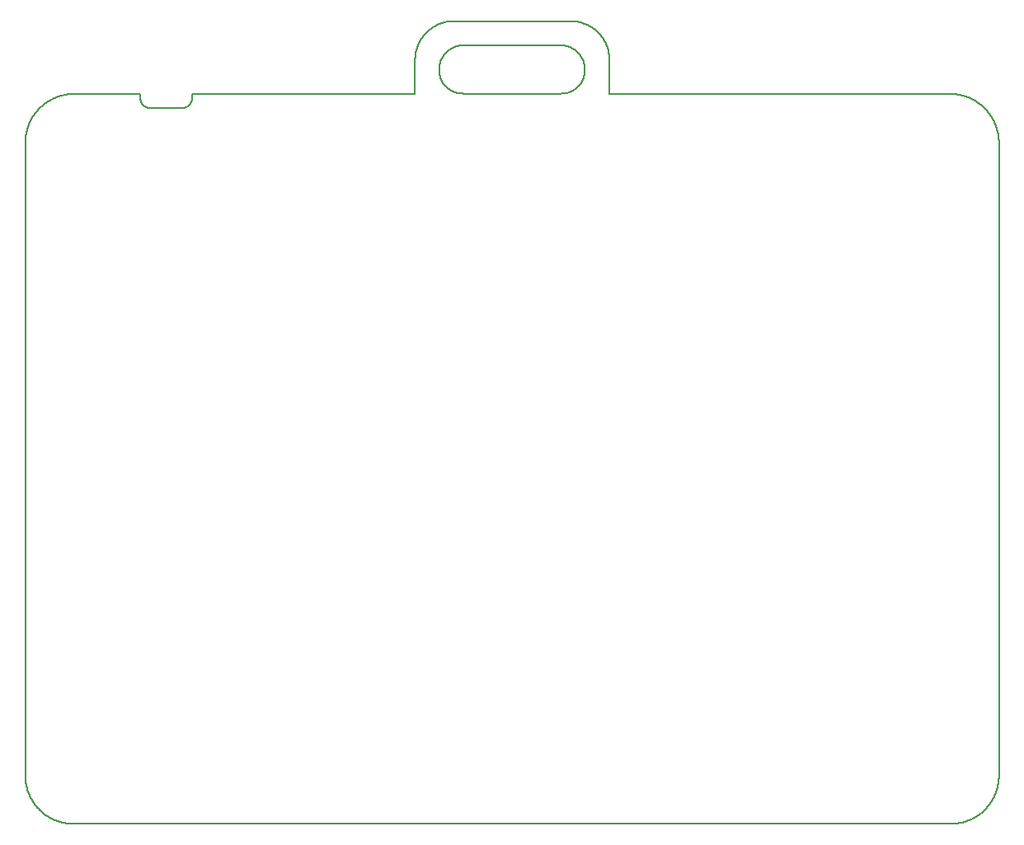
<source format=gm1>
G04 MADE WITH FRITZING*
G04 WWW.FRITZING.ORG*
G04 DOUBLE SIDED*
G04 HOLES PLATED*
G04 CONTOUR ON CENTER OF CONTOUR VECTOR*
%ASAXBY*%
%FSLAX23Y23*%
%MOIN*%
%OFA0B0*%
%SFA1.0B1.0*%
%ADD10C,0.008*%
%LNCONTOUR*%
G90*
G70*
G54D10*
X1721Y3247D02*
X1722Y3247D01*
X1723Y3247D01*
X1724Y3247D01*
X1725Y3247D01*
X1726Y3247D01*
X1727Y3247D01*
X1728Y3247D01*
X1729Y3247D01*
X1730Y3247D01*
X1731Y3247D01*
X1732Y3247D01*
X1733Y3247D01*
X1734Y3247D01*
X1735Y3247D01*
X1736Y3247D01*
X1737Y3247D01*
X1738Y3247D01*
X1739Y3247D01*
X1740Y3247D01*
X1741Y3247D01*
X1742Y3247D01*
X1743Y3247D01*
X1744Y3247D01*
X1745Y3247D01*
X1746Y3247D01*
X1747Y3247D01*
X1748Y3247D01*
X1749Y3247D01*
X1750Y3247D01*
X1751Y3247D01*
X1752Y3247D01*
X1753Y3247D01*
X1754Y3247D01*
X1755Y3247D01*
X1756Y3247D01*
X1757Y3247D01*
X1758Y3247D01*
X1759Y3247D01*
X1760Y3247D01*
X1761Y3247D01*
X1762Y3247D01*
X1763Y3247D01*
X1764Y3247D01*
X1765Y3247D01*
X1766Y3247D01*
X1767Y3247D01*
X1768Y3247D01*
X1769Y3247D01*
X1770Y3247D01*
X1771Y3247D01*
X1772Y3247D01*
X1773Y3247D01*
X1774Y3247D01*
X1775Y3247D01*
X1776Y3247D01*
X1777Y3247D01*
X1778Y3247D01*
X1779Y3247D01*
X1780Y3247D01*
X1781Y3247D01*
X1782Y3247D01*
X1783Y3247D01*
X1784Y3247D01*
X1785Y3247D01*
X1786Y3247D01*
X1787Y3247D01*
X1788Y3247D01*
X1789Y3247D01*
X1790Y3247D01*
X1791Y3247D01*
X1792Y3247D01*
X1793Y3247D01*
X1794Y3247D01*
X1795Y3247D01*
X1796Y3247D01*
X1797Y3247D01*
X1798Y3247D01*
X1799Y3247D01*
X1800Y3247D01*
X1801Y3247D01*
X1802Y3247D01*
X1803Y3247D01*
X1804Y3247D01*
X1805Y3247D01*
X1806Y3247D01*
X1807Y3247D01*
X1808Y3247D01*
X1809Y3247D01*
X1810Y3247D01*
X1811Y3247D01*
X1812Y3247D01*
X1813Y3247D01*
X1814Y3247D01*
X1815Y3247D01*
X1816Y3247D01*
X1817Y3247D01*
X1818Y3247D01*
X1819Y3247D01*
X1820Y3247D01*
X1821Y3247D01*
X1822Y3247D01*
X1823Y3247D01*
X1824Y3247D01*
X1825Y3247D01*
X1826Y3247D01*
X1827Y3247D01*
X1828Y3247D01*
X1829Y3247D01*
X1830Y3247D01*
X1831Y3247D01*
X1832Y3247D01*
X1833Y3247D01*
X1834Y3247D01*
X1835Y3247D01*
X1836Y3247D01*
X1837Y3247D01*
X1838Y3247D01*
X1839Y3247D01*
X1840Y3247D01*
X1841Y3247D01*
X1842Y3247D01*
X1843Y3247D01*
X1844Y3247D01*
X1845Y3247D01*
X1846Y3247D01*
X1847Y3247D01*
X1848Y3247D01*
X1849Y3247D01*
X1850Y3247D01*
X1851Y3247D01*
X1852Y3247D01*
X1853Y3247D01*
X1854Y3247D01*
X1855Y3247D01*
X1856Y3247D01*
X1857Y3247D01*
X1858Y3247D01*
X1859Y3247D01*
X1860Y3247D01*
X1861Y3247D01*
X1862Y3247D01*
X1863Y3247D01*
X1864Y3247D01*
X1865Y3247D01*
X1866Y3247D01*
X1867Y3247D01*
X1868Y3247D01*
X1869Y3247D01*
X1870Y3247D01*
X1871Y3247D01*
X1872Y3247D01*
X1873Y3247D01*
X1874Y3247D01*
X1875Y3247D01*
X1876Y3247D01*
X1877Y3247D01*
X1878Y3247D01*
X1879Y3247D01*
X1880Y3247D01*
X1881Y3247D01*
X1882Y3247D01*
X1883Y3247D01*
X1884Y3247D01*
X1885Y3247D01*
X1886Y3247D01*
X1887Y3247D01*
X1888Y3247D01*
X1889Y3247D01*
X1890Y3247D01*
X1891Y3247D01*
X1892Y3247D01*
X1893Y3247D01*
X1894Y3247D01*
X1895Y3247D01*
X1896Y3247D01*
X1897Y3247D01*
X1898Y3247D01*
X1899Y3247D01*
X1900Y3247D01*
X1901Y3247D01*
X1902Y3247D01*
X1903Y3247D01*
X1904Y3247D01*
X1905Y3247D01*
X1906Y3247D01*
X1907Y3247D01*
X1908Y3247D01*
X1909Y3247D01*
X1910Y3247D01*
X1911Y3247D01*
X1912Y3247D01*
X1913Y3247D01*
X1914Y3247D01*
X1915Y3247D01*
X1916Y3247D01*
X1917Y3247D01*
X1918Y3247D01*
X1919Y3247D01*
X1920Y3247D01*
X1921Y3247D01*
X1922Y3247D01*
X1923Y3247D01*
X1924Y3247D01*
X1925Y3247D01*
X1926Y3247D01*
X1927Y3247D01*
X1928Y3247D01*
X1929Y3247D01*
X1930Y3247D01*
X1931Y3247D01*
X1932Y3247D01*
X1933Y3247D01*
X1934Y3247D01*
X1935Y3247D01*
X1936Y3247D01*
X1937Y3247D01*
X1938Y3247D01*
X1939Y3247D01*
X1940Y3247D01*
X1941Y3247D01*
X1942Y3247D01*
X1943Y3247D01*
X1944Y3247D01*
X1945Y3247D01*
X1946Y3247D01*
X1947Y3247D01*
X1948Y3247D01*
X1949Y3247D01*
X1950Y3247D01*
X1951Y3247D01*
X1952Y3247D01*
X1953Y3247D01*
X1954Y3247D01*
X1955Y3247D01*
X1956Y3247D01*
X1957Y3247D01*
X1958Y3247D01*
X1959Y3247D01*
X1960Y3247D01*
X1961Y3247D01*
X1962Y3247D01*
X1963Y3247D01*
X1964Y3247D01*
X1965Y3247D01*
X1966Y3247D01*
X1967Y3247D01*
X1968Y3247D01*
X1969Y3247D01*
X1970Y3247D01*
X1971Y3247D01*
X1972Y3247D01*
X1973Y3247D01*
X1974Y3247D01*
X1975Y3247D01*
X1976Y3247D01*
X1977Y3247D01*
X1978Y3247D01*
X1979Y3247D01*
X1980Y3247D01*
X1981Y3247D01*
X1982Y3247D01*
X1983Y3247D01*
X1984Y3247D01*
X1985Y3247D01*
X1986Y3247D01*
X1987Y3247D01*
X1988Y3247D01*
X1989Y3247D01*
X1990Y3247D01*
X1991Y3247D01*
X1992Y3247D01*
X1993Y3247D01*
X1994Y3247D01*
X1995Y3247D01*
X1996Y3247D01*
X1997Y3247D01*
X1998Y3247D01*
X1999Y3247D01*
X2000Y3247D01*
X2001Y3247D01*
X2002Y3247D01*
X2003Y3247D01*
X2004Y3247D01*
X2005Y3247D01*
X2006Y3247D01*
X2007Y3247D01*
X2008Y3247D01*
X2009Y3247D01*
X2010Y3247D01*
X2011Y3247D01*
X2012Y3247D01*
X2013Y3247D01*
X2014Y3247D01*
X2015Y3247D01*
X2016Y3247D01*
X2017Y3247D01*
X2018Y3247D01*
X2019Y3247D01*
X2020Y3247D01*
X2021Y3247D01*
X2022Y3247D01*
X2023Y3247D01*
X2024Y3247D01*
X2025Y3247D01*
X2026Y3247D01*
X2027Y3247D01*
X2028Y3247D01*
X2029Y3247D01*
X2030Y3247D01*
X2031Y3247D01*
X2032Y3247D01*
X2033Y3247D01*
X2034Y3247D01*
X2035Y3247D01*
X2036Y3247D01*
X2037Y3247D01*
X2038Y3247D01*
X2039Y3247D01*
X2040Y3247D01*
X2041Y3247D01*
X2042Y3247D01*
X2043Y3247D01*
X2044Y3247D01*
X2045Y3247D01*
X2046Y3247D01*
X2047Y3247D01*
X2048Y3247D01*
X2049Y3247D01*
X2050Y3247D01*
X2051Y3247D01*
X2052Y3247D01*
X2053Y3247D01*
X2054Y3247D01*
X2055Y3247D01*
X2056Y3247D01*
X2057Y3247D01*
X2058Y3247D01*
X2059Y3247D01*
X2060Y3247D01*
X2061Y3247D01*
X2062Y3247D01*
X2063Y3247D01*
X2064Y3247D01*
X2065Y3247D01*
X2066Y3247D01*
X2067Y3247D01*
X2068Y3247D01*
X2069Y3247D01*
X2070Y3247D01*
X2071Y3247D01*
X2072Y3247D01*
X2073Y3247D01*
X2074Y3247D01*
X2075Y3247D01*
X2076Y3247D01*
X2077Y3247D01*
X2078Y3247D01*
X2079Y3247D01*
X2080Y3247D01*
X2081Y3247D01*
X2082Y3247D01*
X2083Y3247D01*
X2084Y3247D01*
X2085Y3247D01*
X2086Y3247D01*
X2087Y3247D01*
X2088Y3247D01*
X2089Y3247D01*
X2090Y3247D01*
X2091Y3247D01*
X2092Y3247D01*
X2093Y3247D01*
X2094Y3247D01*
X2095Y3247D01*
X2096Y3247D01*
X2097Y3247D01*
X2098Y3247D01*
X2099Y3247D01*
X2100Y3247D01*
X2101Y3247D01*
X2102Y3247D01*
X2103Y3247D01*
X2104Y3247D01*
X2105Y3247D01*
X2106Y3247D01*
X2107Y3247D01*
X2108Y3247D01*
X2109Y3247D01*
X2110Y3247D01*
X2111Y3247D01*
X2112Y3247D01*
X2113Y3247D01*
X2114Y3247D01*
X2115Y3247D01*
X2116Y3247D01*
X2117Y3247D01*
X2118Y3247D01*
X2119Y3247D01*
X2120Y3247D01*
X2121Y3247D01*
X2122Y3247D01*
X2123Y3247D01*
X2124Y3247D01*
X2125Y3247D01*
X2126Y3247D01*
X2127Y3247D01*
X2128Y3247D01*
X2129Y3247D01*
X2130Y3247D01*
X2131Y3247D01*
X2132Y3247D01*
X2133Y3247D01*
X2134Y3247D01*
X2135Y3247D01*
X2136Y3247D01*
X2137Y3247D01*
X2138Y3247D01*
X2139Y3247D01*
X2140Y3247D01*
X2141Y3247D01*
X2142Y3247D01*
X2143Y3247D01*
X2144Y3247D01*
X2145Y3247D01*
X2146Y3247D01*
X2147Y3247D01*
X2148Y3247D01*
X2149Y3247D01*
X2150Y3247D01*
X2151Y3247D01*
X2152Y3247D01*
X2153Y3247D01*
X2154Y3247D01*
X2155Y3247D01*
X2156Y3247D01*
X2157Y3247D01*
X2158Y3247D01*
X2159Y3247D01*
X2160Y3247D01*
X2161Y3247D01*
X2162Y3247D01*
X2163Y3247D01*
X2164Y3247D01*
X2165Y3247D01*
X2166Y3247D01*
X2167Y3247D01*
X2168Y3247D01*
X2169Y3247D01*
X2170Y3247D01*
X2171Y3247D01*
X2172Y3247D01*
X2173Y3247D01*
X2174Y3247D01*
X2175Y3247D01*
X2176Y3247D01*
X2177Y3247D01*
X2178Y3247D01*
X2179Y3247D01*
X2180Y3247D01*
X2181Y3247D01*
X2182Y3247D01*
X2183Y3247D01*
X2184Y3247D01*
X2185Y3247D01*
X2186Y3247D01*
X2187Y3247D01*
X2188Y3247D01*
X2189Y3247D01*
X2190Y3247D01*
X2191Y3247D01*
X2192Y3247D01*
X2193Y3247D01*
X2194Y3247D01*
X2195Y3247D01*
X2196Y3247D01*
X2197Y3247D01*
X2198Y3247D01*
X2199Y3247D01*
X2200Y3247D01*
X2201Y3247D01*
X2202Y3247D01*
X2203Y3247D01*
X2204Y3247D01*
X2205Y3247D01*
X2206Y3247D01*
X2207Y3247D01*
X2208Y3247D01*
X2209Y3247D01*
X2210Y3247D01*
X2211Y3247D01*
X2212Y3247D01*
X2213Y3247D01*
X2214Y3247D01*
X2215Y3247D01*
X2216Y3247D01*
X2217Y3246D01*
X2218Y3246D01*
X2219Y3246D01*
X2220Y3246D01*
X2221Y3246D01*
X2222Y3246D01*
X2223Y3246D01*
X2224Y3246D01*
X2225Y3246D01*
X2226Y3246D01*
X2227Y3245D01*
X2228Y3245D01*
X2229Y3245D01*
X2230Y3245D01*
X2231Y3245D01*
X2232Y3245D01*
X2233Y3244D01*
X2234Y3244D01*
X2235Y3244D01*
X2236Y3244D01*
X2237Y3244D01*
X2238Y3243D01*
X2239Y3243D01*
X2240Y3243D01*
X2241Y3243D01*
X2242Y3243D01*
X2243Y3242D01*
X2244Y3242D01*
X2245Y3242D01*
X2246Y3242D01*
X2247Y3241D01*
X2248Y3241D01*
X2249Y3241D01*
X2250Y3240D01*
X2251Y3240D01*
X2252Y3240D01*
X2253Y3239D01*
X2254Y3239D01*
X2255Y3239D01*
X2256Y3238D01*
X2257Y3238D01*
X2258Y3238D01*
X2259Y3237D01*
X2260Y3237D01*
X2261Y3237D01*
X2262Y3236D01*
X2263Y3236D01*
X2264Y3236D01*
X2265Y3235D01*
X2266Y3235D01*
X2267Y3234D01*
X2268Y3234D01*
X2269Y3233D01*
X2270Y3233D01*
X2271Y3232D01*
X2272Y3232D01*
X2273Y3232D01*
X2274Y3231D01*
X2275Y3231D01*
X2276Y3230D01*
X2277Y3230D01*
X2278Y3229D01*
X2279Y3229D01*
X2280Y3228D01*
X2281Y3227D01*
X2282Y3227D01*
X2283Y3226D01*
X2284Y3226D01*
X2285Y3225D01*
X2286Y3225D01*
X2287Y3224D01*
X2288Y3223D01*
X2289Y3223D01*
X2290Y3222D01*
X2291Y3221D01*
X2292Y3221D01*
X2293Y3220D01*
X2294Y3219D01*
X2295Y3219D01*
X2296Y3218D01*
X2297Y3217D01*
X2298Y3217D01*
X2299Y3216D01*
X2300Y3215D01*
X2301Y3214D01*
X2302Y3214D01*
X2303Y3213D01*
X2304Y3212D01*
X2305Y3211D01*
X2306Y3210D01*
X2307Y3210D01*
X2308Y3209D01*
X2309Y3208D01*
X2310Y3207D01*
X2311Y3206D01*
X2312Y3205D01*
X2313Y3204D01*
X2314Y3203D01*
X2315Y3202D01*
X2316Y3201D01*
X2317Y3200D01*
X2318Y3199D01*
X2319Y3198D01*
X2320Y3197D01*
X2321Y3196D01*
X2322Y3195D01*
X2323Y3194D01*
X2324Y3193D01*
X2325Y3192D01*
X2325Y3191D01*
X2326Y3190D01*
X2327Y3189D01*
X2328Y3188D01*
X2329Y3187D01*
X2329Y3186D01*
X2330Y3185D01*
X2331Y3184D01*
X2332Y3183D01*
X2332Y3182D01*
X2333Y3181D01*
X2334Y3180D01*
X2334Y3179D01*
X2335Y3178D01*
X2336Y3177D01*
X2336Y3176D01*
X2337Y3175D01*
X2338Y3174D01*
X2338Y3173D01*
X2339Y3172D01*
X2340Y3171D01*
X2340Y3170D01*
X2341Y3169D01*
X2341Y3168D01*
X2342Y3167D01*
X2342Y3166D01*
X2343Y3165D01*
X2344Y3164D01*
X2344Y3163D01*
X2345Y3162D01*
X2345Y3161D01*
X2346Y3160D01*
X2346Y3159D01*
X2347Y3158D01*
X2347Y3156D01*
X2348Y3155D01*
X2348Y3154D01*
X2349Y3153D01*
X2349Y3152D01*
X2350Y3151D01*
X2350Y3150D01*
X2351Y3149D01*
X2351Y3147D01*
X2352Y3146D01*
X2352Y3144D01*
X2353Y3143D01*
X2353Y3141D01*
X2354Y3140D01*
X2354Y3138D01*
X2355Y3137D01*
X2355Y3135D01*
X2356Y3134D01*
X2356Y3131D01*
X2357Y3130D01*
X2357Y3127D01*
X2358Y3126D01*
X2358Y3123D01*
X2359Y3122D01*
X2359Y3117D01*
X2360Y3116D01*
X2360Y3110D01*
X2361Y3109D01*
X2361Y3098D01*
X2362Y3097D01*
X2362Y3070D01*
X2361Y3069D01*
X2361Y2953D01*
X2362Y2952D01*
X2363Y2952D01*
X2364Y2952D01*
X2365Y2952D01*
X2366Y2952D01*
X2367Y2952D01*
X2368Y2952D01*
X2369Y2952D01*
X2370Y2952D01*
X2371Y2952D01*
X2372Y2952D01*
X2373Y2952D01*
X2374Y2952D01*
X2375Y2952D01*
X2376Y2952D01*
X2377Y2952D01*
X2378Y2952D01*
X2379Y2952D01*
X2380Y2952D01*
X2381Y2952D01*
X2382Y2952D01*
X2383Y2952D01*
X2384Y2952D01*
X2385Y2952D01*
X2386Y2952D01*
X2387Y2952D01*
X2388Y2952D01*
X2389Y2952D01*
X2390Y2952D01*
X2391Y2952D01*
X2392Y2952D01*
X2393Y2952D01*
X2394Y2952D01*
X2395Y2952D01*
X2396Y2952D01*
X2397Y2952D01*
X2398Y2952D01*
X2399Y2952D01*
X2400Y2952D01*
X2401Y2952D01*
X2402Y2952D01*
X2403Y2952D01*
X2404Y2952D01*
X2405Y2952D01*
X2406Y2952D01*
X2407Y2952D01*
X2408Y2952D01*
X2409Y2952D01*
X2410Y2952D01*
X2411Y2952D01*
X2412Y2952D01*
X2413Y2952D01*
X2414Y2952D01*
X2415Y2952D01*
X2416Y2952D01*
X2417Y2952D01*
X2418Y2952D01*
X2419Y2952D01*
X2420Y2952D01*
X2421Y2952D01*
X2422Y2952D01*
X2423Y2952D01*
X2424Y2952D01*
X2425Y2952D01*
X2426Y2952D01*
X2427Y2952D01*
X2428Y2952D01*
X2429Y2952D01*
X2430Y2952D01*
X2431Y2952D01*
X2432Y2952D01*
X2433Y2952D01*
X2434Y2952D01*
X2435Y2952D01*
X2436Y2952D01*
X2437Y2952D01*
X2438Y2952D01*
X2439Y2952D01*
X2440Y2952D01*
X2441Y2952D01*
X2442Y2952D01*
X2443Y2952D01*
X2444Y2952D01*
X2445Y2952D01*
X2446Y2952D01*
X2447Y2952D01*
X2448Y2952D01*
X2449Y2952D01*
X2450Y2952D01*
X2451Y2952D01*
X2452Y2952D01*
X2453Y2952D01*
X2454Y2952D01*
X2455Y2952D01*
X2456Y2952D01*
X2457Y2952D01*
X2458Y2952D01*
X2459Y2952D01*
X2460Y2952D01*
X2461Y2952D01*
X2462Y2952D01*
X2463Y2952D01*
X2464Y2952D01*
X2465Y2952D01*
X2466Y2952D01*
X2467Y2952D01*
X2468Y2952D01*
X2469Y2952D01*
X2470Y2952D01*
X2471Y2952D01*
X2472Y2952D01*
X2473Y2952D01*
X2474Y2952D01*
X2475Y2952D01*
X2476Y2952D01*
X2477Y2952D01*
X2478Y2952D01*
X2479Y2952D01*
X2480Y2952D01*
X2481Y2952D01*
X2482Y2952D01*
X2483Y2952D01*
X2484Y2952D01*
X2485Y2952D01*
X2486Y2952D01*
X2487Y2952D01*
X2488Y2952D01*
X2489Y2952D01*
X2490Y2952D01*
X2491Y2952D01*
X2492Y2952D01*
X2493Y2952D01*
X2494Y2952D01*
X2495Y2952D01*
X2496Y2952D01*
X2497Y2952D01*
X2498Y2952D01*
X2499Y2952D01*
X2500Y2952D01*
X2501Y2952D01*
X2502Y2952D01*
X2503Y2952D01*
X2504Y2952D01*
X2505Y2952D01*
X2506Y2952D01*
X2507Y2952D01*
X2508Y2952D01*
X2509Y2952D01*
X2510Y2952D01*
X2511Y2952D01*
X2512Y2952D01*
X2513Y2952D01*
X2514Y2952D01*
X2515Y2952D01*
X2516Y2952D01*
X2517Y2952D01*
X2518Y2952D01*
X2519Y2952D01*
X2520Y2952D01*
X2521Y2952D01*
X2522Y2952D01*
X2523Y2952D01*
X2524Y2952D01*
X2525Y2952D01*
X2526Y2952D01*
X2527Y2952D01*
X2528Y2952D01*
X2529Y2952D01*
X2530Y2952D01*
X2531Y2952D01*
X2532Y2952D01*
X2533Y2952D01*
X2534Y2952D01*
X2535Y2952D01*
X2536Y2952D01*
X2537Y2952D01*
X2538Y2952D01*
X2539Y2952D01*
X2540Y2952D01*
X2541Y2952D01*
X2542Y2952D01*
X2543Y2952D01*
X2544Y2952D01*
X2545Y2952D01*
X2546Y2952D01*
X2547Y2952D01*
X2548Y2952D01*
X2549Y2952D01*
X2550Y2952D01*
X2551Y2952D01*
X2552Y2952D01*
X2553Y2952D01*
X2554Y2952D01*
X2555Y2952D01*
X2556Y2952D01*
X2557Y2952D01*
X2558Y2952D01*
X2559Y2952D01*
X2560Y2952D01*
X2561Y2952D01*
X2562Y2952D01*
X2563Y2952D01*
X2564Y2952D01*
X2565Y2952D01*
X2566Y2952D01*
X2567Y2952D01*
X2568Y2952D01*
X2569Y2952D01*
X2570Y2952D01*
X2571Y2952D01*
X2572Y2952D01*
X2573Y2952D01*
X2574Y2952D01*
X2575Y2952D01*
X2576Y2952D01*
X2577Y2952D01*
X2578Y2952D01*
X2579Y2952D01*
X2580Y2952D01*
X2581Y2952D01*
X2582Y2952D01*
X2583Y2952D01*
X2584Y2952D01*
X2585Y2952D01*
X2586Y2952D01*
X2587Y2952D01*
X2588Y2952D01*
X2589Y2952D01*
X2590Y2952D01*
X2591Y2952D01*
X2592Y2952D01*
X2593Y2952D01*
X2594Y2952D01*
X2595Y2952D01*
X2596Y2952D01*
X2597Y2952D01*
X2598Y2952D01*
X2599Y2952D01*
X2600Y2952D01*
X2601Y2952D01*
X2602Y2952D01*
X2603Y2952D01*
X2604Y2952D01*
X2605Y2952D01*
X2606Y2952D01*
X2607Y2952D01*
X2608Y2952D01*
X2609Y2952D01*
X2610Y2952D01*
X2611Y2952D01*
X2612Y2952D01*
X2613Y2952D01*
X2614Y2952D01*
X2615Y2952D01*
X2616Y2952D01*
X2617Y2952D01*
X2618Y2952D01*
X2619Y2952D01*
X2620Y2952D01*
X2621Y2952D01*
X2622Y2952D01*
X2623Y2952D01*
X2624Y2952D01*
X2625Y2952D01*
X2626Y2952D01*
X2627Y2952D01*
X2628Y2952D01*
X2629Y2952D01*
X2630Y2952D01*
X2631Y2952D01*
X2632Y2952D01*
X2633Y2952D01*
X2634Y2952D01*
X2635Y2952D01*
X2636Y2952D01*
X2637Y2952D01*
X2638Y2952D01*
X2639Y2952D01*
X2640Y2952D01*
X2641Y2952D01*
X2642Y2952D01*
X2643Y2952D01*
X2644Y2952D01*
X2645Y2952D01*
X2646Y2952D01*
X2647Y2952D01*
X2648Y2952D01*
X2649Y2952D01*
X2650Y2952D01*
X2651Y2952D01*
X2652Y2952D01*
X2653Y2952D01*
X2654Y2952D01*
X2655Y2952D01*
X2656Y2952D01*
X2657Y2952D01*
X2658Y2952D01*
X2659Y2952D01*
X2660Y2952D01*
X2661Y2952D01*
X2662Y2952D01*
X2663Y2952D01*
X2664Y2952D01*
X2665Y2952D01*
X2666Y2952D01*
X2667Y2952D01*
X2668Y2952D01*
X2669Y2952D01*
X2670Y2952D01*
X2671Y2952D01*
X2672Y2952D01*
X2673Y2952D01*
X2674Y2952D01*
X2675Y2952D01*
X2676Y2952D01*
X2677Y2952D01*
X2678Y2952D01*
X2679Y2952D01*
X2680Y2952D01*
X2681Y2952D01*
X2682Y2952D01*
X2683Y2952D01*
X2684Y2952D01*
X2685Y2952D01*
X2686Y2952D01*
X2687Y2952D01*
X2688Y2952D01*
X2689Y2952D01*
X2690Y2952D01*
X2691Y2952D01*
X2692Y2952D01*
X2693Y2952D01*
X2694Y2952D01*
X2695Y2952D01*
X2696Y2952D01*
X2697Y2952D01*
X2698Y2952D01*
X2699Y2952D01*
X2700Y2952D01*
X2701Y2952D01*
X2702Y2952D01*
X2703Y2952D01*
X2704Y2952D01*
X2705Y2952D01*
X2706Y2952D01*
X2707Y2952D01*
X2708Y2952D01*
X2709Y2952D01*
X2710Y2952D01*
X2711Y2952D01*
X2712Y2952D01*
X2713Y2952D01*
X2714Y2952D01*
X2715Y2952D01*
X2716Y2952D01*
X2717Y2952D01*
X2718Y2952D01*
X2719Y2952D01*
X2720Y2952D01*
X2721Y2952D01*
X2722Y2952D01*
X2723Y2952D01*
X2724Y2952D01*
X2725Y2952D01*
X2726Y2952D01*
X2727Y2952D01*
X2728Y2952D01*
X2729Y2952D01*
X2730Y2952D01*
X2731Y2952D01*
X2732Y2952D01*
X2733Y2952D01*
X2734Y2952D01*
X2735Y2952D01*
X2736Y2952D01*
X2737Y2952D01*
X2738Y2952D01*
X2739Y2952D01*
X2740Y2952D01*
X2741Y2952D01*
X2742Y2952D01*
X2743Y2952D01*
X2744Y2952D01*
X2745Y2952D01*
X2746Y2952D01*
X2747Y2952D01*
X2748Y2952D01*
X2749Y2952D01*
X2750Y2952D01*
X2751Y2952D01*
X2752Y2952D01*
X2753Y2952D01*
X2754Y2952D01*
X2755Y2952D01*
X2756Y2952D01*
X2757Y2952D01*
X2758Y2952D01*
X2759Y2952D01*
X2760Y2952D01*
X2761Y2952D01*
X2762Y2952D01*
X2763Y2952D01*
X2764Y2952D01*
X2765Y2952D01*
X2766Y2952D01*
X2767Y2952D01*
X2768Y2952D01*
X2769Y2952D01*
X2770Y2952D01*
X2771Y2952D01*
X2772Y2952D01*
X2773Y2952D01*
X2774Y2952D01*
X2775Y2952D01*
X2776Y2952D01*
X2777Y2952D01*
X2778Y2952D01*
X2779Y2952D01*
X2780Y2952D01*
X2781Y2952D01*
X2782Y2952D01*
X2783Y2952D01*
X2784Y2952D01*
X2785Y2952D01*
X2786Y2952D01*
X2787Y2952D01*
X2788Y2952D01*
X2789Y2952D01*
X2790Y2952D01*
X2791Y2952D01*
X2792Y2952D01*
X2793Y2952D01*
X2794Y2952D01*
X2795Y2952D01*
X2796Y2952D01*
X2797Y2952D01*
X2798Y2952D01*
X2799Y2952D01*
X2800Y2952D01*
X2801Y2952D01*
X2802Y2952D01*
X2803Y2952D01*
X2804Y2952D01*
X2805Y2952D01*
X2806Y2952D01*
X2807Y2952D01*
X2808Y2952D01*
X2809Y2952D01*
X2810Y2952D01*
X2811Y2952D01*
X2812Y2952D01*
X2813Y2952D01*
X2814Y2952D01*
X2815Y2952D01*
X2816Y2952D01*
X2817Y2952D01*
X2818Y2952D01*
X2819Y2952D01*
X2820Y2952D01*
X2821Y2952D01*
X2822Y2952D01*
X2823Y2952D01*
X2824Y2952D01*
X2825Y2952D01*
X2826Y2952D01*
X2827Y2952D01*
X2828Y2952D01*
X2829Y2952D01*
X2830Y2952D01*
X2831Y2952D01*
X2832Y2952D01*
X2833Y2952D01*
X2834Y2952D01*
X2835Y2952D01*
X2836Y2952D01*
X2837Y2952D01*
X2838Y2952D01*
X2839Y2952D01*
X2840Y2952D01*
X2841Y2952D01*
X2842Y2952D01*
X2843Y2952D01*
X2844Y2952D01*
X2845Y2952D01*
X2846Y2952D01*
X2847Y2952D01*
X2848Y2952D01*
X2849Y2952D01*
X2850Y2952D01*
X2851Y2952D01*
X2852Y2952D01*
X2853Y2952D01*
X2854Y2952D01*
X2855Y2952D01*
X2856Y2952D01*
X2857Y2952D01*
X2858Y2952D01*
X2859Y2952D01*
X2860Y2952D01*
X2861Y2952D01*
X2862Y2952D01*
X2863Y2952D01*
X2864Y2952D01*
X2865Y2952D01*
X2866Y2952D01*
X2867Y2952D01*
X2868Y2952D01*
X2869Y2952D01*
X2870Y2952D01*
X2871Y2952D01*
X2872Y2952D01*
X2873Y2952D01*
X2874Y2952D01*
X2875Y2952D01*
X2876Y2952D01*
X2877Y2952D01*
X2878Y2952D01*
X2879Y2952D01*
X2880Y2952D01*
X2881Y2952D01*
X2882Y2952D01*
X2883Y2952D01*
X2884Y2952D01*
X2885Y2952D01*
X2886Y2952D01*
X2887Y2952D01*
X2888Y2952D01*
X2889Y2952D01*
X2890Y2952D01*
X2891Y2952D01*
X2892Y2952D01*
X2893Y2952D01*
X2894Y2952D01*
X2895Y2952D01*
X2896Y2952D01*
X2897Y2952D01*
X2898Y2952D01*
X2899Y2952D01*
X2900Y2952D01*
X2901Y2952D01*
X2902Y2952D01*
X2903Y2952D01*
X2904Y2952D01*
X2905Y2952D01*
X2906Y2952D01*
X2907Y2952D01*
X2908Y2952D01*
X2909Y2952D01*
X2910Y2952D01*
X2911Y2952D01*
X2912Y2952D01*
X2913Y2952D01*
X2914Y2952D01*
X2915Y2952D01*
X2916Y2952D01*
X2917Y2952D01*
X2918Y2952D01*
X2919Y2952D01*
X2920Y2952D01*
X2921Y2952D01*
X2922Y2952D01*
X2923Y2952D01*
X2924Y2952D01*
X2925Y2952D01*
X2926Y2952D01*
X2927Y2952D01*
X2928Y2952D01*
X2929Y2952D01*
X2930Y2952D01*
X2931Y2952D01*
X2932Y2952D01*
X2933Y2952D01*
X2934Y2952D01*
X2935Y2952D01*
X2936Y2952D01*
X2937Y2952D01*
X2938Y2952D01*
X2939Y2952D01*
X2940Y2952D01*
X2941Y2952D01*
X2942Y2952D01*
X2943Y2952D01*
X2944Y2952D01*
X2945Y2952D01*
X2946Y2952D01*
X2947Y2952D01*
X2948Y2952D01*
X2949Y2952D01*
X2950Y2952D01*
X2951Y2952D01*
X2952Y2952D01*
X2953Y2952D01*
X2954Y2952D01*
X2955Y2952D01*
X2956Y2952D01*
X2957Y2952D01*
X2958Y2952D01*
X2959Y2952D01*
X2960Y2952D01*
X2961Y2952D01*
X2962Y2952D01*
X2963Y2952D01*
X2964Y2952D01*
X2965Y2952D01*
X2966Y2952D01*
X2967Y2952D01*
X2968Y2952D01*
X2969Y2952D01*
X2970Y2952D01*
X2971Y2952D01*
X2972Y2952D01*
X2973Y2952D01*
X2974Y2952D01*
X2975Y2952D01*
X2976Y2952D01*
X2977Y2952D01*
X2978Y2952D01*
X2979Y2952D01*
X2980Y2952D01*
X2981Y2952D01*
X2982Y2952D01*
X2983Y2952D01*
X2984Y2952D01*
X2985Y2952D01*
X2986Y2952D01*
X2987Y2952D01*
X2988Y2952D01*
X2989Y2952D01*
X2990Y2952D01*
X2991Y2952D01*
X2992Y2952D01*
X2993Y2952D01*
X2994Y2952D01*
X2995Y2952D01*
X2996Y2952D01*
X2997Y2952D01*
X2998Y2952D01*
X2999Y2952D01*
X3000Y2952D01*
X3001Y2952D01*
X3002Y2952D01*
X3003Y2952D01*
X3004Y2952D01*
X3005Y2952D01*
X3006Y2952D01*
X3007Y2952D01*
X3008Y2952D01*
X3009Y2952D01*
X3010Y2952D01*
X3011Y2952D01*
X3012Y2952D01*
X3013Y2952D01*
X3014Y2952D01*
X3015Y2952D01*
X3016Y2952D01*
X3017Y2952D01*
X3018Y2952D01*
X3019Y2952D01*
X3020Y2952D01*
X3021Y2952D01*
X3022Y2952D01*
X3023Y2952D01*
X3024Y2952D01*
X3025Y2952D01*
X3026Y2952D01*
X3027Y2952D01*
X3028Y2952D01*
X3029Y2952D01*
X3030Y2952D01*
X3031Y2952D01*
X3032Y2952D01*
X3033Y2952D01*
X3034Y2952D01*
X3035Y2952D01*
X3036Y2952D01*
X3037Y2952D01*
X3038Y2952D01*
X3039Y2952D01*
X3040Y2952D01*
X3041Y2952D01*
X3042Y2952D01*
X3043Y2952D01*
X3044Y2952D01*
X3045Y2952D01*
X3046Y2952D01*
X3047Y2952D01*
X3048Y2952D01*
X3049Y2952D01*
X3050Y2952D01*
X3051Y2952D01*
X3052Y2952D01*
X3053Y2952D01*
X3054Y2952D01*
X3055Y2952D01*
X3056Y2952D01*
X3057Y2952D01*
X3058Y2952D01*
X3059Y2952D01*
X3060Y2952D01*
X3061Y2952D01*
X3062Y2952D01*
X3063Y2952D01*
X3064Y2952D01*
X3065Y2952D01*
X3066Y2952D01*
X3067Y2952D01*
X3068Y2952D01*
X3069Y2952D01*
X3070Y2952D01*
X3071Y2952D01*
X3072Y2952D01*
X3073Y2952D01*
X3074Y2952D01*
X3075Y2952D01*
X3076Y2952D01*
X3077Y2952D01*
X3078Y2952D01*
X3079Y2952D01*
X3080Y2952D01*
X3081Y2952D01*
X3082Y2952D01*
X3083Y2952D01*
X3084Y2952D01*
X3085Y2952D01*
X3086Y2952D01*
X3087Y2952D01*
X3088Y2952D01*
X3089Y2952D01*
X3090Y2952D01*
X3091Y2952D01*
X3092Y2952D01*
X3093Y2952D01*
X3094Y2952D01*
X3095Y2952D01*
X3096Y2952D01*
X3097Y2952D01*
X3098Y2952D01*
X3099Y2952D01*
X3100Y2952D01*
X3101Y2952D01*
X3102Y2952D01*
X3103Y2952D01*
X3104Y2952D01*
X3105Y2952D01*
X3106Y2952D01*
X3107Y2952D01*
X3108Y2952D01*
X3109Y2952D01*
X3110Y2952D01*
X3111Y2952D01*
X3112Y2952D01*
X3113Y2952D01*
X3114Y2952D01*
X3115Y2952D01*
X3116Y2952D01*
X3117Y2952D01*
X3118Y2952D01*
X3119Y2952D01*
X3120Y2952D01*
X3121Y2952D01*
X3122Y2952D01*
X3123Y2952D01*
X3124Y2952D01*
X3125Y2952D01*
X3126Y2952D01*
X3127Y2952D01*
X3128Y2952D01*
X3129Y2952D01*
X3130Y2952D01*
X3131Y2952D01*
X3132Y2952D01*
X3133Y2952D01*
X3134Y2952D01*
X3135Y2952D01*
X3136Y2952D01*
X3137Y2952D01*
X3138Y2952D01*
X3139Y2952D01*
X3140Y2952D01*
X3141Y2952D01*
X3142Y2952D01*
X3143Y2952D01*
X3144Y2952D01*
X3145Y2952D01*
X3146Y2952D01*
X3147Y2952D01*
X3148Y2952D01*
X3149Y2952D01*
X3150Y2952D01*
X3151Y2952D01*
X3152Y2952D01*
X3153Y2952D01*
X3154Y2952D01*
X3155Y2952D01*
X3156Y2952D01*
X3157Y2952D01*
X3158Y2952D01*
X3159Y2952D01*
X3160Y2952D01*
X3161Y2952D01*
X3162Y2952D01*
X3163Y2952D01*
X3164Y2952D01*
X3165Y2952D01*
X3166Y2952D01*
X3167Y2952D01*
X3168Y2952D01*
X3169Y2952D01*
X3170Y2952D01*
X3171Y2952D01*
X3172Y2952D01*
X3173Y2952D01*
X3174Y2952D01*
X3175Y2952D01*
X3176Y2952D01*
X3177Y2952D01*
X3178Y2952D01*
X3179Y2952D01*
X3180Y2952D01*
X3181Y2952D01*
X3182Y2952D01*
X3183Y2952D01*
X3184Y2952D01*
X3185Y2952D01*
X3186Y2952D01*
X3187Y2952D01*
X3188Y2952D01*
X3189Y2952D01*
X3190Y2952D01*
X3191Y2952D01*
X3192Y2952D01*
X3193Y2952D01*
X3194Y2952D01*
X3195Y2952D01*
X3196Y2952D01*
X3197Y2952D01*
X3198Y2952D01*
X3199Y2952D01*
X3200Y2952D01*
X3201Y2952D01*
X3202Y2952D01*
X3203Y2952D01*
X3204Y2952D01*
X3205Y2952D01*
X3206Y2952D01*
X3207Y2952D01*
X3208Y2952D01*
X3209Y2952D01*
X3210Y2952D01*
X3211Y2952D01*
X3212Y2952D01*
X3213Y2952D01*
X3214Y2952D01*
X3215Y2952D01*
X3216Y2952D01*
X3217Y2952D01*
X3218Y2952D01*
X3219Y2952D01*
X3220Y2952D01*
X3221Y2952D01*
X3222Y2952D01*
X3223Y2952D01*
X3224Y2952D01*
X3225Y2952D01*
X3226Y2952D01*
X3227Y2952D01*
X3228Y2952D01*
X3229Y2952D01*
X3230Y2952D01*
X3231Y2952D01*
X3232Y2952D01*
X3233Y2952D01*
X3234Y2952D01*
X3235Y2952D01*
X3236Y2952D01*
X3237Y2952D01*
X3238Y2952D01*
X3239Y2952D01*
X3240Y2952D01*
X3241Y2952D01*
X3242Y2952D01*
X3243Y2952D01*
X3244Y2952D01*
X3245Y2952D01*
X3246Y2952D01*
X3247Y2952D01*
X3248Y2952D01*
X3249Y2952D01*
X3250Y2952D01*
X3251Y2952D01*
X3252Y2952D01*
X3253Y2952D01*
X3254Y2952D01*
X3255Y2952D01*
X3256Y2952D01*
X3257Y2952D01*
X3258Y2952D01*
X3259Y2952D01*
X3260Y2952D01*
X3261Y2952D01*
X3262Y2952D01*
X3263Y2952D01*
X3264Y2952D01*
X3265Y2952D01*
X3266Y2952D01*
X3267Y2952D01*
X3268Y2952D01*
X3269Y2952D01*
X3270Y2952D01*
X3271Y2952D01*
X3272Y2952D01*
X3273Y2952D01*
X3274Y2952D01*
X3275Y2952D01*
X3276Y2952D01*
X3277Y2952D01*
X3278Y2952D01*
X3279Y2952D01*
X3280Y2952D01*
X3281Y2952D01*
X3282Y2952D01*
X3283Y2952D01*
X3284Y2952D01*
X3285Y2952D01*
X3286Y2952D01*
X3287Y2952D01*
X3288Y2952D01*
X3289Y2952D01*
X3290Y2952D01*
X3291Y2952D01*
X3292Y2952D01*
X3293Y2952D01*
X3294Y2952D01*
X3295Y2952D01*
X3296Y2952D01*
X3297Y2952D01*
X3298Y2952D01*
X3299Y2952D01*
X3300Y2952D01*
X3301Y2952D01*
X3302Y2952D01*
X3303Y2952D01*
X3304Y2952D01*
X3305Y2952D01*
X3306Y2952D01*
X3307Y2952D01*
X3308Y2952D01*
X3309Y2952D01*
X3310Y2952D01*
X3311Y2952D01*
X3312Y2952D01*
X3313Y2952D01*
X3314Y2952D01*
X3315Y2952D01*
X3316Y2952D01*
X3317Y2952D01*
X3318Y2952D01*
X3319Y2952D01*
X3320Y2952D01*
X3321Y2952D01*
X3322Y2952D01*
X3323Y2952D01*
X3324Y2952D01*
X3325Y2952D01*
X3326Y2952D01*
X3327Y2952D01*
X3328Y2952D01*
X3329Y2952D01*
X3330Y2952D01*
X3331Y2952D01*
X3332Y2952D01*
X3333Y2952D01*
X3334Y2952D01*
X3335Y2952D01*
X3336Y2952D01*
X3337Y2952D01*
X3338Y2952D01*
X3339Y2952D01*
X3340Y2952D01*
X3341Y2952D01*
X3342Y2952D01*
X3343Y2952D01*
X3344Y2952D01*
X3345Y2952D01*
X3346Y2952D01*
X3347Y2952D01*
X3348Y2952D01*
X3349Y2952D01*
X3350Y2952D01*
X3351Y2952D01*
X3352Y2952D01*
X3353Y2952D01*
X3354Y2952D01*
X3355Y2952D01*
X3356Y2952D01*
X3357Y2952D01*
X3358Y2952D01*
X3359Y2952D01*
X3360Y2952D01*
X3361Y2952D01*
X3362Y2952D01*
X3363Y2952D01*
X3364Y2952D01*
X3365Y2952D01*
X3366Y2952D01*
X3367Y2952D01*
X3368Y2952D01*
X3369Y2952D01*
X3370Y2952D01*
X3371Y2952D01*
X3372Y2952D01*
X3373Y2952D01*
X3374Y2952D01*
X3375Y2952D01*
X3376Y2952D01*
X3377Y2952D01*
X3378Y2952D01*
X3379Y2952D01*
X3380Y2952D01*
X3381Y2952D01*
X3382Y2952D01*
X3383Y2952D01*
X3384Y2952D01*
X3385Y2952D01*
X3386Y2952D01*
X3387Y2952D01*
X3388Y2952D01*
X3389Y2952D01*
X3390Y2952D01*
X3391Y2952D01*
X3392Y2952D01*
X3393Y2952D01*
X3394Y2952D01*
X3395Y2952D01*
X3396Y2952D01*
X3397Y2952D01*
X3398Y2952D01*
X3399Y2952D01*
X3400Y2952D01*
X3401Y2952D01*
X3402Y2952D01*
X3403Y2952D01*
X3404Y2952D01*
X3405Y2952D01*
X3406Y2952D01*
X3407Y2952D01*
X3408Y2952D01*
X3409Y2952D01*
X3410Y2952D01*
X3411Y2952D01*
X3412Y2952D01*
X3413Y2952D01*
X3414Y2952D01*
X3415Y2952D01*
X3416Y2952D01*
X3417Y2952D01*
X3418Y2952D01*
X3419Y2952D01*
X3420Y2952D01*
X3421Y2952D01*
X3422Y2952D01*
X3423Y2952D01*
X3424Y2952D01*
X3425Y2952D01*
X3426Y2952D01*
X3427Y2952D01*
X3428Y2952D01*
X3429Y2952D01*
X3430Y2952D01*
X3431Y2952D01*
X3432Y2952D01*
X3433Y2952D01*
X3434Y2952D01*
X3435Y2952D01*
X3436Y2952D01*
X3437Y2952D01*
X3438Y2952D01*
X3439Y2952D01*
X3440Y2952D01*
X3441Y2952D01*
X3442Y2952D01*
X3443Y2952D01*
X3444Y2952D01*
X3445Y2952D01*
X3446Y2952D01*
X3447Y2952D01*
X3448Y2952D01*
X3449Y2952D01*
X3450Y2952D01*
X3451Y2952D01*
X3452Y2952D01*
X3453Y2952D01*
X3454Y2952D01*
X3455Y2952D01*
X3456Y2952D01*
X3457Y2952D01*
X3458Y2952D01*
X3459Y2952D01*
X3460Y2952D01*
X3461Y2952D01*
X3462Y2952D01*
X3463Y2952D01*
X3464Y2952D01*
X3465Y2952D01*
X3466Y2952D01*
X3467Y2952D01*
X3468Y2952D01*
X3469Y2952D01*
X3470Y2952D01*
X3471Y2952D01*
X3472Y2952D01*
X3473Y2952D01*
X3474Y2952D01*
X3475Y2952D01*
X3476Y2952D01*
X3477Y2952D01*
X3478Y2952D01*
X3479Y2952D01*
X3480Y2952D01*
X3481Y2952D01*
X3482Y2952D01*
X3483Y2952D01*
X3484Y2952D01*
X3485Y2952D01*
X3486Y2952D01*
X3487Y2952D01*
X3488Y2952D01*
X3489Y2952D01*
X3490Y2952D01*
X3491Y2952D01*
X3492Y2952D01*
X3493Y2952D01*
X3494Y2952D01*
X3495Y2952D01*
X3496Y2952D01*
X3497Y2952D01*
X3498Y2952D01*
X3499Y2952D01*
X3500Y2952D01*
X3501Y2952D01*
X3502Y2952D01*
X3503Y2952D01*
X3504Y2952D01*
X3505Y2952D01*
X3506Y2952D01*
X3507Y2952D01*
X3508Y2952D01*
X3509Y2952D01*
X3510Y2952D01*
X3511Y2952D01*
X3512Y2952D01*
X3513Y2952D01*
X3514Y2952D01*
X3515Y2952D01*
X3516Y2952D01*
X3517Y2952D01*
X3518Y2952D01*
X3519Y2952D01*
X3520Y2952D01*
X3521Y2952D01*
X3522Y2952D01*
X3523Y2952D01*
X3524Y2952D01*
X3525Y2952D01*
X3526Y2952D01*
X3527Y2952D01*
X3528Y2952D01*
X3529Y2952D01*
X3530Y2952D01*
X3531Y2952D01*
X3532Y2952D01*
X3533Y2952D01*
X3534Y2952D01*
X3535Y2952D01*
X3536Y2952D01*
X3537Y2952D01*
X3538Y2952D01*
X3539Y2952D01*
X3540Y2952D01*
X3541Y2952D01*
X3542Y2952D01*
X3543Y2952D01*
X3544Y2952D01*
X3545Y2952D01*
X3546Y2952D01*
X3547Y2952D01*
X3548Y2952D01*
X3549Y2952D01*
X3550Y2952D01*
X3551Y2952D01*
X3552Y2952D01*
X3553Y2952D01*
X3554Y2952D01*
X3555Y2952D01*
X3556Y2952D01*
X3557Y2952D01*
X3558Y2952D01*
X3559Y2952D01*
X3560Y2952D01*
X3561Y2952D01*
X3562Y2952D01*
X3563Y2952D01*
X3564Y2952D01*
X3565Y2952D01*
X3566Y2952D01*
X3567Y2952D01*
X3568Y2952D01*
X3569Y2952D01*
X3570Y2952D01*
X3571Y2952D01*
X3572Y2952D01*
X3573Y2952D01*
X3574Y2952D01*
X3575Y2952D01*
X3576Y2952D01*
X3577Y2952D01*
X3578Y2952D01*
X3579Y2952D01*
X3580Y2952D01*
X3581Y2952D01*
X3582Y2952D01*
X3583Y2952D01*
X3584Y2952D01*
X3585Y2952D01*
X3586Y2952D01*
X3587Y2952D01*
X3588Y2952D01*
X3589Y2952D01*
X3590Y2952D01*
X3591Y2952D01*
X3592Y2952D01*
X3593Y2952D01*
X3594Y2952D01*
X3595Y2952D01*
X3596Y2952D01*
X3597Y2952D01*
X3598Y2952D01*
X3599Y2952D01*
X3600Y2952D01*
X3601Y2952D01*
X3602Y2952D01*
X3603Y2952D01*
X3604Y2952D01*
X3605Y2952D01*
X3606Y2952D01*
X3607Y2952D01*
X3608Y2952D01*
X3609Y2952D01*
X3610Y2952D01*
X3611Y2952D01*
X3612Y2952D01*
X3613Y2952D01*
X3614Y2952D01*
X3615Y2952D01*
X3616Y2952D01*
X3617Y2952D01*
X3618Y2952D01*
X3619Y2952D01*
X3620Y2952D01*
X3621Y2952D01*
X3622Y2952D01*
X3623Y2952D01*
X3624Y2952D01*
X3625Y2952D01*
X3626Y2952D01*
X3627Y2952D01*
X3628Y2952D01*
X3629Y2952D01*
X3630Y2952D01*
X3631Y2952D01*
X3632Y2952D01*
X3633Y2952D01*
X3634Y2952D01*
X3635Y2952D01*
X3636Y2952D01*
X3637Y2952D01*
X3638Y2952D01*
X3639Y2952D01*
X3640Y2952D01*
X3641Y2952D01*
X3642Y2952D01*
X3643Y2952D01*
X3644Y2952D01*
X3645Y2952D01*
X3646Y2952D01*
X3647Y2952D01*
X3648Y2952D01*
X3649Y2952D01*
X3650Y2952D01*
X3651Y2952D01*
X3652Y2952D01*
X3653Y2952D01*
X3654Y2952D01*
X3655Y2952D01*
X3656Y2952D01*
X3657Y2952D01*
X3658Y2952D01*
X3659Y2952D01*
X3660Y2952D01*
X3661Y2952D01*
X3662Y2952D01*
X3663Y2952D01*
X3664Y2952D01*
X3665Y2952D01*
X3666Y2952D01*
X3667Y2952D01*
X3668Y2952D01*
X3669Y2952D01*
X3670Y2952D01*
X3671Y2952D01*
X3672Y2952D01*
X3673Y2952D01*
X3674Y2952D01*
X3675Y2952D01*
X3676Y2952D01*
X3677Y2952D01*
X3678Y2952D01*
X3679Y2952D01*
X3680Y2952D01*
X3681Y2952D01*
X3682Y2952D01*
X3683Y2952D01*
X3684Y2952D01*
X3685Y2952D01*
X3686Y2952D01*
X3687Y2952D01*
X3688Y2952D01*
X3689Y2952D01*
X3690Y2952D01*
X3691Y2952D01*
X3692Y2952D01*
X3693Y2952D01*
X3694Y2952D01*
X3695Y2952D01*
X3696Y2952D01*
X3697Y2952D01*
X3698Y2952D01*
X3699Y2952D01*
X3700Y2952D01*
X3701Y2952D01*
X3702Y2952D01*
X3703Y2952D01*
X3704Y2952D01*
X3705Y2952D01*
X3706Y2952D01*
X3707Y2952D01*
X3708Y2952D01*
X3709Y2952D01*
X3710Y2952D01*
X3711Y2952D01*
X3712Y2952D01*
X3713Y2952D01*
X3714Y2952D01*
X3715Y2952D01*
X3716Y2952D01*
X3717Y2952D01*
X3718Y2952D01*
X3719Y2952D01*
X3720Y2952D01*
X3721Y2952D01*
X3722Y2952D01*
X3723Y2952D01*
X3724Y2952D01*
X3725Y2952D01*
X3726Y2952D01*
X3727Y2952D01*
X3728Y2952D01*
X3729Y2952D01*
X3730Y2952D01*
X3731Y2952D01*
X3732Y2952D01*
X3733Y2952D01*
X3734Y2952D01*
X3735Y2952D01*
X3736Y2952D01*
X3737Y2952D01*
X3738Y2952D01*
X3739Y2952D01*
X3740Y2952D01*
X3741Y2952D01*
X3742Y2952D01*
X3743Y2952D01*
X3744Y2952D01*
X3745Y2952D01*
X3746Y2952D01*
X3747Y2952D01*
X3748Y2952D01*
X3749Y2952D01*
X3750Y2952D01*
X3751Y2952D01*
X3752Y2952D01*
X3753Y2952D01*
X3754Y2952D01*
X3755Y2952D01*
X3756Y2952D01*
X3757Y2952D01*
X3758Y2952D01*
X3759Y2952D01*
X3760Y2951D01*
X3761Y2951D01*
X3762Y2951D01*
X3763Y2951D01*
X3764Y2951D01*
X3765Y2951D01*
X3766Y2951D01*
X3767Y2951D01*
X3768Y2950D01*
X3769Y2950D01*
X3770Y2950D01*
X3771Y2950D01*
X3772Y2950D01*
X3773Y2950D01*
X3774Y2949D01*
X3775Y2949D01*
X3776Y2949D01*
X3777Y2949D01*
X3778Y2949D01*
X3779Y2949D01*
X3780Y2948D01*
X3781Y2948D01*
X3782Y2948D01*
X3783Y2948D01*
X3784Y2947D01*
X3785Y2947D01*
X3786Y2947D01*
X3787Y2947D01*
X3788Y2947D01*
X3789Y2946D01*
X3790Y2946D01*
X3791Y2946D01*
X3792Y2945D01*
X3793Y2945D01*
X3794Y2945D01*
X3795Y2945D01*
X3796Y2944D01*
X3797Y2944D01*
X3798Y2944D01*
X3799Y2943D01*
X3800Y2943D01*
X3801Y2943D01*
X3802Y2942D01*
X3803Y2942D01*
X3804Y2942D01*
X3805Y2941D01*
X3806Y2941D01*
X3807Y2941D01*
X3808Y2940D01*
X3809Y2940D01*
X3810Y2940D01*
X3811Y2939D01*
X3812Y2939D01*
X3813Y2938D01*
X3814Y2938D01*
X3815Y2938D01*
X3816Y2937D01*
X3817Y2937D01*
X3818Y2936D01*
X3819Y2936D01*
X3820Y2935D01*
X3821Y2935D01*
X3822Y2935D01*
X3823Y2934D01*
X3824Y2934D01*
X3825Y2933D01*
X3826Y2933D01*
X3827Y2932D01*
X3828Y2932D01*
X3829Y2931D01*
X3830Y2931D01*
X3831Y2930D01*
X3832Y2930D01*
X3833Y2929D01*
X3834Y2929D01*
X3835Y2928D01*
X3836Y2927D01*
X3837Y2927D01*
X3838Y2926D01*
X3839Y2926D01*
X3840Y2925D01*
X3841Y2925D01*
X3842Y2924D01*
X3843Y2923D01*
X3844Y2923D01*
X3845Y2922D01*
X3846Y2921D01*
X3847Y2921D01*
X3848Y2920D01*
X3849Y2920D01*
X3850Y2919D01*
X3851Y2918D01*
X3852Y2917D01*
X3853Y2917D01*
X3854Y2916D01*
X3855Y2915D01*
X3856Y2915D01*
X3857Y2914D01*
X3858Y2913D01*
X3859Y2912D01*
X3860Y2912D01*
X3861Y2911D01*
X3862Y2910D01*
X3863Y2909D01*
X3864Y2908D01*
X3865Y2908D01*
X3866Y2907D01*
X3867Y2906D01*
X3868Y2905D01*
X3869Y2904D01*
X3870Y2903D01*
X3871Y2902D01*
X3872Y2902D01*
X3873Y2901D01*
X3874Y2900D01*
X3875Y2899D01*
X3876Y2898D01*
X3877Y2897D01*
X3878Y2896D01*
X3879Y2895D01*
X3880Y2894D01*
X3881Y2893D01*
X3882Y2892D01*
X3883Y2891D01*
X3884Y2890D01*
X3885Y2889D01*
X3886Y2888D01*
X3886Y2887D01*
X3887Y2886D01*
X3888Y2885D01*
X3889Y2884D01*
X3890Y2883D01*
X3891Y2882D01*
X3892Y2881D01*
X3892Y2880D01*
X3893Y2879D01*
X3894Y2878D01*
X3895Y2877D01*
X3895Y2876D01*
X3896Y2875D01*
X3897Y2874D01*
X3898Y2873D01*
X3898Y2872D01*
X3899Y2871D01*
X3900Y2870D01*
X3901Y2869D01*
X3901Y2868D01*
X3902Y2867D01*
X3903Y2866D01*
X3903Y2865D01*
X3904Y2864D01*
X3905Y2863D01*
X3905Y2862D01*
X3906Y2861D01*
X3907Y2860D01*
X3907Y2859D01*
X3908Y2858D01*
X3908Y2857D01*
X3909Y2856D01*
X3910Y2855D01*
X3910Y2854D01*
X3911Y2853D01*
X3911Y2852D01*
X3912Y2851D01*
X3912Y2850D01*
X3913Y2849D01*
X3913Y2848D01*
X3914Y2847D01*
X3914Y2846D01*
X3915Y2845D01*
X3915Y2844D01*
X3916Y2843D01*
X3916Y2842D01*
X3917Y2841D01*
X3917Y2840D01*
X3918Y2839D01*
X3918Y2838D01*
X3919Y2837D01*
X3919Y2836D01*
X3920Y2835D01*
X3920Y2834D01*
X3921Y2833D01*
X3921Y2831D01*
X3922Y2830D01*
X3922Y2829D01*
X3923Y2828D01*
X3923Y2826D01*
X3924Y2825D01*
X3924Y2823D01*
X3925Y2822D01*
X3925Y2820D01*
X3926Y2819D01*
X3926Y2817D01*
X3927Y2816D01*
X3927Y2814D01*
X3928Y2813D01*
X3928Y2811D01*
X3929Y2810D01*
X3929Y2807D01*
X3930Y2806D01*
X3930Y2803D01*
X3931Y2802D01*
X3931Y2799D01*
X3932Y2798D01*
X3932Y2794D01*
X3933Y2793D01*
X3933Y2788D01*
X3934Y2787D01*
X3934Y2781D01*
X3935Y2780D01*
X3935Y2770D01*
X3936Y2769D01*
X3936Y184D01*
X3935Y183D01*
X3935Y174D01*
X3934Y173D01*
X3934Y166D01*
X3933Y165D01*
X3933Y161D01*
X3932Y160D01*
X3932Y156D01*
X3931Y155D01*
X3931Y151D01*
X3930Y150D01*
X3930Y147D01*
X3929Y146D01*
X3929Y144D01*
X3928Y143D01*
X3928Y140D01*
X3927Y139D01*
X3927Y137D01*
X3926Y136D01*
X3926Y134D01*
X3925Y133D01*
X3925Y131D01*
X3924Y130D01*
X3924Y129D01*
X3923Y128D01*
X3923Y126D01*
X3922Y125D01*
X3922Y123D01*
X3921Y122D01*
X3921Y121D01*
X3920Y120D01*
X3920Y119D01*
X3919Y118D01*
X3919Y116D01*
X3918Y115D01*
X3918Y114D01*
X3917Y113D01*
X3917Y112D01*
X3916Y111D01*
X3916Y110D01*
X3915Y109D01*
X3915Y108D01*
X3914Y107D01*
X3914Y106D01*
X3913Y105D01*
X3913Y104D01*
X3912Y103D01*
X3912Y102D01*
X3911Y101D01*
X3910Y100D01*
X3910Y99D01*
X3909Y98D01*
X3909Y97D01*
X3908Y96D01*
X3907Y95D01*
X3907Y94D01*
X3906Y93D01*
X3906Y92D01*
X3905Y91D01*
X3904Y90D01*
X3904Y89D01*
X3903Y88D01*
X3902Y87D01*
X3902Y86D01*
X3901Y85D01*
X3900Y84D01*
X3900Y83D01*
X3899Y82D01*
X3898Y81D01*
X3897Y80D01*
X3897Y79D01*
X3896Y78D01*
X3895Y77D01*
X3894Y76D01*
X3894Y75D01*
X3893Y74D01*
X3892Y73D01*
X3891Y72D01*
X3890Y71D01*
X3889Y70D01*
X3889Y69D01*
X3888Y68D01*
X3887Y67D01*
X3886Y66D01*
X3885Y65D01*
X3884Y64D01*
X3883Y63D01*
X3882Y62D01*
X3881Y61D01*
X3880Y60D01*
X3879Y59D01*
X3878Y58D01*
X3877Y57D01*
X3876Y56D01*
X3875Y55D01*
X3874Y54D01*
X3873Y53D01*
X3872Y52D01*
X3871Y51D01*
X3870Y50D01*
X3869Y49D01*
X3868Y48D01*
X3867Y48D01*
X3866Y47D01*
X3865Y46D01*
X3864Y45D01*
X3863Y44D01*
X3862Y43D01*
X3861Y43D01*
X3860Y42D01*
X3859Y41D01*
X3858Y40D01*
X3857Y40D01*
X3856Y39D01*
X3855Y38D01*
X3854Y37D01*
X3853Y37D01*
X3852Y36D01*
X3851Y35D01*
X3850Y35D01*
X3849Y34D01*
X3848Y33D01*
X3847Y33D01*
X3846Y32D01*
X3845Y31D01*
X3844Y31D01*
X3843Y30D01*
X3842Y30D01*
X3841Y29D01*
X3840Y28D01*
X3839Y28D01*
X3838Y27D01*
X3837Y27D01*
X3836Y26D01*
X3835Y25D01*
X3834Y25D01*
X3833Y24D01*
X3832Y24D01*
X3831Y23D01*
X3830Y23D01*
X3829Y22D01*
X3828Y22D01*
X3827Y21D01*
X3826Y21D01*
X3825Y20D01*
X3824Y20D01*
X3823Y19D01*
X3822Y19D01*
X3821Y18D01*
X3820Y18D01*
X3819Y18D01*
X3818Y17D01*
X3817Y17D01*
X3816Y16D01*
X3815Y16D01*
X3814Y15D01*
X3813Y15D01*
X3812Y15D01*
X3811Y14D01*
X3810Y14D01*
X3809Y14D01*
X3808Y13D01*
X3807Y13D01*
X3806Y12D01*
X3805Y12D01*
X3804Y12D01*
X3803Y11D01*
X3802Y11D01*
X3801Y11D01*
X3800Y10D01*
X3799Y10D01*
X3798Y10D01*
X3797Y9D01*
X3796Y9D01*
X3795Y9D01*
X3794Y9D01*
X3793Y8D01*
X3792Y8D01*
X3791Y8D01*
X3790Y7D01*
X3789Y7D01*
X3788Y7D01*
X3787Y7D01*
X3786Y6D01*
X3785Y6D01*
X3784Y6D01*
X3783Y6D01*
X3782Y6D01*
X3781Y5D01*
X3780Y5D01*
X3779Y5D01*
X3778Y5D01*
X3777Y5D01*
X3776Y4D01*
X3775Y4D01*
X3774Y4D01*
X3773Y4D01*
X3772Y4D01*
X3771Y3D01*
X3770Y3D01*
X3769Y3D01*
X3768Y3D01*
X3767Y3D01*
X3766Y3D01*
X3765Y3D01*
X3764Y3D01*
X3763Y2D01*
X3762Y2D01*
X3761Y2D01*
X3760Y2D01*
X3759Y2D01*
X3758Y2D01*
X3757Y2D01*
X3756Y2D01*
X3755Y2D01*
X3754Y2D01*
X3753Y1D01*
X3752Y1D01*
X3751Y1D01*
X3750Y1D01*
X3749Y1D01*
X3748Y1D01*
X3747Y1D01*
X3746Y1D01*
X3745Y1D01*
X3744Y1D01*
X3743Y1D01*
X3742Y1D01*
X3741Y1D01*
X3740Y1D01*
X3739Y1D01*
X3738Y1D01*
X3737Y1D01*
X3736Y1D01*
X3735Y1D01*
X3734Y1D01*
X3733Y1D01*
X3732Y1D01*
X3731Y1D01*
X3730Y1D01*
X3729Y1D01*
X3728Y1D01*
X3727Y1D01*
X3726Y1D01*
X3725Y1D01*
X3724Y1D01*
X3723Y1D01*
X3722Y1D01*
X3721Y1D01*
X3720Y1D01*
X3719Y1D01*
X3718Y1D01*
X3717Y1D01*
X3716Y1D01*
X3715Y1D01*
X3714Y1D01*
X3713Y1D01*
X3712Y1D01*
X3711Y1D01*
X3710Y1D01*
X3709Y1D01*
X3708Y1D01*
X3707Y1D01*
X3706Y1D01*
X3705Y1D01*
X3704Y1D01*
X3703Y1D01*
X3702Y1D01*
X3701Y1D01*
X3700Y1D01*
X3699Y1D01*
X3698Y1D01*
X3697Y1D01*
X3696Y1D01*
X3695Y1D01*
X3694Y1D01*
X3693Y1D01*
X3692Y1D01*
X3691Y1D01*
X3690Y1D01*
X3689Y1D01*
X3688Y1D01*
X3687Y1D01*
X3686Y1D01*
X3685Y1D01*
X3684Y1D01*
X3683Y1D01*
X3682Y1D01*
X3681Y1D01*
X3680Y1D01*
X3679Y1D01*
X3678Y1D01*
X3677Y1D01*
X3676Y1D01*
X3675Y1D01*
X3674Y1D01*
X3673Y1D01*
X3672Y1D01*
X3671Y1D01*
X3670Y1D01*
X3669Y1D01*
X3668Y1D01*
X3667Y1D01*
X3666Y1D01*
X3665Y1D01*
X3664Y1D01*
X3663Y1D01*
X3662Y1D01*
X3661Y1D01*
X3660Y1D01*
X3659Y1D01*
X3658Y1D01*
X3657Y1D01*
X3656Y1D01*
X3655Y1D01*
X3654Y1D01*
X3653Y1D01*
X3652Y1D01*
X3651Y1D01*
X3650Y1D01*
X3649Y1D01*
X3648Y1D01*
X3647Y1D01*
X3646Y1D01*
X3645Y1D01*
X3644Y1D01*
X3643Y1D01*
X3642Y1D01*
X3641Y1D01*
X3640Y1D01*
X3639Y1D01*
X3638Y1D01*
X3637Y1D01*
X3636Y1D01*
X3635Y1D01*
X3634Y1D01*
X3633Y1D01*
X3632Y1D01*
X3631Y1D01*
X3630Y1D01*
X3629Y1D01*
X3628Y1D01*
X3627Y1D01*
X3626Y1D01*
X3625Y1D01*
X3624Y1D01*
X3623Y1D01*
X3622Y1D01*
X3621Y1D01*
X3620Y1D01*
X3619Y1D01*
X3618Y1D01*
X3617Y1D01*
X3616Y1D01*
X3615Y1D01*
X3614Y1D01*
X3613Y1D01*
X3612Y1D01*
X3611Y1D01*
X3610Y1D01*
X3609Y1D01*
X3608Y1D01*
X3607Y1D01*
X3606Y1D01*
X3605Y1D01*
X3604Y1D01*
X3603Y1D01*
X3602Y1D01*
X3601Y1D01*
X3600Y1D01*
X3599Y1D01*
X3598Y1D01*
X3597Y1D01*
X3596Y1D01*
X3595Y1D01*
X3594Y1D01*
X3593Y1D01*
X3592Y1D01*
X3591Y1D01*
X3590Y1D01*
X3589Y1D01*
X3588Y1D01*
X3587Y1D01*
X3586Y1D01*
X3585Y1D01*
X3584Y1D01*
X3583Y1D01*
X3582Y1D01*
X3581Y1D01*
X3580Y1D01*
X3579Y1D01*
X3578Y1D01*
X3577Y1D01*
X3576Y1D01*
X3575Y1D01*
X3574Y1D01*
X3573Y1D01*
X3572Y1D01*
X3571Y1D01*
X3570Y1D01*
X3569Y1D01*
X3568Y1D01*
X3567Y1D01*
X3566Y1D01*
X3565Y1D01*
X3564Y1D01*
X3563Y1D01*
X3562Y1D01*
X3561Y1D01*
X3560Y1D01*
X3559Y1D01*
X3558Y1D01*
X3557Y1D01*
X3556Y1D01*
X3555Y1D01*
X3554Y1D01*
X3553Y1D01*
X3552Y1D01*
X3551Y1D01*
X3550Y1D01*
X3549Y1D01*
X3548Y1D01*
X3547Y1D01*
X3546Y1D01*
X3545Y1D01*
X3544Y1D01*
X3543Y1D01*
X3542Y1D01*
X3541Y1D01*
X3540Y1D01*
X3539Y1D01*
X3538Y1D01*
X3537Y1D01*
X3536Y1D01*
X3535Y1D01*
X3534Y1D01*
X3533Y1D01*
X3532Y1D01*
X3531Y1D01*
X3530Y1D01*
X3529Y1D01*
X3528Y1D01*
X3527Y1D01*
X3526Y1D01*
X3525Y1D01*
X3524Y1D01*
X3523Y1D01*
X3522Y1D01*
X3521Y1D01*
X3520Y1D01*
X3519Y1D01*
X3518Y1D01*
X3517Y1D01*
X3516Y1D01*
X3515Y1D01*
X3514Y1D01*
X3513Y1D01*
X3512Y1D01*
X3511Y1D01*
X3510Y1D01*
X3509Y1D01*
X3508Y1D01*
X3507Y1D01*
X3506Y1D01*
X3505Y1D01*
X3504Y1D01*
X3503Y1D01*
X3502Y1D01*
X3501Y1D01*
X3500Y1D01*
X3499Y1D01*
X3498Y1D01*
X3497Y1D01*
X3496Y1D01*
X3495Y1D01*
X3494Y1D01*
X3493Y1D01*
X3492Y1D01*
X3491Y1D01*
X3490Y1D01*
X3489Y1D01*
X3488Y1D01*
X3487Y1D01*
X3486Y1D01*
X3485Y1D01*
X3484Y1D01*
X3483Y1D01*
X3482Y1D01*
X3481Y1D01*
X3480Y1D01*
X3479Y1D01*
X3478Y1D01*
X3477Y1D01*
X3476Y1D01*
X3475Y1D01*
X3474Y1D01*
X3473Y1D01*
X3472Y1D01*
X3471Y1D01*
X3470Y1D01*
X3469Y1D01*
X3468Y1D01*
X3467Y1D01*
X3466Y1D01*
X3465Y1D01*
X3464Y1D01*
X3463Y1D01*
X3462Y1D01*
X3461Y1D01*
X3460Y1D01*
X3459Y1D01*
X3458Y1D01*
X3457Y1D01*
X3456Y1D01*
X3455Y1D01*
X3454Y1D01*
X3453Y1D01*
X3452Y1D01*
X3451Y1D01*
X3450Y1D01*
X3449Y1D01*
X3448Y1D01*
X3447Y1D01*
X3446Y1D01*
X3445Y1D01*
X3444Y1D01*
X3443Y1D01*
X3442Y1D01*
X3441Y1D01*
X3440Y1D01*
X3439Y1D01*
X3438Y1D01*
X3437Y1D01*
X3436Y1D01*
X3435Y1D01*
X3434Y1D01*
X3433Y1D01*
X3432Y1D01*
X3431Y1D01*
X3430Y1D01*
X3429Y1D01*
X3428Y1D01*
X3427Y1D01*
X3426Y1D01*
X3425Y1D01*
X3424Y1D01*
X3423Y1D01*
X3422Y1D01*
X3421Y1D01*
X3420Y1D01*
X3419Y1D01*
X3418Y1D01*
X3417Y1D01*
X3416Y1D01*
X3415Y1D01*
X3414Y1D01*
X3413Y1D01*
X3412Y1D01*
X3411Y1D01*
X3410Y1D01*
X3409Y1D01*
X3408Y1D01*
X3407Y1D01*
X3406Y1D01*
X3405Y1D01*
X3404Y1D01*
X3403Y1D01*
X3402Y1D01*
X3401Y1D01*
X3400Y1D01*
X3399Y1D01*
X3398Y1D01*
X3397Y1D01*
X3396Y1D01*
X3395Y1D01*
X3394Y1D01*
X3393Y1D01*
X3392Y1D01*
X3391Y1D01*
X3390Y1D01*
X3389Y1D01*
X3388Y1D01*
X3387Y1D01*
X3386Y1D01*
X3385Y1D01*
X3384Y1D01*
X3383Y1D01*
X3382Y1D01*
X3381Y1D01*
X3380Y1D01*
X3379Y1D01*
X3378Y1D01*
X3377Y1D01*
X3376Y1D01*
X3375Y1D01*
X3374Y1D01*
X3373Y1D01*
X3372Y1D01*
X3371Y1D01*
X3370Y1D01*
X3369Y1D01*
X3368Y1D01*
X3367Y1D01*
X3366Y1D01*
X3365Y1D01*
X3364Y1D01*
X3363Y1D01*
X3362Y1D01*
X3361Y1D01*
X3360Y1D01*
X3359Y1D01*
X3358Y1D01*
X3357Y1D01*
X3356Y1D01*
X3355Y1D01*
X3354Y1D01*
X3353Y1D01*
X3352Y1D01*
X3351Y1D01*
X3350Y1D01*
X3349Y1D01*
X3348Y1D01*
X3347Y1D01*
X3346Y1D01*
X3345Y1D01*
X3344Y1D01*
X3343Y1D01*
X3342Y1D01*
X3341Y1D01*
X3340Y1D01*
X3339Y1D01*
X3338Y1D01*
X3337Y1D01*
X3336Y1D01*
X3335Y1D01*
X3334Y1D01*
X3333Y1D01*
X3332Y1D01*
X3331Y1D01*
X3330Y1D01*
X3329Y1D01*
X3328Y1D01*
X3327Y1D01*
X3326Y1D01*
X3325Y1D01*
X3324Y1D01*
X3323Y1D01*
X3322Y1D01*
X3321Y1D01*
X3320Y1D01*
X3319Y1D01*
X3318Y1D01*
X3317Y1D01*
X3316Y1D01*
X3315Y1D01*
X3314Y1D01*
X3313Y1D01*
X3312Y1D01*
X3311Y1D01*
X3310Y1D01*
X3309Y1D01*
X3308Y1D01*
X3307Y1D01*
X3306Y1D01*
X3305Y1D01*
X3304Y1D01*
X3303Y1D01*
X3302Y1D01*
X3301Y1D01*
X3300Y1D01*
X3299Y1D01*
X3298Y1D01*
X3297Y1D01*
X3296Y1D01*
X3295Y1D01*
X3294Y1D01*
X3293Y1D01*
X3292Y1D01*
X3291Y1D01*
X3290Y1D01*
X3289Y1D01*
X3288Y1D01*
X3287Y1D01*
X3286Y1D01*
X3285Y1D01*
X3284Y1D01*
X3283Y1D01*
X3282Y1D01*
X3281Y1D01*
X3280Y1D01*
X3279Y1D01*
X3278Y1D01*
X3277Y1D01*
X3276Y1D01*
X3275Y1D01*
X3274Y1D01*
X3273Y1D01*
X3272Y1D01*
X3271Y1D01*
X3270Y1D01*
X3269Y1D01*
X3268Y1D01*
X3267Y1D01*
X3266Y1D01*
X3265Y1D01*
X3264Y1D01*
X3263Y1D01*
X3262Y1D01*
X3261Y1D01*
X3260Y1D01*
X3259Y1D01*
X3258Y1D01*
X3257Y1D01*
X3256Y1D01*
X3255Y1D01*
X3254Y1D01*
X3253Y1D01*
X3252Y1D01*
X3251Y1D01*
X3250Y1D01*
X3249Y1D01*
X3248Y1D01*
X3247Y1D01*
X3246Y1D01*
X3245Y1D01*
X3244Y1D01*
X3243Y1D01*
X3242Y1D01*
X3241Y1D01*
X3240Y1D01*
X3239Y1D01*
X3238Y1D01*
X3237Y1D01*
X3236Y1D01*
X3235Y1D01*
X3234Y1D01*
X3233Y1D01*
X3232Y1D01*
X3231Y1D01*
X3230Y1D01*
X3229Y1D01*
X3228Y1D01*
X3227Y1D01*
X3226Y1D01*
X3225Y1D01*
X3224Y1D01*
X3223Y1D01*
X3222Y1D01*
X3221Y1D01*
X3220Y1D01*
X3219Y1D01*
X3218Y1D01*
X3217Y1D01*
X3216Y1D01*
X3215Y1D01*
X3214Y1D01*
X3213Y1D01*
X3212Y1D01*
X3211Y1D01*
X3210Y1D01*
X3209Y1D01*
X3208Y1D01*
X3207Y1D01*
X3206Y1D01*
X3205Y1D01*
X3204Y1D01*
X3203Y1D01*
X3202Y1D01*
X3201Y1D01*
X3200Y1D01*
X3199Y1D01*
X3198Y1D01*
X3197Y1D01*
X3196Y1D01*
X3195Y1D01*
X3194Y1D01*
X3193Y1D01*
X3192Y1D01*
X3191Y1D01*
X3190Y1D01*
X3189Y1D01*
X3188Y1D01*
X3187Y1D01*
X3186Y1D01*
X3185Y1D01*
X3184Y1D01*
X3183Y1D01*
X3182Y1D01*
X3181Y1D01*
X3180Y1D01*
X3179Y1D01*
X3178Y1D01*
X3177Y1D01*
X3176Y1D01*
X3175Y1D01*
X3174Y1D01*
X3173Y1D01*
X3172Y1D01*
X3171Y1D01*
X3170Y1D01*
X3169Y1D01*
X3168Y1D01*
X3167Y1D01*
X3166Y1D01*
X3165Y1D01*
X3164Y1D01*
X3163Y1D01*
X3162Y1D01*
X3161Y1D01*
X3160Y1D01*
X3159Y1D01*
X3158Y1D01*
X3157Y1D01*
X3156Y1D01*
X3155Y1D01*
X3154Y1D01*
X3153Y1D01*
X3152Y1D01*
X3151Y1D01*
X3150Y1D01*
X3149Y1D01*
X3148Y1D01*
X3147Y1D01*
X3146Y1D01*
X3145Y1D01*
X3144Y1D01*
X3143Y1D01*
X3142Y1D01*
X3141Y1D01*
X3140Y1D01*
X3139Y1D01*
X3138Y1D01*
X3137Y1D01*
X3136Y1D01*
X3135Y1D01*
X3134Y1D01*
X3133Y1D01*
X3132Y1D01*
X3131Y1D01*
X3130Y1D01*
X3129Y1D01*
X3128Y1D01*
X3127Y1D01*
X3126Y1D01*
X3125Y1D01*
X3124Y1D01*
X3123Y1D01*
X3122Y1D01*
X3121Y1D01*
X3120Y1D01*
X3119Y1D01*
X3118Y1D01*
X3117Y1D01*
X3116Y1D01*
X3115Y1D01*
X3114Y1D01*
X3113Y1D01*
X3112Y1D01*
X3111Y1D01*
X3110Y1D01*
X3109Y1D01*
X3108Y1D01*
X3107Y1D01*
X3106Y1D01*
X3105Y1D01*
X3104Y1D01*
X3103Y1D01*
X3102Y1D01*
X3101Y1D01*
X3100Y1D01*
X3099Y1D01*
X3098Y1D01*
X3097Y1D01*
X3096Y1D01*
X3095Y1D01*
X3094Y1D01*
X3093Y1D01*
X3092Y1D01*
X3091Y1D01*
X3090Y1D01*
X3089Y1D01*
X3088Y1D01*
X3087Y1D01*
X3086Y1D01*
X3085Y1D01*
X3084Y1D01*
X3083Y1D01*
X3082Y1D01*
X3081Y1D01*
X3080Y1D01*
X3079Y1D01*
X3078Y1D01*
X3077Y1D01*
X3076Y1D01*
X3075Y1D01*
X3074Y1D01*
X3073Y1D01*
X3072Y1D01*
X3071Y1D01*
X3070Y1D01*
X3069Y1D01*
X3068Y1D01*
X3067Y1D01*
X3066Y1D01*
X3065Y1D01*
X3064Y1D01*
X3063Y1D01*
X3062Y1D01*
X3061Y1D01*
X3060Y1D01*
X3059Y1D01*
X3058Y1D01*
X3057Y1D01*
X3056Y1D01*
X3055Y1D01*
X3054Y1D01*
X3053Y1D01*
X3052Y1D01*
X3051Y1D01*
X3050Y1D01*
X3049Y1D01*
X3048Y1D01*
X3047Y1D01*
X3046Y1D01*
X3045Y1D01*
X3044Y1D01*
X3043Y1D01*
X3042Y1D01*
X3041Y1D01*
X3040Y1D01*
X3039Y1D01*
X3038Y1D01*
X3037Y1D01*
X3036Y1D01*
X3035Y1D01*
X3034Y1D01*
X3033Y1D01*
X3032Y1D01*
X3031Y1D01*
X3030Y1D01*
X3029Y1D01*
X3028Y1D01*
X3027Y1D01*
X3026Y1D01*
X3025Y1D01*
X3024Y1D01*
X3023Y1D01*
X3022Y1D01*
X3021Y1D01*
X3020Y1D01*
X3019Y1D01*
X3018Y1D01*
X3017Y1D01*
X3016Y1D01*
X3015Y1D01*
X3014Y1D01*
X3013Y1D01*
X3012Y1D01*
X3011Y1D01*
X3010Y1D01*
X3009Y1D01*
X3008Y1D01*
X3007Y1D01*
X3006Y1D01*
X3005Y1D01*
X3004Y1D01*
X3003Y1D01*
X3002Y1D01*
X3001Y1D01*
X3000Y1D01*
X2999Y1D01*
X2998Y1D01*
X2997Y1D01*
X2996Y1D01*
X2995Y1D01*
X2994Y1D01*
X2993Y1D01*
X2992Y1D01*
X2991Y1D01*
X2990Y1D01*
X2989Y1D01*
X2988Y1D01*
X2987Y1D01*
X2986Y1D01*
X2985Y1D01*
X2984Y1D01*
X2983Y1D01*
X2982Y1D01*
X2981Y1D01*
X2980Y1D01*
X2979Y1D01*
X2978Y1D01*
X2977Y1D01*
X2976Y1D01*
X2975Y1D01*
X2974Y1D01*
X2973Y1D01*
X2972Y1D01*
X2971Y1D01*
X2970Y1D01*
X2969Y1D01*
X2968Y1D01*
X2967Y1D01*
X2966Y1D01*
X2965Y1D01*
X2964Y1D01*
X2963Y1D01*
X2962Y1D01*
X2961Y1D01*
X2960Y1D01*
X2959Y1D01*
X2958Y1D01*
X2957Y1D01*
X2956Y1D01*
X2955Y1D01*
X2954Y1D01*
X2953Y1D01*
X2952Y1D01*
X2951Y1D01*
X2950Y1D01*
X2949Y1D01*
X2948Y1D01*
X2947Y1D01*
X2946Y1D01*
X2945Y1D01*
X2944Y1D01*
X2943Y1D01*
X2942Y1D01*
X2941Y1D01*
X2940Y1D01*
X2939Y1D01*
X2938Y1D01*
X2937Y1D01*
X2936Y1D01*
X2935Y1D01*
X2934Y1D01*
X2933Y1D01*
X2932Y1D01*
X2931Y1D01*
X2930Y1D01*
X2929Y1D01*
X2928Y1D01*
X2927Y1D01*
X2926Y1D01*
X2925Y1D01*
X2924Y1D01*
X2923Y1D01*
X2922Y1D01*
X2921Y1D01*
X2920Y1D01*
X2919Y1D01*
X2918Y1D01*
X2917Y1D01*
X2916Y1D01*
X2915Y1D01*
X2914Y1D01*
X2913Y1D01*
X2912Y1D01*
X2911Y1D01*
X2910Y1D01*
X2909Y1D01*
X2908Y1D01*
X2907Y1D01*
X2906Y1D01*
X2905Y1D01*
X2904Y1D01*
X2903Y1D01*
X2902Y1D01*
X2901Y1D01*
X2900Y1D01*
X2899Y1D01*
X2898Y1D01*
X2897Y1D01*
X2896Y1D01*
X2895Y1D01*
X2894Y1D01*
X2893Y1D01*
X2892Y1D01*
X2891Y1D01*
X2890Y1D01*
X2889Y1D01*
X2888Y1D01*
X2887Y1D01*
X2886Y1D01*
X2885Y1D01*
X2884Y1D01*
X2883Y1D01*
X2882Y1D01*
X2881Y1D01*
X2880Y1D01*
X2879Y1D01*
X2878Y1D01*
X2877Y1D01*
X2876Y1D01*
X2875Y1D01*
X2874Y1D01*
X2873Y1D01*
X2872Y1D01*
X2871Y1D01*
X2870Y1D01*
X2869Y1D01*
X2868Y1D01*
X2867Y1D01*
X2866Y1D01*
X2865Y1D01*
X2864Y1D01*
X2863Y1D01*
X2862Y1D01*
X2861Y1D01*
X2860Y1D01*
X2859Y1D01*
X2858Y1D01*
X2857Y1D01*
X2856Y1D01*
X2855Y1D01*
X2854Y1D01*
X2853Y1D01*
X2852Y1D01*
X2851Y1D01*
X2850Y1D01*
X2849Y1D01*
X2848Y1D01*
X2847Y1D01*
X2846Y1D01*
X2845Y1D01*
X2844Y1D01*
X2843Y1D01*
X2842Y1D01*
X2841Y1D01*
X2840Y1D01*
X2839Y1D01*
X2838Y1D01*
X2837Y1D01*
X2836Y1D01*
X2835Y1D01*
X2834Y1D01*
X2833Y1D01*
X2832Y1D01*
X2831Y1D01*
X2830Y1D01*
X2829Y1D01*
X2828Y1D01*
X2827Y1D01*
X2826Y1D01*
X2825Y1D01*
X2824Y1D01*
X2823Y1D01*
X2822Y1D01*
X2821Y1D01*
X2820Y1D01*
X2819Y1D01*
X2818Y1D01*
X2817Y1D01*
X2816Y1D01*
X2815Y1D01*
X2814Y1D01*
X2813Y1D01*
X2812Y1D01*
X2811Y1D01*
X2810Y1D01*
X2809Y1D01*
X2808Y1D01*
X2807Y1D01*
X2806Y1D01*
X2805Y1D01*
X2804Y1D01*
X2803Y1D01*
X2802Y1D01*
X2801Y1D01*
X2800Y1D01*
X2799Y1D01*
X2798Y1D01*
X2797Y1D01*
X2796Y1D01*
X2795Y1D01*
X2794Y1D01*
X2793Y1D01*
X2792Y1D01*
X2791Y1D01*
X2790Y1D01*
X2789Y1D01*
X2788Y1D01*
X2787Y1D01*
X2786Y1D01*
X2785Y1D01*
X2784Y1D01*
X2783Y1D01*
X2782Y1D01*
X2781Y1D01*
X2780Y1D01*
X2779Y1D01*
X2778Y1D01*
X2777Y1D01*
X2776Y1D01*
X2775Y1D01*
X2774Y1D01*
X2773Y1D01*
X2772Y1D01*
X2771Y1D01*
X2770Y1D01*
X2769Y1D01*
X2768Y1D01*
X2767Y1D01*
X2766Y1D01*
X2765Y1D01*
X2764Y1D01*
X2763Y1D01*
X2762Y1D01*
X2761Y1D01*
X2760Y1D01*
X2759Y1D01*
X2758Y1D01*
X2757Y1D01*
X2756Y1D01*
X2755Y1D01*
X2754Y1D01*
X2753Y1D01*
X2752Y1D01*
X2751Y1D01*
X2750Y1D01*
X2749Y1D01*
X2748Y1D01*
X2747Y1D01*
X2746Y1D01*
X2745Y1D01*
X2744Y1D01*
X2743Y1D01*
X2742Y1D01*
X2741Y1D01*
X2740Y1D01*
X2739Y1D01*
X2738Y1D01*
X2737Y1D01*
X2736Y1D01*
X2735Y1D01*
X2734Y1D01*
X2733Y1D01*
X2732Y1D01*
X2731Y1D01*
X2730Y1D01*
X2729Y1D01*
X2728Y1D01*
X2727Y1D01*
X2726Y1D01*
X2725Y1D01*
X2724Y1D01*
X2723Y1D01*
X2722Y1D01*
X2721Y1D01*
X2720Y1D01*
X2719Y1D01*
X2718Y1D01*
X2717Y1D01*
X2716Y1D01*
X2715Y1D01*
X2714Y1D01*
X2713Y1D01*
X2712Y1D01*
X2711Y1D01*
X2710Y1D01*
X2709Y1D01*
X2708Y1D01*
X2707Y1D01*
X2706Y1D01*
X2705Y1D01*
X2704Y1D01*
X2703Y1D01*
X2702Y1D01*
X2701Y1D01*
X2700Y1D01*
X2699Y1D01*
X2698Y1D01*
X2697Y1D01*
X2696Y1D01*
X2695Y1D01*
X2694Y1D01*
X2693Y1D01*
X2692Y1D01*
X2691Y1D01*
X2690Y1D01*
X2689Y1D01*
X2688Y1D01*
X2687Y1D01*
X2686Y1D01*
X2685Y1D01*
X2684Y1D01*
X2683Y1D01*
X2682Y1D01*
X2681Y1D01*
X2680Y1D01*
X2679Y1D01*
X2678Y1D01*
X2677Y1D01*
X2676Y1D01*
X2675Y1D01*
X2674Y1D01*
X2673Y1D01*
X2672Y1D01*
X2671Y1D01*
X2670Y1D01*
X2669Y1D01*
X2668Y1D01*
X2667Y1D01*
X2666Y1D01*
X2665Y1D01*
X2664Y1D01*
X2663Y1D01*
X2662Y1D01*
X2661Y1D01*
X2660Y1D01*
X2659Y1D01*
X2658Y1D01*
X2657Y1D01*
X2656Y1D01*
X2655Y1D01*
X2654Y1D01*
X2653Y1D01*
X2652Y1D01*
X2651Y1D01*
X2650Y1D01*
X2649Y1D01*
X2648Y1D01*
X2647Y1D01*
X2646Y1D01*
X2645Y1D01*
X2644Y1D01*
X2643Y1D01*
X2642Y1D01*
X2641Y1D01*
X2640Y1D01*
X2639Y1D01*
X2638Y1D01*
X2637Y1D01*
X2636Y1D01*
X2635Y1D01*
X2634Y1D01*
X2633Y1D01*
X2632Y1D01*
X2631Y1D01*
X2630Y1D01*
X2629Y1D01*
X2628Y1D01*
X2627Y1D01*
X2626Y1D01*
X2625Y1D01*
X2624Y1D01*
X2623Y1D01*
X2622Y1D01*
X2621Y1D01*
X2620Y1D01*
X2619Y1D01*
X2618Y1D01*
X2617Y1D01*
X2616Y1D01*
X2615Y1D01*
X2614Y1D01*
X2613Y1D01*
X2612Y1D01*
X2611Y1D01*
X2610Y1D01*
X2609Y1D01*
X2608Y1D01*
X2607Y1D01*
X2606Y1D01*
X2605Y1D01*
X2604Y1D01*
X2603Y1D01*
X2602Y1D01*
X2601Y1D01*
X2600Y1D01*
X2599Y1D01*
X2598Y1D01*
X2597Y1D01*
X2596Y1D01*
X2595Y1D01*
X2594Y1D01*
X2593Y1D01*
X2592Y1D01*
X2591Y1D01*
X2590Y1D01*
X2589Y1D01*
X2588Y1D01*
X2587Y1D01*
X2586Y1D01*
X2585Y1D01*
X2584Y1D01*
X2583Y1D01*
X2582Y1D01*
X2581Y1D01*
X2580Y1D01*
X2579Y1D01*
X2578Y1D01*
X2577Y1D01*
X2576Y1D01*
X2575Y1D01*
X2574Y1D01*
X2573Y1D01*
X2572Y1D01*
X2571Y1D01*
X2570Y1D01*
X2569Y1D01*
X2568Y1D01*
X2567Y1D01*
X2566Y1D01*
X2565Y1D01*
X2564Y1D01*
X2563Y1D01*
X2562Y1D01*
X2561Y1D01*
X2560Y1D01*
X2559Y1D01*
X2558Y1D01*
X2557Y1D01*
X2556Y1D01*
X2555Y1D01*
X2554Y1D01*
X2553Y1D01*
X2552Y1D01*
X2551Y1D01*
X2550Y1D01*
X2549Y1D01*
X2548Y1D01*
X2547Y1D01*
X2546Y1D01*
X2545Y1D01*
X2544Y1D01*
X2543Y1D01*
X2542Y1D01*
X2541Y1D01*
X2540Y1D01*
X2539Y1D01*
X2538Y1D01*
X2537Y1D01*
X2536Y1D01*
X2535Y1D01*
X2534Y1D01*
X2533Y1D01*
X2532Y1D01*
X2531Y1D01*
X2530Y1D01*
X2529Y1D01*
X2528Y1D01*
X2527Y1D01*
X2526Y1D01*
X2525Y1D01*
X2524Y1D01*
X2523Y1D01*
X2522Y1D01*
X2521Y1D01*
X2520Y1D01*
X2519Y1D01*
X2518Y1D01*
X2517Y1D01*
X2516Y1D01*
X2515Y1D01*
X2514Y1D01*
X2513Y1D01*
X2512Y1D01*
X2511Y1D01*
X2510Y1D01*
X2509Y1D01*
X2508Y1D01*
X2507Y1D01*
X2506Y1D01*
X2505Y1D01*
X2504Y1D01*
X2503Y1D01*
X2502Y1D01*
X2501Y1D01*
X2500Y1D01*
X2499Y1D01*
X2498Y1D01*
X2497Y1D01*
X2496Y1D01*
X2495Y1D01*
X2494Y1D01*
X2493Y1D01*
X2492Y1D01*
X2491Y1D01*
X2490Y1D01*
X2489Y1D01*
X2488Y1D01*
X2487Y1D01*
X2486Y1D01*
X2485Y1D01*
X2484Y1D01*
X2483Y1D01*
X2482Y1D01*
X2481Y1D01*
X2480Y1D01*
X2479Y1D01*
X2478Y1D01*
X2477Y1D01*
X2476Y1D01*
X2475Y1D01*
X2474Y1D01*
X2473Y1D01*
X2472Y1D01*
X2471Y1D01*
X2470Y1D01*
X2469Y1D01*
X2468Y1D01*
X2467Y1D01*
X2466Y1D01*
X2465Y1D01*
X2464Y1D01*
X2463Y1D01*
X2462Y1D01*
X2461Y1D01*
X2460Y1D01*
X2459Y1D01*
X2458Y1D01*
X2457Y1D01*
X2456Y1D01*
X2455Y1D01*
X2454Y1D01*
X2453Y1D01*
X2452Y1D01*
X2451Y1D01*
X2450Y1D01*
X2449Y1D01*
X2448Y1D01*
X2447Y1D01*
X2446Y1D01*
X2445Y1D01*
X2444Y1D01*
X2443Y1D01*
X2442Y1D01*
X2441Y1D01*
X2440Y1D01*
X2439Y1D01*
X2438Y1D01*
X2437Y1D01*
X2436Y1D01*
X2435Y1D01*
X2434Y1D01*
X2433Y1D01*
X2432Y1D01*
X2431Y1D01*
X2430Y1D01*
X2429Y1D01*
X2428Y1D01*
X2427Y1D01*
X2426Y1D01*
X2425Y1D01*
X2424Y1D01*
X2423Y1D01*
X2422Y1D01*
X2421Y1D01*
X2420Y1D01*
X2419Y1D01*
X2418Y1D01*
X2417Y1D01*
X2416Y1D01*
X2415Y1D01*
X2414Y1D01*
X2413Y1D01*
X2412Y1D01*
X2411Y1D01*
X2410Y1D01*
X2409Y1D01*
X2408Y1D01*
X2407Y1D01*
X2406Y1D01*
X2405Y1D01*
X2404Y1D01*
X2403Y1D01*
X2402Y1D01*
X2401Y1D01*
X2400Y1D01*
X2399Y1D01*
X2398Y1D01*
X2397Y1D01*
X2396Y1D01*
X2395Y1D01*
X2394Y1D01*
X2393Y1D01*
X2392Y1D01*
X2391Y1D01*
X2390Y1D01*
X2389Y1D01*
X2388Y1D01*
X2387Y1D01*
X2386Y1D01*
X2385Y1D01*
X2384Y1D01*
X2383Y1D01*
X2382Y1D01*
X2381Y1D01*
X2380Y1D01*
X2379Y1D01*
X2378Y1D01*
X2377Y1D01*
X2376Y1D01*
X2375Y1D01*
X2374Y1D01*
X2373Y1D01*
X2372Y1D01*
X2371Y1D01*
X2370Y1D01*
X2369Y1D01*
X2368Y1D01*
X2367Y1D01*
X2366Y1D01*
X2365Y1D01*
X2364Y1D01*
X2363Y1D01*
X2362Y1D01*
X2361Y1D01*
X2360Y1D01*
X2359Y1D01*
X2358Y1D01*
X2357Y1D01*
X2356Y1D01*
X2355Y1D01*
X2354Y1D01*
X2353Y1D01*
X2352Y1D01*
X2351Y1D01*
X2350Y1D01*
X2349Y1D01*
X2348Y1D01*
X2347Y1D01*
X2346Y1D01*
X2345Y1D01*
X2344Y1D01*
X2343Y1D01*
X2342Y1D01*
X2341Y1D01*
X2340Y1D01*
X2339Y1D01*
X2338Y1D01*
X2337Y1D01*
X2336Y1D01*
X2335Y1D01*
X2334Y1D01*
X2333Y1D01*
X2332Y1D01*
X2331Y1D01*
X2330Y1D01*
X2329Y1D01*
X2328Y1D01*
X2327Y1D01*
X2326Y1D01*
X2325Y1D01*
X2324Y1D01*
X2323Y1D01*
X2322Y1D01*
X2321Y1D01*
X2320Y1D01*
X2319Y1D01*
X2318Y1D01*
X2317Y1D01*
X2316Y1D01*
X2315Y1D01*
X2314Y1D01*
X2313Y1D01*
X2312Y1D01*
X2311Y1D01*
X2310Y1D01*
X2309Y1D01*
X2308Y1D01*
X2307Y1D01*
X2306Y1D01*
X2305Y1D01*
X2304Y1D01*
X2303Y1D01*
X2302Y1D01*
X2301Y1D01*
X2300Y1D01*
X2299Y1D01*
X2298Y1D01*
X2297Y1D01*
X2296Y1D01*
X2295Y1D01*
X2294Y1D01*
X2293Y1D01*
X2292Y1D01*
X2291Y1D01*
X2290Y1D01*
X2289Y1D01*
X2288Y1D01*
X2287Y1D01*
X2286Y1D01*
X2285Y1D01*
X2284Y1D01*
X2283Y1D01*
X2282Y1D01*
X2281Y1D01*
X2280Y1D01*
X2279Y1D01*
X2278Y1D01*
X2277Y1D01*
X2276Y1D01*
X2275Y1D01*
X2274Y1D01*
X2273Y1D01*
X2272Y1D01*
X2271Y1D01*
X2270Y1D01*
X2269Y1D01*
X2268Y1D01*
X2267Y1D01*
X2266Y1D01*
X2265Y1D01*
X2264Y1D01*
X2263Y1D01*
X2262Y1D01*
X2261Y1D01*
X2260Y1D01*
X2259Y1D01*
X2258Y1D01*
X2257Y1D01*
X2256Y1D01*
X2255Y1D01*
X2254Y1D01*
X2253Y1D01*
X2252Y1D01*
X2251Y1D01*
X2250Y1D01*
X2249Y1D01*
X2248Y1D01*
X2247Y1D01*
X2246Y1D01*
X2245Y1D01*
X2244Y1D01*
X2243Y1D01*
X2242Y1D01*
X2241Y1D01*
X2240Y1D01*
X2239Y1D01*
X2238Y1D01*
X2237Y1D01*
X2236Y1D01*
X2235Y1D01*
X2234Y1D01*
X2233Y1D01*
X2232Y1D01*
X2231Y1D01*
X2230Y1D01*
X2229Y1D01*
X2228Y1D01*
X2227Y1D01*
X2226Y1D01*
X2225Y1D01*
X2224Y1D01*
X2223Y1D01*
X2222Y1D01*
X2221Y1D01*
X2220Y1D01*
X2219Y1D01*
X2218Y1D01*
X2217Y1D01*
X2216Y1D01*
X2215Y1D01*
X2214Y1D01*
X2213Y1D01*
X2212Y1D01*
X2211Y1D01*
X2210Y1D01*
X2209Y1D01*
X2208Y1D01*
X2207Y1D01*
X2206Y1D01*
X2205Y1D01*
X2204Y1D01*
X2203Y1D01*
X2202Y1D01*
X2201Y1D01*
X2200Y1D01*
X2199Y1D01*
X2198Y1D01*
X2197Y1D01*
X2196Y1D01*
X2195Y1D01*
X2194Y1D01*
X2193Y1D01*
X2192Y1D01*
X2191Y1D01*
X2190Y1D01*
X2189Y1D01*
X2188Y1D01*
X2187Y1D01*
X2186Y1D01*
X2185Y1D01*
X2184Y1D01*
X2183Y1D01*
X2182Y1D01*
X2181Y1D01*
X2180Y1D01*
X2179Y1D01*
X2178Y1D01*
X2177Y1D01*
X2176Y1D01*
X2175Y1D01*
X2174Y1D01*
X2173Y1D01*
X2172Y1D01*
X2171Y1D01*
X2170Y1D01*
X2169Y1D01*
X2168Y1D01*
X2167Y1D01*
X2166Y1D01*
X2165Y1D01*
X2164Y1D01*
X2163Y1D01*
X2162Y1D01*
X2161Y1D01*
X2160Y1D01*
X2159Y1D01*
X2158Y1D01*
X2157Y1D01*
X2156Y1D01*
X2155Y1D01*
X2154Y1D01*
X2153Y1D01*
X2152Y1D01*
X2151Y1D01*
X2150Y1D01*
X2149Y1D01*
X2148Y1D01*
X2147Y1D01*
X2146Y1D01*
X2145Y1D01*
X2144Y1D01*
X2143Y1D01*
X2142Y1D01*
X2141Y1D01*
X2140Y1D01*
X2139Y1D01*
X2138Y1D01*
X2137Y1D01*
X2136Y1D01*
X2135Y1D01*
X2134Y1D01*
X2133Y1D01*
X2132Y1D01*
X2131Y1D01*
X2130Y1D01*
X2129Y1D01*
X2128Y1D01*
X2127Y1D01*
X2126Y1D01*
X2125Y1D01*
X2124Y1D01*
X2123Y1D01*
X2122Y1D01*
X2121Y1D01*
X2120Y1D01*
X2119Y1D01*
X2118Y1D01*
X2117Y1D01*
X2116Y1D01*
X2115Y1D01*
X2114Y1D01*
X2113Y1D01*
X2112Y1D01*
X2111Y1D01*
X2110Y1D01*
X2109Y1D01*
X2108Y1D01*
X2107Y1D01*
X2106Y1D01*
X2105Y1D01*
X2104Y1D01*
X2103Y1D01*
X2102Y1D01*
X2101Y1D01*
X2100Y1D01*
X2099Y1D01*
X2098Y1D01*
X2097Y1D01*
X2096Y1D01*
X2095Y1D01*
X2094Y1D01*
X2093Y1D01*
X2092Y1D01*
X2091Y1D01*
X2090Y1D01*
X2089Y1D01*
X2088Y1D01*
X2087Y1D01*
X2086Y1D01*
X2085Y1D01*
X2084Y1D01*
X2083Y1D01*
X2082Y1D01*
X2081Y1D01*
X2080Y1D01*
X2079Y1D01*
X2078Y1D01*
X2077Y1D01*
X2076Y1D01*
X2075Y1D01*
X2074Y1D01*
X2073Y1D01*
X2072Y1D01*
X2071Y1D01*
X2070Y1D01*
X2069Y1D01*
X2068Y1D01*
X2067Y1D01*
X2066Y1D01*
X2065Y1D01*
X2064Y1D01*
X2063Y1D01*
X2062Y1D01*
X2061Y1D01*
X2060Y1D01*
X2059Y1D01*
X2058Y1D01*
X2057Y1D01*
X2056Y1D01*
X2055Y1D01*
X2054Y1D01*
X2053Y1D01*
X2052Y1D01*
X2051Y1D01*
X2050Y1D01*
X2049Y1D01*
X2048Y1D01*
X2047Y1D01*
X2046Y1D01*
X2045Y1D01*
X2044Y1D01*
X2043Y1D01*
X2042Y1D01*
X2041Y1D01*
X2040Y1D01*
X2039Y1D01*
X2038Y1D01*
X2037Y1D01*
X2036Y1D01*
X2035Y1D01*
X2034Y1D01*
X2033Y1D01*
X2032Y1D01*
X2031Y1D01*
X2030Y1D01*
X2029Y1D01*
X2028Y1D01*
X2027Y1D01*
X2026Y1D01*
X2025Y1D01*
X2024Y1D01*
X2023Y1D01*
X2022Y1D01*
X2021Y1D01*
X2020Y1D01*
X2019Y1D01*
X2018Y1D01*
X2017Y1D01*
X2016Y1D01*
X2015Y1D01*
X2014Y1D01*
X2013Y1D01*
X2012Y1D01*
X2011Y1D01*
X2010Y1D01*
X2009Y1D01*
X2008Y1D01*
X2007Y1D01*
X2006Y1D01*
X2005Y1D01*
X2004Y1D01*
X2003Y1D01*
X2002Y1D01*
X2001Y1D01*
X2000Y1D01*
X1999Y1D01*
X1998Y1D01*
X1997Y1D01*
X1996Y1D01*
X1995Y1D01*
X1994Y1D01*
X1993Y1D01*
X1992Y1D01*
X1991Y1D01*
X1990Y1D01*
X1989Y1D01*
X1988Y1D01*
X1987Y1D01*
X1986Y1D01*
X1985Y1D01*
X1984Y1D01*
X1983Y1D01*
X1982Y1D01*
X1981Y1D01*
X1980Y1D01*
X1979Y1D01*
X1978Y1D01*
X1977Y1D01*
X1976Y1D01*
X1975Y1D01*
X1974Y1D01*
X1973Y1D01*
X1972Y1D01*
X1971Y1D01*
X1970Y1D01*
X1969Y1D01*
X1968Y1D01*
X1967Y1D01*
X1966Y1D01*
X1965Y1D01*
X1964Y1D01*
X1963Y1D01*
X1962Y1D01*
X1961Y1D01*
X1960Y1D01*
X1959Y1D01*
X1958Y1D01*
X1957Y1D01*
X1956Y1D01*
X1955Y1D01*
X1954Y1D01*
X1953Y1D01*
X1952Y1D01*
X1951Y1D01*
X1950Y1D01*
X1949Y1D01*
X1948Y1D01*
X1947Y1D01*
X1946Y1D01*
X1945Y1D01*
X1944Y1D01*
X1943Y1D01*
X1942Y1D01*
X1941Y1D01*
X1940Y1D01*
X1939Y1D01*
X1938Y1D01*
X1937Y1D01*
X1936Y1D01*
X1935Y1D01*
X1934Y1D01*
X1933Y1D01*
X1932Y1D01*
X1931Y1D01*
X1930Y1D01*
X1929Y1D01*
X1928Y1D01*
X1927Y1D01*
X1926Y1D01*
X1925Y1D01*
X1924Y1D01*
X1923Y1D01*
X1922Y1D01*
X1921Y1D01*
X1920Y1D01*
X1919Y1D01*
X1918Y1D01*
X1917Y1D01*
X1916Y1D01*
X1915Y1D01*
X1914Y1D01*
X1913Y1D01*
X1912Y1D01*
X1911Y1D01*
X1910Y1D01*
X1909Y1D01*
X1908Y1D01*
X1907Y1D01*
X1906Y1D01*
X1905Y1D01*
X1904Y1D01*
X1903Y1D01*
X1902Y1D01*
X1901Y1D01*
X1900Y1D01*
X1899Y1D01*
X1898Y1D01*
X1897Y1D01*
X1896Y1D01*
X1895Y1D01*
X1894Y1D01*
X1893Y1D01*
X1892Y1D01*
X1891Y1D01*
X1890Y1D01*
X1889Y1D01*
X1888Y1D01*
X1887Y1D01*
X1886Y1D01*
X1885Y1D01*
X1884Y1D01*
X1883Y1D01*
X1882Y1D01*
X1881Y1D01*
X1880Y1D01*
X1879Y1D01*
X1878Y1D01*
X1877Y1D01*
X1876Y1D01*
X1875Y1D01*
X1874Y1D01*
X1873Y1D01*
X1872Y1D01*
X1871Y1D01*
X1870Y1D01*
X1869Y1D01*
X1868Y1D01*
X1867Y1D01*
X1866Y1D01*
X1865Y1D01*
X1864Y1D01*
X1863Y1D01*
X1862Y1D01*
X1861Y1D01*
X1860Y1D01*
X1859Y1D01*
X1858Y1D01*
X1857Y1D01*
X1856Y1D01*
X1855Y1D01*
X1854Y1D01*
X1853Y1D01*
X1852Y1D01*
X1851Y1D01*
X1850Y1D01*
X1849Y1D01*
X1848Y1D01*
X1847Y1D01*
X1846Y1D01*
X1845Y1D01*
X1844Y1D01*
X1843Y1D01*
X1842Y1D01*
X1841Y1D01*
X1840Y1D01*
X1839Y1D01*
X1838Y1D01*
X1837Y1D01*
X1836Y1D01*
X1835Y1D01*
X1834Y1D01*
X1833Y1D01*
X1832Y1D01*
X1831Y1D01*
X1830Y1D01*
X1829Y1D01*
X1828Y1D01*
X1827Y1D01*
X1826Y1D01*
X1825Y1D01*
X1824Y1D01*
X1823Y1D01*
X1822Y1D01*
X1821Y1D01*
X1820Y1D01*
X1819Y1D01*
X1818Y1D01*
X1817Y1D01*
X1816Y1D01*
X1815Y1D01*
X1814Y1D01*
X1813Y1D01*
X1812Y1D01*
X1811Y1D01*
X1810Y1D01*
X1809Y1D01*
X1808Y1D01*
X1807Y1D01*
X1806Y1D01*
X1805Y1D01*
X1804Y1D01*
X1803Y1D01*
X1802Y1D01*
X1801Y1D01*
X1800Y1D01*
X1799Y1D01*
X1798Y1D01*
X1797Y1D01*
X1796Y1D01*
X1795Y1D01*
X1794Y1D01*
X1793Y1D01*
X1792Y1D01*
X1791Y1D01*
X1790Y1D01*
X1789Y1D01*
X1788Y1D01*
X1787Y1D01*
X1786Y1D01*
X1785Y1D01*
X1784Y1D01*
X1783Y1D01*
X1782Y1D01*
X1781Y1D01*
X1780Y1D01*
X1779Y1D01*
X1778Y1D01*
X1777Y1D01*
X1776Y1D01*
X1775Y1D01*
X1774Y1D01*
X1773Y1D01*
X1772Y1D01*
X1771Y1D01*
X1770Y1D01*
X1769Y1D01*
X1768Y1D01*
X1767Y1D01*
X1766Y1D01*
X1765Y1D01*
X1764Y1D01*
X1763Y1D01*
X1762Y1D01*
X1761Y1D01*
X1760Y1D01*
X1759Y1D01*
X1758Y1D01*
X1757Y1D01*
X1756Y1D01*
X1755Y1D01*
X1754Y1D01*
X1753Y1D01*
X1752Y1D01*
X1751Y1D01*
X1750Y1D01*
X1749Y1D01*
X1748Y1D01*
X1747Y1D01*
X1746Y1D01*
X1745Y1D01*
X1744Y1D01*
X1743Y1D01*
X1742Y1D01*
X1741Y1D01*
X1740Y1D01*
X1739Y1D01*
X1738Y1D01*
X1737Y1D01*
X1736Y1D01*
X1735Y1D01*
X1734Y1D01*
X1733Y1D01*
X1732Y1D01*
X1731Y1D01*
X1730Y1D01*
X1729Y1D01*
X1728Y1D01*
X1727Y1D01*
X1726Y1D01*
X1725Y1D01*
X1724Y1D01*
X1723Y1D01*
X1722Y1D01*
X1721Y1D01*
X1720Y1D01*
X1719Y1D01*
X1718Y1D01*
X1717Y1D01*
X1716Y1D01*
X1715Y1D01*
X1714Y1D01*
X1713Y1D01*
X1712Y1D01*
X1711Y1D01*
X1710Y1D01*
X1709Y1D01*
X1708Y1D01*
X1707Y1D01*
X1706Y1D01*
X1705Y1D01*
X1704Y1D01*
X1703Y1D01*
X1702Y1D01*
X1701Y1D01*
X1700Y1D01*
X1699Y1D01*
X1698Y1D01*
X1697Y1D01*
X1696Y1D01*
X1695Y1D01*
X1694Y1D01*
X1693Y1D01*
X1692Y1D01*
X1691Y1D01*
X1690Y1D01*
X1689Y1D01*
X1688Y1D01*
X1687Y1D01*
X1686Y1D01*
X1685Y1D01*
X1684Y1D01*
X1683Y1D01*
X1682Y1D01*
X1681Y1D01*
X1680Y1D01*
X1679Y1D01*
X1678Y1D01*
X1677Y1D01*
X1676Y1D01*
X1675Y1D01*
X1674Y1D01*
X1673Y1D01*
X1672Y1D01*
X1671Y1D01*
X1670Y1D01*
X1669Y1D01*
X1668Y1D01*
X1667Y1D01*
X1666Y1D01*
X1665Y1D01*
X1664Y1D01*
X1663Y1D01*
X1662Y1D01*
X1661Y1D01*
X1660Y1D01*
X1659Y1D01*
X1658Y1D01*
X1657Y1D01*
X1656Y1D01*
X1655Y1D01*
X1654Y1D01*
X1653Y1D01*
X1652Y1D01*
X1651Y1D01*
X1650Y1D01*
X1649Y1D01*
X1648Y1D01*
X1647Y1D01*
X1646Y1D01*
X1645Y1D01*
X1644Y1D01*
X1643Y1D01*
X1642Y1D01*
X1641Y1D01*
X1640Y1D01*
X1639Y1D01*
X1638Y1D01*
X1637Y1D01*
X1636Y1D01*
X1635Y1D01*
X1634Y1D01*
X1633Y1D01*
X1632Y1D01*
X1631Y1D01*
X1630Y1D01*
X1629Y1D01*
X1628Y1D01*
X1627Y1D01*
X1626Y1D01*
X1625Y1D01*
X1624Y1D01*
X1623Y1D01*
X1622Y1D01*
X1621Y1D01*
X1620Y1D01*
X1619Y1D01*
X1618Y1D01*
X1617Y1D01*
X1616Y1D01*
X1615Y1D01*
X1614Y1D01*
X1613Y1D01*
X1612Y1D01*
X1611Y1D01*
X1610Y1D01*
X1609Y1D01*
X1608Y1D01*
X1607Y1D01*
X1606Y1D01*
X1605Y1D01*
X1604Y1D01*
X1603Y1D01*
X1602Y1D01*
X1601Y1D01*
X1600Y1D01*
X1599Y1D01*
X1598Y1D01*
X1597Y1D01*
X1596Y1D01*
X1595Y1D01*
X1594Y1D01*
X1593Y1D01*
X1592Y1D01*
X1591Y1D01*
X1590Y1D01*
X1589Y1D01*
X1588Y1D01*
X1587Y1D01*
X1586Y1D01*
X1585Y1D01*
X1584Y1D01*
X1583Y1D01*
X1582Y1D01*
X1581Y1D01*
X1580Y1D01*
X1579Y1D01*
X1578Y1D01*
X1577Y1D01*
X1576Y1D01*
X1575Y1D01*
X1574Y1D01*
X1573Y1D01*
X1572Y1D01*
X1571Y1D01*
X1570Y1D01*
X1569Y1D01*
X1568Y1D01*
X1567Y1D01*
X1566Y1D01*
X1565Y1D01*
X1564Y1D01*
X1563Y1D01*
X1562Y1D01*
X1561Y1D01*
X1560Y1D01*
X1559Y1D01*
X1558Y1D01*
X1557Y1D01*
X1556Y1D01*
X1555Y1D01*
X1554Y1D01*
X1553Y1D01*
X1552Y1D01*
X1551Y1D01*
X1550Y1D01*
X1549Y1D01*
X1548Y1D01*
X1547Y1D01*
X1546Y1D01*
X1545Y1D01*
X1544Y1D01*
X1543Y1D01*
X1542Y1D01*
X1541Y1D01*
X1540Y1D01*
X1539Y1D01*
X1538Y1D01*
X1537Y1D01*
X1536Y1D01*
X1535Y1D01*
X1534Y1D01*
X1533Y1D01*
X1532Y1D01*
X1531Y1D01*
X1530Y1D01*
X1529Y1D01*
X1528Y1D01*
X1527Y1D01*
X1526Y1D01*
X1525Y1D01*
X1524Y1D01*
X1523Y1D01*
X1522Y1D01*
X1521Y1D01*
X1520Y1D01*
X1519Y1D01*
X1518Y1D01*
X1517Y1D01*
X1516Y1D01*
X1515Y1D01*
X1514Y1D01*
X1513Y1D01*
X1512Y1D01*
X1511Y1D01*
X1510Y1D01*
X1509Y1D01*
X1508Y1D01*
X1507Y1D01*
X1506Y1D01*
X1505Y1D01*
X1504Y1D01*
X1503Y1D01*
X1502Y1D01*
X1501Y1D01*
X1500Y1D01*
X1499Y1D01*
X1498Y1D01*
X1497Y1D01*
X1496Y1D01*
X1495Y1D01*
X1494Y1D01*
X1493Y1D01*
X1492Y1D01*
X1491Y1D01*
X1490Y1D01*
X1489Y1D01*
X1488Y1D01*
X1487Y1D01*
X1486Y1D01*
X1485Y1D01*
X1484Y1D01*
X1483Y1D01*
X1482Y1D01*
X1481Y1D01*
X1480Y1D01*
X1479Y1D01*
X1478Y1D01*
X1477Y1D01*
X1476Y1D01*
X1475Y1D01*
X1474Y1D01*
X1473Y1D01*
X1472Y1D01*
X1471Y1D01*
X1470Y1D01*
X1469Y1D01*
X1468Y1D01*
X1467Y1D01*
X1466Y1D01*
X1465Y1D01*
X1464Y1D01*
X1463Y1D01*
X1462Y1D01*
X1461Y1D01*
X1460Y1D01*
X1459Y1D01*
X1458Y1D01*
X1457Y1D01*
X1456Y1D01*
X1455Y1D01*
X1454Y1D01*
X1453Y1D01*
X1452Y1D01*
X1451Y1D01*
X1450Y1D01*
X1449Y1D01*
X1448Y1D01*
X1447Y1D01*
X1446Y1D01*
X1445Y1D01*
X1444Y1D01*
X1443Y1D01*
X1442Y1D01*
X1441Y1D01*
X1440Y1D01*
X1439Y1D01*
X1438Y1D01*
X1437Y1D01*
X1436Y1D01*
X1435Y1D01*
X1434Y1D01*
X1433Y1D01*
X1432Y1D01*
X1431Y1D01*
X1430Y1D01*
X1429Y1D01*
X1428Y1D01*
X1427Y1D01*
X1426Y1D01*
X1425Y1D01*
X1424Y1D01*
X1423Y1D01*
X1422Y1D01*
X1421Y1D01*
X1420Y1D01*
X1419Y1D01*
X1418Y1D01*
X1417Y1D01*
X1416Y1D01*
X1415Y1D01*
X1414Y1D01*
X1413Y1D01*
X1412Y1D01*
X1411Y1D01*
X1410Y1D01*
X1409Y1D01*
X1408Y1D01*
X1407Y1D01*
X1406Y1D01*
X1405Y1D01*
X1404Y1D01*
X1403Y1D01*
X1402Y1D01*
X1401Y1D01*
X1400Y1D01*
X1399Y1D01*
X1398Y1D01*
X1397Y1D01*
X1396Y1D01*
X1395Y1D01*
X1394Y1D01*
X1393Y1D01*
X1392Y1D01*
X1391Y1D01*
X1390Y1D01*
X1389Y1D01*
X1388Y1D01*
X1387Y1D01*
X1386Y1D01*
X1385Y1D01*
X1384Y1D01*
X1383Y1D01*
X1382Y1D01*
X1381Y1D01*
X1380Y1D01*
X1379Y1D01*
X1378Y1D01*
X1377Y1D01*
X1376Y1D01*
X1375Y1D01*
X1374Y1D01*
X1373Y1D01*
X1372Y1D01*
X1371Y1D01*
X1370Y1D01*
X1369Y1D01*
X1368Y1D01*
X1367Y1D01*
X1366Y1D01*
X1365Y1D01*
X1364Y1D01*
X1363Y1D01*
X1362Y1D01*
X1361Y1D01*
X1360Y1D01*
X1359Y1D01*
X1358Y1D01*
X1357Y1D01*
X1356Y1D01*
X1355Y1D01*
X1354Y1D01*
X1353Y1D01*
X1352Y1D01*
X1351Y1D01*
X1350Y1D01*
X1349Y1D01*
X1348Y1D01*
X1347Y1D01*
X1346Y1D01*
X1345Y1D01*
X1344Y1D01*
X1343Y1D01*
X1342Y1D01*
X1341Y1D01*
X1340Y1D01*
X1339Y1D01*
X1338Y1D01*
X1337Y1D01*
X1336Y1D01*
X1335Y1D01*
X1334Y1D01*
X1333Y1D01*
X1332Y1D01*
X1331Y1D01*
X1330Y1D01*
X1329Y1D01*
X1328Y1D01*
X1327Y1D01*
X1326Y1D01*
X1325Y1D01*
X1324Y1D01*
X1323Y1D01*
X1322Y1D01*
X1321Y1D01*
X1320Y1D01*
X1319Y1D01*
X1318Y1D01*
X1317Y1D01*
X1316Y1D01*
X1315Y1D01*
X1314Y1D01*
X1313Y1D01*
X1312Y1D01*
X1311Y1D01*
X1310Y1D01*
X1309Y1D01*
X1308Y1D01*
X1307Y1D01*
X1306Y1D01*
X1305Y1D01*
X1304Y1D01*
X1303Y1D01*
X1302Y1D01*
X1301Y1D01*
X1300Y1D01*
X1299Y1D01*
X1298Y1D01*
X1297Y1D01*
X1296Y1D01*
X1295Y1D01*
X1294Y1D01*
X1293Y1D01*
X1292Y1D01*
X1291Y1D01*
X1290Y1D01*
X1289Y1D01*
X1288Y1D01*
X1287Y1D01*
X1286Y1D01*
X1285Y1D01*
X1284Y1D01*
X1283Y1D01*
X1282Y1D01*
X1281Y1D01*
X1280Y1D01*
X1279Y1D01*
X1278Y1D01*
X1277Y1D01*
X1276Y1D01*
X1275Y1D01*
X1274Y1D01*
X1273Y1D01*
X1272Y1D01*
X1271Y1D01*
X1270Y1D01*
X1269Y1D01*
X1268Y1D01*
X1267Y1D01*
X1266Y1D01*
X1265Y1D01*
X1264Y1D01*
X1263Y1D01*
X1262Y1D01*
X1261Y1D01*
X1260Y1D01*
X1259Y1D01*
X1258Y1D01*
X1257Y1D01*
X1256Y1D01*
X1255Y1D01*
X1254Y1D01*
X1253Y1D01*
X1252Y1D01*
X1251Y1D01*
X1250Y1D01*
X1249Y1D01*
X1248Y1D01*
X1247Y1D01*
X1246Y1D01*
X1245Y1D01*
X1244Y1D01*
X1243Y1D01*
X1242Y1D01*
X1241Y1D01*
X1240Y1D01*
X1239Y1D01*
X1238Y1D01*
X1237Y1D01*
X1236Y1D01*
X1235Y1D01*
X1234Y1D01*
X1233Y1D01*
X1232Y1D01*
X1231Y1D01*
X1230Y1D01*
X1229Y1D01*
X1228Y1D01*
X1227Y1D01*
X1226Y1D01*
X1225Y1D01*
X1224Y1D01*
X1223Y1D01*
X1222Y1D01*
X1221Y1D01*
X1220Y1D01*
X1219Y1D01*
X1218Y1D01*
X1217Y1D01*
X1216Y1D01*
X1215Y1D01*
X1214Y1D01*
X1213Y1D01*
X1212Y1D01*
X1211Y1D01*
X1210Y1D01*
X1209Y1D01*
X1208Y1D01*
X1207Y1D01*
X1206Y1D01*
X1205Y1D01*
X1204Y1D01*
X1203Y1D01*
X1202Y1D01*
X1201Y1D01*
X1200Y1D01*
X1199Y1D01*
X1198Y1D01*
X1197Y1D01*
X1196Y1D01*
X1195Y1D01*
X1194Y1D01*
X1193Y1D01*
X1192Y1D01*
X1191Y1D01*
X1190Y1D01*
X1189Y1D01*
X1188Y1D01*
X1187Y1D01*
X1186Y1D01*
X1185Y1D01*
X1184Y1D01*
X1183Y1D01*
X1182Y1D01*
X1181Y1D01*
X1180Y1D01*
X1179Y1D01*
X1178Y1D01*
X1177Y1D01*
X1176Y1D01*
X1175Y1D01*
X1174Y1D01*
X1173Y1D01*
X1172Y1D01*
X1171Y1D01*
X1170Y1D01*
X1169Y1D01*
X1168Y1D01*
X1167Y1D01*
X1166Y1D01*
X1165Y1D01*
X1164Y1D01*
X1163Y1D01*
X1162Y1D01*
X1161Y1D01*
X1160Y1D01*
X1159Y1D01*
X1158Y1D01*
X1157Y1D01*
X1156Y1D01*
X1155Y1D01*
X1154Y1D01*
X1153Y1D01*
X1152Y1D01*
X1151Y1D01*
X1150Y1D01*
X1149Y1D01*
X1148Y1D01*
X1147Y1D01*
X1146Y1D01*
X1145Y1D01*
X1144Y1D01*
X1143Y1D01*
X1142Y1D01*
X1141Y1D01*
X1140Y1D01*
X1139Y1D01*
X1138Y1D01*
X1137Y1D01*
X1136Y1D01*
X1135Y1D01*
X1134Y1D01*
X1133Y1D01*
X1132Y1D01*
X1131Y1D01*
X1130Y1D01*
X1129Y1D01*
X1128Y1D01*
X1127Y1D01*
X1126Y1D01*
X1125Y1D01*
X1124Y1D01*
X1123Y1D01*
X1122Y1D01*
X1121Y1D01*
X1120Y1D01*
X1119Y1D01*
X1118Y1D01*
X1117Y1D01*
X1116Y1D01*
X1115Y1D01*
X1114Y1D01*
X1113Y1D01*
X1112Y1D01*
X1111Y1D01*
X1110Y1D01*
X1109Y1D01*
X1108Y1D01*
X1107Y1D01*
X1106Y1D01*
X1105Y1D01*
X1104Y1D01*
X1103Y1D01*
X1102Y1D01*
X1101Y1D01*
X1100Y1D01*
X1099Y1D01*
X1098Y1D01*
X1097Y1D01*
X1096Y1D01*
X1095Y1D01*
X1094Y1D01*
X1093Y1D01*
X1092Y1D01*
X1091Y1D01*
X1090Y1D01*
X1089Y1D01*
X1088Y1D01*
X1087Y1D01*
X1086Y1D01*
X1085Y1D01*
X1084Y1D01*
X1083Y1D01*
X1082Y1D01*
X1081Y1D01*
X1080Y1D01*
X1079Y1D01*
X1078Y1D01*
X1077Y1D01*
X1076Y1D01*
X1075Y1D01*
X1074Y1D01*
X1073Y1D01*
X1072Y1D01*
X1071Y1D01*
X1070Y1D01*
X1069Y1D01*
X1068Y1D01*
X1067Y1D01*
X1066Y1D01*
X1065Y1D01*
X1064Y1D01*
X1063Y1D01*
X1062Y1D01*
X1061Y1D01*
X1060Y1D01*
X1059Y1D01*
X1058Y1D01*
X1057Y1D01*
X1056Y1D01*
X1055Y1D01*
X1054Y1D01*
X1053Y1D01*
X1052Y1D01*
X1051Y1D01*
X1050Y1D01*
X1049Y1D01*
X1048Y1D01*
X1047Y1D01*
X1046Y1D01*
X1045Y1D01*
X1044Y1D01*
X1043Y1D01*
X1042Y1D01*
X1041Y1D01*
X1040Y1D01*
X1039Y1D01*
X1038Y1D01*
X1037Y1D01*
X1036Y1D01*
X1035Y1D01*
X1034Y1D01*
X1033Y1D01*
X1032Y1D01*
X1031Y1D01*
X1030Y1D01*
X1029Y1D01*
X1028Y1D01*
X1027Y1D01*
X1026Y1D01*
X1025Y1D01*
X1024Y1D01*
X1023Y1D01*
X1022Y1D01*
X1021Y1D01*
X1020Y1D01*
X1019Y1D01*
X1018Y1D01*
X1017Y1D01*
X1016Y1D01*
X1015Y1D01*
X1014Y1D01*
X1013Y1D01*
X1012Y1D01*
X1011Y1D01*
X1010Y1D01*
X1009Y1D01*
X1008Y1D01*
X1007Y1D01*
X1006Y1D01*
X1005Y1D01*
X1004Y1D01*
X1003Y1D01*
X1002Y1D01*
X1001Y1D01*
X1000Y1D01*
X999Y1D01*
X998Y1D01*
X997Y1D01*
X996Y1D01*
X995Y1D01*
X994Y1D01*
X993Y1D01*
X992Y1D01*
X991Y1D01*
X990Y1D01*
X989Y1D01*
X988Y1D01*
X987Y1D01*
X986Y1D01*
X985Y1D01*
X984Y1D01*
X983Y1D01*
X982Y1D01*
X981Y1D01*
X980Y1D01*
X979Y1D01*
X978Y1D01*
X977Y1D01*
X976Y1D01*
X975Y1D01*
X974Y1D01*
X973Y1D01*
X972Y1D01*
X971Y1D01*
X970Y1D01*
X969Y1D01*
X968Y1D01*
X967Y1D01*
X966Y1D01*
X965Y1D01*
X964Y1D01*
X963Y1D01*
X962Y1D01*
X961Y1D01*
X960Y1D01*
X959Y1D01*
X958Y1D01*
X957Y1D01*
X956Y1D01*
X955Y1D01*
X954Y1D01*
X953Y1D01*
X952Y1D01*
X951Y1D01*
X950Y1D01*
X949Y1D01*
X948Y1D01*
X947Y1D01*
X946Y1D01*
X945Y1D01*
X944Y1D01*
X943Y1D01*
X942Y1D01*
X941Y1D01*
X940Y1D01*
X939Y1D01*
X938Y1D01*
X937Y1D01*
X936Y1D01*
X935Y1D01*
X934Y1D01*
X933Y1D01*
X932Y1D01*
X931Y1D01*
X930Y1D01*
X929Y1D01*
X928Y1D01*
X927Y1D01*
X926Y1D01*
X925Y1D01*
X924Y1D01*
X923Y1D01*
X922Y1D01*
X921Y1D01*
X920Y1D01*
X919Y1D01*
X918Y1D01*
X917Y1D01*
X916Y1D01*
X915Y1D01*
X914Y1D01*
X913Y1D01*
X912Y1D01*
X911Y1D01*
X910Y1D01*
X909Y1D01*
X908Y1D01*
X907Y1D01*
X906Y1D01*
X905Y1D01*
X904Y1D01*
X903Y1D01*
X902Y1D01*
X901Y1D01*
X900Y1D01*
X899Y1D01*
X898Y1D01*
X897Y1D01*
X896Y1D01*
X895Y1D01*
X894Y1D01*
X893Y1D01*
X892Y1D01*
X891Y1D01*
X890Y1D01*
X889Y1D01*
X888Y1D01*
X887Y1D01*
X886Y1D01*
X885Y1D01*
X884Y1D01*
X883Y1D01*
X882Y1D01*
X881Y1D01*
X880Y1D01*
X879Y1D01*
X878Y1D01*
X877Y1D01*
X876Y1D01*
X875Y1D01*
X874Y1D01*
X873Y1D01*
X872Y1D01*
X871Y1D01*
X870Y1D01*
X869Y1D01*
X868Y1D01*
X867Y1D01*
X866Y1D01*
X865Y1D01*
X864Y1D01*
X863Y1D01*
X862Y1D01*
X861Y1D01*
X860Y1D01*
X859Y1D01*
X858Y1D01*
X857Y1D01*
X856Y1D01*
X855Y1D01*
X854Y1D01*
X853Y1D01*
X852Y1D01*
X851Y1D01*
X850Y1D01*
X849Y1D01*
X848Y1D01*
X847Y1D01*
X846Y1D01*
X845Y1D01*
X844Y1D01*
X843Y1D01*
X842Y1D01*
X841Y1D01*
X840Y1D01*
X839Y1D01*
X838Y1D01*
X837Y1D01*
X836Y1D01*
X835Y1D01*
X834Y1D01*
X833Y1D01*
X832Y1D01*
X831Y1D01*
X830Y1D01*
X829Y1D01*
X828Y1D01*
X827Y1D01*
X826Y1D01*
X825Y1D01*
X824Y1D01*
X823Y1D01*
X822Y1D01*
X821Y1D01*
X820Y1D01*
X819Y1D01*
X818Y1D01*
X817Y1D01*
X816Y1D01*
X815Y1D01*
X814Y1D01*
X813Y1D01*
X812Y1D01*
X811Y1D01*
X810Y1D01*
X809Y1D01*
X808Y1D01*
X807Y1D01*
X806Y1D01*
X805Y1D01*
X804Y1D01*
X803Y1D01*
X802Y1D01*
X801Y1D01*
X800Y1D01*
X799Y1D01*
X798Y1D01*
X797Y1D01*
X796Y1D01*
X795Y1D01*
X794Y1D01*
X793Y1D01*
X792Y1D01*
X791Y1D01*
X790Y1D01*
X789Y1D01*
X788Y1D01*
X787Y1D01*
X786Y1D01*
X785Y1D01*
X784Y1D01*
X783Y1D01*
X782Y1D01*
X781Y1D01*
X780Y1D01*
X779Y1D01*
X778Y1D01*
X777Y1D01*
X776Y1D01*
X775Y1D01*
X774Y1D01*
X773Y1D01*
X772Y1D01*
X771Y1D01*
X770Y1D01*
X769Y1D01*
X768Y1D01*
X767Y1D01*
X766Y1D01*
X765Y1D01*
X764Y1D01*
X763Y1D01*
X762Y1D01*
X761Y1D01*
X760Y1D01*
X759Y1D01*
X758Y1D01*
X757Y1D01*
X756Y1D01*
X755Y1D01*
X754Y1D01*
X753Y1D01*
X752Y1D01*
X751Y1D01*
X750Y1D01*
X749Y1D01*
X748Y1D01*
X747Y1D01*
X746Y1D01*
X745Y1D01*
X744Y1D01*
X743Y1D01*
X742Y1D01*
X741Y1D01*
X740Y1D01*
X739Y1D01*
X738Y1D01*
X737Y1D01*
X736Y1D01*
X735Y1D01*
X734Y1D01*
X733Y1D01*
X732Y1D01*
X731Y1D01*
X730Y1D01*
X729Y1D01*
X728Y1D01*
X727Y1D01*
X726Y1D01*
X725Y1D01*
X724Y1D01*
X723Y1D01*
X722Y1D01*
X721Y1D01*
X720Y1D01*
X719Y1D01*
X718Y1D01*
X717Y1D01*
X716Y1D01*
X715Y1D01*
X714Y1D01*
X713Y1D01*
X712Y1D01*
X711Y1D01*
X710Y1D01*
X709Y1D01*
X708Y1D01*
X707Y1D01*
X706Y1D01*
X705Y1D01*
X704Y1D01*
X703Y1D01*
X702Y1D01*
X701Y1D01*
X700Y1D01*
X699Y1D01*
X698Y1D01*
X697Y1D01*
X696Y1D01*
X695Y1D01*
X694Y1D01*
X693Y1D01*
X692Y1D01*
X691Y1D01*
X690Y1D01*
X689Y1D01*
X688Y1D01*
X687Y1D01*
X686Y1D01*
X685Y1D01*
X684Y1D01*
X683Y1D01*
X682Y1D01*
X681Y1D01*
X680Y1D01*
X679Y1D01*
X678Y1D01*
X677Y1D01*
X676Y1D01*
X675Y1D01*
X674Y1D01*
X673Y1D01*
X672Y1D01*
X671Y1D01*
X670Y1D01*
X669Y1D01*
X668Y1D01*
X667Y1D01*
X666Y1D01*
X665Y1D01*
X664Y1D01*
X663Y1D01*
X662Y1D01*
X661Y1D01*
X660Y1D01*
X659Y1D01*
X658Y1D01*
X657Y1D01*
X656Y1D01*
X655Y1D01*
X654Y1D01*
X653Y1D01*
X652Y1D01*
X651Y1D01*
X650Y1D01*
X649Y1D01*
X648Y1D01*
X647Y1D01*
X646Y1D01*
X645Y1D01*
X644Y1D01*
X643Y1D01*
X642Y1D01*
X641Y1D01*
X640Y1D01*
X639Y1D01*
X638Y1D01*
X637Y1D01*
X636Y1D01*
X635Y1D01*
X634Y1D01*
X633Y1D01*
X632Y1D01*
X631Y1D01*
X630Y1D01*
X629Y1D01*
X628Y1D01*
X627Y1D01*
X626Y1D01*
X625Y1D01*
X624Y1D01*
X623Y1D01*
X622Y1D01*
X621Y1D01*
X620Y1D01*
X619Y1D01*
X618Y1D01*
X617Y1D01*
X616Y1D01*
X615Y1D01*
X614Y1D01*
X613Y1D01*
X612Y1D01*
X611Y1D01*
X610Y1D01*
X609Y1D01*
X608Y1D01*
X607Y1D01*
X606Y1D01*
X605Y1D01*
X604Y1D01*
X603Y1D01*
X602Y1D01*
X601Y1D01*
X600Y1D01*
X599Y1D01*
X598Y1D01*
X597Y1D01*
X596Y1D01*
X595Y1D01*
X594Y1D01*
X593Y1D01*
X592Y1D01*
X591Y1D01*
X590Y1D01*
X589Y1D01*
X588Y1D01*
X587Y1D01*
X586Y1D01*
X585Y1D01*
X584Y1D01*
X583Y1D01*
X582Y1D01*
X581Y1D01*
X580Y1D01*
X579Y1D01*
X578Y1D01*
X577Y1D01*
X576Y1D01*
X575Y1D01*
X574Y1D01*
X573Y1D01*
X572Y1D01*
X571Y1D01*
X570Y1D01*
X569Y1D01*
X568Y1D01*
X567Y1D01*
X566Y1D01*
X565Y1D01*
X564Y1D01*
X563Y1D01*
X562Y1D01*
X561Y1D01*
X560Y1D01*
X559Y1D01*
X558Y1D01*
X557Y1D01*
X556Y1D01*
X555Y1D01*
X554Y1D01*
X553Y1D01*
X552Y1D01*
X551Y1D01*
X550Y1D01*
X549Y1D01*
X548Y1D01*
X547Y1D01*
X546Y1D01*
X545Y1D01*
X544Y1D01*
X543Y1D01*
X542Y1D01*
X541Y1D01*
X540Y1D01*
X539Y1D01*
X538Y1D01*
X537Y1D01*
X536Y1D01*
X535Y1D01*
X534Y1D01*
X533Y1D01*
X532Y1D01*
X531Y1D01*
X530Y1D01*
X529Y1D01*
X528Y1D01*
X527Y1D01*
X526Y1D01*
X525Y1D01*
X524Y1D01*
X523Y1D01*
X522Y1D01*
X521Y1D01*
X520Y1D01*
X519Y1D01*
X518Y1D01*
X517Y1D01*
X516Y1D01*
X515Y1D01*
X514Y1D01*
X513Y1D01*
X512Y1D01*
X511Y1D01*
X510Y1D01*
X509Y1D01*
X508Y1D01*
X507Y1D01*
X506Y1D01*
X505Y1D01*
X504Y1D01*
X503Y1D01*
X502Y1D01*
X501Y1D01*
X500Y1D01*
X499Y1D01*
X498Y1D01*
X497Y1D01*
X496Y1D01*
X495Y1D01*
X494Y1D01*
X493Y1D01*
X492Y1D01*
X491Y1D01*
X490Y1D01*
X489Y1D01*
X488Y1D01*
X487Y1D01*
X486Y1D01*
X485Y1D01*
X484Y1D01*
X483Y1D01*
X482Y1D01*
X481Y1D01*
X480Y1D01*
X479Y1D01*
X478Y1D01*
X477Y1D01*
X476Y1D01*
X475Y1D01*
X474Y1D01*
X473Y1D01*
X472Y1D01*
X471Y1D01*
X470Y1D01*
X469Y1D01*
X468Y1D01*
X467Y1D01*
X466Y1D01*
X465Y1D01*
X464Y1D01*
X463Y1D01*
X462Y1D01*
X461Y1D01*
X460Y1D01*
X459Y1D01*
X458Y1D01*
X457Y1D01*
X456Y1D01*
X455Y1D01*
X454Y1D01*
X453Y1D01*
X452Y1D01*
X451Y1D01*
X450Y1D01*
X449Y1D01*
X448Y1D01*
X447Y1D01*
X446Y1D01*
X445Y1D01*
X444Y1D01*
X443Y1D01*
X442Y1D01*
X441Y1D01*
X440Y1D01*
X439Y1D01*
X438Y1D01*
X437Y1D01*
X436Y1D01*
X435Y1D01*
X434Y1D01*
X433Y1D01*
X432Y1D01*
X431Y1D01*
X430Y1D01*
X429Y1D01*
X428Y1D01*
X427Y1D01*
X426Y1D01*
X425Y1D01*
X424Y1D01*
X423Y1D01*
X422Y1D01*
X421Y1D01*
X420Y1D01*
X419Y1D01*
X418Y1D01*
X417Y1D01*
X416Y1D01*
X415Y1D01*
X414Y1D01*
X413Y1D01*
X412Y1D01*
X411Y1D01*
X410Y1D01*
X409Y1D01*
X408Y1D01*
X407Y1D01*
X406Y1D01*
X405Y1D01*
X404Y1D01*
X403Y1D01*
X402Y1D01*
X401Y1D01*
X400Y1D01*
X399Y1D01*
X398Y1D01*
X397Y1D01*
X396Y1D01*
X395Y1D01*
X394Y1D01*
X393Y1D01*
X392Y1D01*
X391Y1D01*
X390Y1D01*
X389Y1D01*
X388Y1D01*
X387Y1D01*
X386Y1D01*
X385Y1D01*
X384Y1D01*
X383Y1D01*
X382Y1D01*
X381Y1D01*
X380Y1D01*
X379Y1D01*
X378Y1D01*
X377Y1D01*
X376Y1D01*
X375Y1D01*
X374Y1D01*
X373Y1D01*
X372Y1D01*
X371Y1D01*
X370Y1D01*
X369Y1D01*
X368Y1D01*
X367Y1D01*
X366Y1D01*
X365Y1D01*
X364Y1D01*
X363Y1D01*
X362Y1D01*
X361Y1D01*
X360Y1D01*
X359Y1D01*
X358Y1D01*
X357Y1D01*
X356Y1D01*
X355Y1D01*
X354Y1D01*
X353Y1D01*
X352Y1D01*
X351Y1D01*
X350Y1D01*
X349Y1D01*
X348Y1D01*
X347Y1D01*
X346Y1D01*
X345Y1D01*
X344Y1D01*
X343Y1D01*
X342Y1D01*
X341Y1D01*
X340Y1D01*
X339Y1D01*
X338Y1D01*
X337Y1D01*
X336Y1D01*
X335Y1D01*
X334Y1D01*
X333Y1D01*
X332Y1D01*
X331Y1D01*
X330Y1D01*
X329Y1D01*
X328Y1D01*
X327Y1D01*
X326Y1D01*
X325Y1D01*
X324Y1D01*
X323Y1D01*
X322Y1D01*
X321Y1D01*
X320Y1D01*
X319Y1D01*
X318Y1D01*
X317Y1D01*
X316Y1D01*
X315Y1D01*
X314Y1D01*
X313Y1D01*
X312Y1D01*
X311Y1D01*
X310Y1D01*
X309Y1D01*
X308Y1D01*
X307Y1D01*
X306Y1D01*
X305Y1D01*
X304Y1D01*
X303Y1D01*
X302Y1D01*
X301Y1D01*
X300Y1D01*
X299Y1D01*
X298Y1D01*
X297Y1D01*
X296Y1D01*
X295Y1D01*
X294Y1D01*
X293Y1D01*
X292Y1D01*
X291Y1D01*
X290Y1D01*
X289Y1D01*
X288Y1D01*
X287Y1D01*
X286Y1D01*
X285Y1D01*
X284Y1D01*
X283Y1D01*
X282Y1D01*
X281Y1D01*
X280Y1D01*
X279Y1D01*
X278Y1D01*
X277Y1D01*
X276Y1D01*
X275Y1D01*
X274Y1D01*
X273Y1D01*
X272Y1D01*
X271Y1D01*
X270Y1D01*
X269Y1D01*
X268Y1D01*
X267Y1D01*
X266Y1D01*
X265Y1D01*
X264Y1D01*
X263Y1D01*
X262Y1D01*
X261Y1D01*
X260Y1D01*
X259Y1D01*
X258Y1D01*
X257Y1D01*
X256Y1D01*
X255Y1D01*
X254Y1D01*
X253Y1D01*
X252Y1D01*
X251Y1D01*
X250Y1D01*
X249Y1D01*
X248Y1D01*
X247Y1D01*
X246Y1D01*
X245Y1D01*
X244Y1D01*
X243Y1D01*
X242Y1D01*
X241Y1D01*
X240Y1D01*
X239Y1D01*
X238Y1D01*
X237Y1D01*
X236Y1D01*
X235Y1D01*
X234Y1D01*
X233Y1D01*
X232Y1D01*
X231Y1D01*
X230Y1D01*
X229Y1D01*
X228Y1D01*
X227Y1D01*
X226Y1D01*
X225Y1D01*
X224Y1D01*
X223Y1D01*
X222Y1D01*
X221Y1D01*
X220Y1D01*
X219Y1D01*
X218Y1D01*
X217Y1D01*
X216Y1D01*
X215Y1D01*
X214Y1D01*
X213Y1D01*
X212Y1D01*
X211Y1D01*
X210Y1D01*
X209Y1D01*
X208Y1D01*
X207Y1D01*
X206Y1D01*
X205Y1D01*
X204Y1D01*
X203Y1D01*
X202Y1D01*
X201Y1D01*
X200Y1D01*
X199Y1D01*
X198Y1D01*
X197Y1D01*
X196Y1D01*
X195Y1D01*
X194Y1D01*
X193Y1D01*
X192Y1D01*
X191Y1D01*
X190Y1D01*
X189Y1D01*
X188Y1D01*
X187Y1D01*
X186Y1D01*
X185Y1D01*
X184Y1D01*
X183Y1D01*
X182Y2D01*
X181Y2D01*
X180Y2D01*
X179Y2D01*
X178Y2D01*
X177Y2D01*
X176Y2D01*
X175Y2D01*
X174Y2D01*
X173Y2D01*
X172Y3D01*
X171Y3D01*
X170Y3D01*
X169Y3D01*
X168Y3D01*
X167Y3D01*
X166Y3D01*
X165Y3D01*
X164Y4D01*
X163Y4D01*
X162Y4D01*
X161Y4D01*
X160Y4D01*
X159Y5D01*
X158Y5D01*
X157Y5D01*
X156Y5D01*
X155Y5D01*
X154Y6D01*
X153Y6D01*
X152Y6D01*
X151Y6D01*
X150Y6D01*
X149Y7D01*
X148Y7D01*
X147Y7D01*
X146Y7D01*
X145Y8D01*
X144Y8D01*
X143Y8D01*
X142Y9D01*
X141Y9D01*
X140Y9D01*
X139Y9D01*
X138Y10D01*
X137Y10D01*
X136Y10D01*
X135Y11D01*
X134Y11D01*
X133Y11D01*
X132Y12D01*
X131Y12D01*
X130Y12D01*
X129Y13D01*
X128Y13D01*
X127Y14D01*
X126Y14D01*
X125Y14D01*
X124Y15D01*
X123Y15D01*
X122Y15D01*
X121Y16D01*
X120Y16D01*
X119Y17D01*
X118Y17D01*
X117Y18D01*
X116Y18D01*
X115Y18D01*
X114Y19D01*
X113Y19D01*
X112Y20D01*
X111Y20D01*
X110Y21D01*
X109Y21D01*
X108Y22D01*
X107Y22D01*
X106Y23D01*
X105Y23D01*
X104Y24D01*
X103Y24D01*
X102Y25D01*
X101Y25D01*
X100Y26D01*
X99Y27D01*
X98Y27D01*
X97Y28D01*
X96Y28D01*
X95Y29D01*
X94Y30D01*
X93Y30D01*
X92Y31D01*
X91Y31D01*
X90Y32D01*
X89Y33D01*
X88Y33D01*
X87Y34D01*
X86Y35D01*
X85Y35D01*
X84Y36D01*
X83Y37D01*
X82Y37D01*
X81Y38D01*
X80Y39D01*
X79Y40D01*
X78Y40D01*
X77Y41D01*
X76Y42D01*
X75Y43D01*
X74Y43D01*
X73Y44D01*
X72Y45D01*
X71Y46D01*
X70Y47D01*
X69Y48D01*
X68Y48D01*
X67Y49D01*
X66Y50D01*
X65Y51D01*
X64Y52D01*
X63Y53D01*
X62Y54D01*
X61Y55D01*
X60Y56D01*
X59Y57D01*
X58Y58D01*
X57Y59D01*
X56Y60D01*
X55Y61D01*
X54Y62D01*
X53Y63D01*
X52Y64D01*
X51Y65D01*
X50Y66D01*
X49Y67D01*
X48Y68D01*
X47Y69D01*
X47Y70D01*
X46Y71D01*
X45Y72D01*
X44Y73D01*
X43Y74D01*
X42Y75D01*
X42Y76D01*
X41Y77D01*
X40Y78D01*
X39Y79D01*
X39Y80D01*
X38Y81D01*
X37Y82D01*
X36Y83D01*
X36Y84D01*
X35Y85D01*
X34Y86D01*
X34Y87D01*
X33Y88D01*
X32Y89D01*
X32Y90D01*
X31Y91D01*
X30Y92D01*
X30Y93D01*
X29Y94D01*
X29Y95D01*
X28Y96D01*
X27Y97D01*
X27Y98D01*
X26Y99D01*
X26Y100D01*
X25Y101D01*
X24Y102D01*
X24Y103D01*
X23Y104D01*
X23Y105D01*
X22Y106D01*
X22Y107D01*
X21Y108D01*
X21Y109D01*
X20Y110D01*
X20Y111D01*
X19Y112D01*
X19Y113D01*
X18Y114D01*
X18Y115D01*
X17Y116D01*
X17Y118D01*
X16Y119D01*
X16Y120D01*
X15Y121D01*
X15Y122D01*
X14Y123D01*
X14Y125D01*
X13Y126D01*
X13Y128D01*
X12Y129D01*
X12Y130D01*
X11Y131D01*
X11Y133D01*
X10Y134D01*
X10Y136D01*
X9Y137D01*
X9Y139D01*
X8Y140D01*
X8Y143D01*
X7Y144D01*
X7Y146D01*
X6Y147D01*
X6Y150D01*
X5Y151D01*
X5Y155D01*
X4Y156D01*
X4Y160D01*
X3Y161D01*
X3Y165D01*
X2Y166D01*
X2Y173D01*
X1Y174D01*
X1Y183D01*
X0Y184D01*
X0Y2769D01*
X1Y2770D01*
X1Y2780D01*
X2Y2781D01*
X2Y2787D01*
X3Y2788D01*
X3Y2793D01*
X4Y2794D01*
X4Y2798D01*
X5Y2799D01*
X5Y2802D01*
X6Y2803D01*
X6Y2806D01*
X7Y2807D01*
X7Y2810D01*
X8Y2811D01*
X8Y2813D01*
X9Y2814D01*
X9Y2816D01*
X10Y2817D01*
X10Y2819D01*
X11Y2820D01*
X11Y2822D01*
X12Y2823D01*
X12Y2825D01*
X13Y2826D01*
X13Y2828D01*
X14Y2829D01*
X14Y2830D01*
X15Y2831D01*
X15Y2833D01*
X16Y2834D01*
X16Y2835D01*
X17Y2836D01*
X17Y2837D01*
X18Y2838D01*
X18Y2839D01*
X19Y2840D01*
X19Y2841D01*
X20Y2842D01*
X20Y2843D01*
X21Y2844D01*
X21Y2845D01*
X22Y2846D01*
X22Y2847D01*
X23Y2848D01*
X23Y2849D01*
X24Y2850D01*
X24Y2851D01*
X25Y2852D01*
X25Y2853D01*
X26Y2854D01*
X26Y2855D01*
X27Y2856D01*
X28Y2857D01*
X28Y2858D01*
X29Y2859D01*
X29Y2860D01*
X30Y2861D01*
X31Y2862D01*
X31Y2863D01*
X32Y2864D01*
X33Y2865D01*
X33Y2866D01*
X34Y2867D01*
X35Y2868D01*
X35Y2869D01*
X36Y2870D01*
X37Y2871D01*
X38Y2872D01*
X38Y2873D01*
X39Y2874D01*
X40Y2875D01*
X41Y2876D01*
X41Y2877D01*
X42Y2878D01*
X43Y2879D01*
X44Y2880D01*
X44Y2881D01*
X45Y2882D01*
X46Y2883D01*
X47Y2884D01*
X48Y2885D01*
X49Y2886D01*
X50Y2887D01*
X50Y2888D01*
X51Y2889D01*
X52Y2890D01*
X53Y2891D01*
X54Y2892D01*
X55Y2893D01*
X56Y2894D01*
X57Y2895D01*
X58Y2896D01*
X59Y2897D01*
X60Y2898D01*
X61Y2899D01*
X62Y2900D01*
X63Y2901D01*
X64Y2902D01*
X65Y2902D01*
X66Y2903D01*
X67Y2904D01*
X68Y2905D01*
X69Y2906D01*
X70Y2907D01*
X71Y2908D01*
X72Y2908D01*
X73Y2909D01*
X74Y2910D01*
X75Y2911D01*
X76Y2912D01*
X77Y2912D01*
X78Y2913D01*
X79Y2914D01*
X80Y2915D01*
X81Y2915D01*
X82Y2916D01*
X83Y2917D01*
X84Y2917D01*
X85Y2918D01*
X86Y2919D01*
X87Y2920D01*
X88Y2920D01*
X89Y2921D01*
X90Y2921D01*
X91Y2922D01*
X92Y2923D01*
X93Y2923D01*
X94Y2924D01*
X95Y2925D01*
X96Y2925D01*
X97Y2926D01*
X98Y2926D01*
X99Y2927D01*
X100Y2927D01*
X101Y2928D01*
X102Y2929D01*
X103Y2929D01*
X104Y2930D01*
X105Y2930D01*
X106Y2931D01*
X107Y2931D01*
X108Y2932D01*
X109Y2932D01*
X110Y2933D01*
X111Y2933D01*
X112Y2934D01*
X113Y2934D01*
X114Y2935D01*
X115Y2935D01*
X116Y2935D01*
X117Y2936D01*
X118Y2936D01*
X119Y2937D01*
X120Y2937D01*
X121Y2938D01*
X122Y2938D01*
X123Y2938D01*
X124Y2939D01*
X125Y2939D01*
X126Y2940D01*
X127Y2940D01*
X128Y2940D01*
X129Y2941D01*
X130Y2941D01*
X131Y2941D01*
X132Y2942D01*
X133Y2942D01*
X134Y2942D01*
X135Y2943D01*
X136Y2943D01*
X137Y2943D01*
X138Y2944D01*
X139Y2944D01*
X140Y2944D01*
X141Y2945D01*
X142Y2945D01*
X143Y2945D01*
X144Y2945D01*
X145Y2946D01*
X146Y2946D01*
X147Y2946D01*
X148Y2947D01*
X149Y2947D01*
X150Y2947D01*
X151Y2947D01*
X152Y2947D01*
X153Y2948D01*
X154Y2948D01*
X155Y2948D01*
X156Y2948D01*
X157Y2949D01*
X158Y2949D01*
X159Y2949D01*
X160Y2949D01*
X161Y2949D01*
X162Y2949D01*
X163Y2950D01*
X164Y2950D01*
X165Y2950D01*
X166Y2950D01*
X167Y2950D01*
X168Y2950D01*
X169Y2951D01*
X170Y2951D01*
X171Y2951D01*
X172Y2951D01*
X173Y2951D01*
X174Y2951D01*
X175Y2951D01*
X176Y2951D01*
X177Y2952D01*
X178Y2952D01*
X179Y2952D01*
X180Y2952D01*
X181Y2952D01*
X182Y2952D01*
X183Y2952D01*
X184Y2952D01*
X185Y2952D01*
X186Y2952D01*
X187Y2952D01*
X188Y2952D01*
X189Y2952D01*
X190Y2952D01*
X191Y2952D01*
X192Y2952D01*
X193Y2952D01*
X194Y2952D01*
X195Y2952D01*
X196Y2952D01*
X197Y2952D01*
X198Y2952D01*
X199Y2952D01*
X200Y2952D01*
X201Y2952D01*
X202Y2952D01*
X203Y2952D01*
X204Y2952D01*
X205Y2952D01*
X206Y2952D01*
X207Y2952D01*
X208Y2952D01*
X209Y2952D01*
X210Y2952D01*
X211Y2952D01*
X212Y2952D01*
X213Y2952D01*
X214Y2952D01*
X215Y2952D01*
X216Y2952D01*
X217Y2952D01*
X218Y2952D01*
X219Y2952D01*
X220Y2952D01*
X221Y2952D01*
X222Y2952D01*
X223Y2952D01*
X224Y2952D01*
X225Y2952D01*
X226Y2952D01*
X227Y2952D01*
X228Y2952D01*
X229Y2952D01*
X230Y2952D01*
X231Y2952D01*
X232Y2952D01*
X233Y2952D01*
X234Y2952D01*
X235Y2952D01*
X236Y2952D01*
X237Y2952D01*
X238Y2952D01*
X239Y2952D01*
X240Y2952D01*
X241Y2952D01*
X242Y2952D01*
X243Y2952D01*
X244Y2952D01*
X245Y2952D01*
X246Y2952D01*
X247Y2952D01*
X248Y2952D01*
X249Y2952D01*
X250Y2952D01*
X251Y2952D01*
X252Y2952D01*
X253Y2952D01*
X254Y2952D01*
X255Y2952D01*
X256Y2952D01*
X257Y2952D01*
X258Y2952D01*
X259Y2952D01*
X260Y2952D01*
X261Y2952D01*
X262Y2952D01*
X263Y2952D01*
X264Y2952D01*
X265Y2952D01*
X266Y2952D01*
X267Y2952D01*
X268Y2952D01*
X269Y2952D01*
X270Y2952D01*
X271Y2952D01*
X272Y2952D01*
X273Y2952D01*
X274Y2952D01*
X275Y2952D01*
X276Y2952D01*
X277Y2952D01*
X278Y2952D01*
X279Y2952D01*
X280Y2952D01*
X281Y2952D01*
X282Y2952D01*
X283Y2952D01*
X284Y2952D01*
X285Y2952D01*
X286Y2952D01*
X287Y2952D01*
X288Y2952D01*
X289Y2952D01*
X290Y2952D01*
X291Y2952D01*
X292Y2952D01*
X293Y2952D01*
X294Y2952D01*
X295Y2952D01*
X296Y2952D01*
X297Y2952D01*
X298Y2952D01*
X299Y2952D01*
X300Y2952D01*
X301Y2952D01*
X302Y2952D01*
X303Y2952D01*
X304Y2952D01*
X305Y2952D01*
X306Y2952D01*
X307Y2952D01*
X308Y2952D01*
X309Y2952D01*
X310Y2952D01*
X311Y2952D01*
X312Y2952D01*
X313Y2952D01*
X314Y2952D01*
X315Y2952D01*
X316Y2952D01*
X317Y2952D01*
X318Y2952D01*
X319Y2952D01*
X320Y2952D01*
X321Y2952D01*
X322Y2952D01*
X323Y2952D01*
X324Y2952D01*
X325Y2952D01*
X326Y2952D01*
X327Y2952D01*
X328Y2952D01*
X329Y2952D01*
X330Y2952D01*
X331Y2952D01*
X332Y2952D01*
X333Y2952D01*
X334Y2952D01*
X335Y2952D01*
X336Y2952D01*
X337Y2952D01*
X338Y2952D01*
X339Y2952D01*
X340Y2952D01*
X341Y2952D01*
X342Y2952D01*
X343Y2952D01*
X344Y2952D01*
X345Y2952D01*
X346Y2952D01*
X347Y2952D01*
X348Y2952D01*
X349Y2952D01*
X350Y2952D01*
X351Y2952D01*
X352Y2952D01*
X353Y2952D01*
X354Y2952D01*
X355Y2952D01*
X356Y2952D01*
X357Y2952D01*
X358Y2952D01*
X359Y2952D01*
X360Y2952D01*
X361Y2952D01*
X362Y2952D01*
X363Y2952D01*
X364Y2952D01*
X365Y2952D01*
X366Y2952D01*
X367Y2952D01*
X368Y2952D01*
X369Y2952D01*
X370Y2952D01*
X371Y2952D01*
X372Y2952D01*
X373Y2952D01*
X374Y2952D01*
X375Y2952D01*
X376Y2952D01*
X377Y2952D01*
X378Y2952D01*
X379Y2952D01*
X380Y2952D01*
X381Y2952D01*
X382Y2952D01*
X383Y2952D01*
X384Y2952D01*
X385Y2952D01*
X386Y2952D01*
X387Y2952D01*
X388Y2952D01*
X389Y2952D01*
X390Y2952D01*
X391Y2952D01*
X392Y2952D01*
X393Y2952D01*
X394Y2952D01*
X395Y2952D01*
X396Y2952D01*
X397Y2952D01*
X398Y2952D01*
X399Y2952D01*
X400Y2952D01*
X401Y2952D01*
X402Y2952D01*
X403Y2952D01*
X404Y2952D01*
X405Y2952D01*
X406Y2952D01*
X407Y2952D01*
X408Y2952D01*
X409Y2952D01*
X410Y2952D01*
X411Y2952D01*
X412Y2952D01*
X413Y2952D01*
X414Y2952D01*
X415Y2952D01*
X416Y2952D01*
X417Y2952D01*
X418Y2952D01*
X419Y2952D01*
X420Y2952D01*
X421Y2952D01*
X422Y2952D01*
X423Y2952D01*
X424Y2952D01*
X425Y2952D01*
X426Y2952D01*
X427Y2952D01*
X428Y2952D01*
X429Y2952D01*
X430Y2952D01*
X431Y2952D01*
X432Y2952D01*
X433Y2952D01*
X434Y2952D01*
X435Y2952D01*
X436Y2952D01*
X437Y2952D01*
X438Y2952D01*
X439Y2952D01*
X440Y2952D01*
X441Y2952D01*
X442Y2952D01*
X443Y2952D01*
X444Y2952D01*
X445Y2952D01*
X446Y2952D01*
X447Y2952D01*
X448Y2952D01*
X449Y2952D01*
X450Y2952D01*
X451Y2952D01*
X452Y2952D01*
X453Y2952D01*
X454Y2952D01*
X455Y2952D01*
X456Y2952D01*
X457Y2952D01*
X458Y2952D01*
X459Y2952D01*
X460Y2952D01*
X461Y2952D01*
X462Y2952D01*
X463Y2952D01*
X464Y2952D01*
X465Y2952D01*
X465Y2928D01*
X466Y2927D01*
X466Y2924D01*
X467Y2923D01*
X467Y2922D01*
X468Y2921D01*
X468Y2920D01*
X469Y2919D01*
X469Y2918D01*
X470Y2917D01*
X470Y2916D01*
X471Y2915D01*
X471Y2914D01*
X472Y2913D01*
X473Y2912D01*
X474Y2911D01*
X474Y2910D01*
X475Y2909D01*
X476Y2908D01*
X477Y2907D01*
X478Y2906D01*
X479Y2905D01*
X480Y2905D01*
X481Y2904D01*
X482Y2903D01*
X483Y2903D01*
X484Y2902D01*
X485Y2901D01*
X486Y2901D01*
X487Y2900D01*
X488Y2900D01*
X489Y2899D01*
X490Y2899D01*
X491Y2899D01*
X492Y2898D01*
X493Y2898D01*
X494Y2898D01*
X495Y2897D01*
X496Y2897D01*
X497Y2897D01*
X498Y2897D01*
X499Y2897D01*
X500Y2896D01*
X501Y2896D01*
X502Y2896D01*
X503Y2896D01*
X504Y2896D01*
X505Y2896D01*
X506Y2896D01*
X507Y2896D01*
X508Y2896D01*
X509Y2896D01*
X510Y2896D01*
X511Y2896D01*
X512Y2896D01*
X513Y2896D01*
X514Y2896D01*
X515Y2896D01*
X516Y2896D01*
X517Y2896D01*
X518Y2896D01*
X519Y2896D01*
X520Y2896D01*
X521Y2896D01*
X522Y2896D01*
X523Y2896D01*
X524Y2896D01*
X525Y2896D01*
X526Y2896D01*
X527Y2896D01*
X528Y2896D01*
X529Y2896D01*
X530Y2896D01*
X531Y2896D01*
X532Y2896D01*
X533Y2896D01*
X534Y2896D01*
X535Y2896D01*
X536Y2896D01*
X537Y2896D01*
X538Y2896D01*
X539Y2896D01*
X540Y2896D01*
X541Y2896D01*
X542Y2896D01*
X543Y2896D01*
X544Y2896D01*
X545Y2896D01*
X546Y2896D01*
X547Y2896D01*
X548Y2896D01*
X549Y2896D01*
X550Y2896D01*
X551Y2896D01*
X552Y2896D01*
X553Y2896D01*
X554Y2896D01*
X555Y2896D01*
X556Y2896D01*
X557Y2896D01*
X558Y2896D01*
X559Y2896D01*
X560Y2896D01*
X561Y2896D01*
X562Y2896D01*
X563Y2896D01*
X564Y2896D01*
X565Y2896D01*
X566Y2896D01*
X567Y2896D01*
X568Y2896D01*
X569Y2896D01*
X570Y2896D01*
X571Y2896D01*
X572Y2896D01*
X573Y2896D01*
X574Y2896D01*
X575Y2896D01*
X576Y2896D01*
X577Y2896D01*
X578Y2896D01*
X579Y2896D01*
X580Y2896D01*
X581Y2896D01*
X582Y2896D01*
X583Y2896D01*
X584Y2896D01*
X585Y2896D01*
X586Y2896D01*
X587Y2896D01*
X588Y2896D01*
X589Y2896D01*
X590Y2896D01*
X591Y2896D01*
X592Y2896D01*
X593Y2896D01*
X594Y2896D01*
X595Y2896D01*
X596Y2896D01*
X597Y2896D01*
X598Y2896D01*
X599Y2896D01*
X600Y2896D01*
X601Y2896D01*
X602Y2896D01*
X603Y2896D01*
X604Y2896D01*
X605Y2896D01*
X606Y2896D01*
X607Y2896D01*
X608Y2896D01*
X609Y2896D01*
X610Y2896D01*
X611Y2896D01*
X612Y2896D01*
X613Y2896D01*
X614Y2896D01*
X615Y2896D01*
X616Y2896D01*
X617Y2896D01*
X618Y2896D01*
X619Y2896D01*
X620Y2896D01*
X621Y2896D01*
X622Y2896D01*
X623Y2896D01*
X624Y2896D01*
X625Y2896D01*
X626Y2896D01*
X627Y2896D01*
X628Y2896D01*
X629Y2896D01*
X630Y2896D01*
X631Y2896D01*
X632Y2896D01*
X633Y2896D01*
X634Y2896D01*
X635Y2896D01*
X636Y2896D01*
X637Y2896D01*
X638Y2896D01*
X639Y2896D01*
X640Y2897D01*
X641Y2897D01*
X642Y2897D01*
X643Y2897D01*
X644Y2897D01*
X645Y2898D01*
X646Y2898D01*
X647Y2898D01*
X648Y2899D01*
X649Y2899D01*
X650Y2900D01*
X651Y2900D01*
X652Y2900D01*
X653Y2901D01*
X654Y2902D01*
X655Y2902D01*
X656Y2903D01*
X657Y2904D01*
X658Y2904D01*
X659Y2905D01*
X660Y2906D01*
X661Y2907D01*
X662Y2908D01*
X663Y2909D01*
X664Y2910D01*
X665Y2911D01*
X666Y2912D01*
X667Y2913D01*
X667Y2914D01*
X668Y2915D01*
X668Y2916D01*
X669Y2917D01*
X670Y2918D01*
X670Y2919D01*
X671Y2920D01*
X671Y2922D01*
X672Y2923D01*
X672Y2925D01*
X673Y2926D01*
X673Y2930D01*
X674Y2931D01*
X674Y2952D01*
X675Y2952D01*
X676Y2952D01*
X677Y2952D01*
X678Y2952D01*
X679Y2952D01*
X680Y2952D01*
X681Y2952D01*
X682Y2952D01*
X683Y2952D01*
X684Y2952D01*
X685Y2952D01*
X686Y2952D01*
X687Y2952D01*
X688Y2952D01*
X689Y2952D01*
X690Y2952D01*
X691Y2952D01*
X692Y2952D01*
X693Y2952D01*
X694Y2952D01*
X695Y2952D01*
X696Y2952D01*
X697Y2952D01*
X698Y2952D01*
X699Y2952D01*
X700Y2952D01*
X701Y2952D01*
X702Y2952D01*
X703Y2952D01*
X704Y2952D01*
X705Y2952D01*
X706Y2952D01*
X707Y2952D01*
X708Y2952D01*
X709Y2952D01*
X710Y2952D01*
X711Y2952D01*
X712Y2952D01*
X713Y2952D01*
X714Y2952D01*
X715Y2952D01*
X716Y2952D01*
X717Y2952D01*
X718Y2952D01*
X719Y2952D01*
X720Y2952D01*
X721Y2952D01*
X722Y2952D01*
X723Y2952D01*
X724Y2952D01*
X725Y2952D01*
X726Y2952D01*
X727Y2952D01*
X728Y2952D01*
X729Y2952D01*
X730Y2952D01*
X731Y2952D01*
X732Y2952D01*
X733Y2952D01*
X734Y2952D01*
X735Y2952D01*
X736Y2952D01*
X737Y2952D01*
X738Y2952D01*
X739Y2952D01*
X740Y2952D01*
X741Y2952D01*
X742Y2952D01*
X743Y2952D01*
X744Y2952D01*
X745Y2952D01*
X746Y2952D01*
X747Y2952D01*
X748Y2952D01*
X749Y2952D01*
X750Y2952D01*
X751Y2952D01*
X752Y2952D01*
X753Y2952D01*
X754Y2952D01*
X755Y2952D01*
X756Y2952D01*
X757Y2952D01*
X758Y2952D01*
X759Y2952D01*
X760Y2952D01*
X761Y2952D01*
X762Y2952D01*
X763Y2952D01*
X764Y2952D01*
X765Y2952D01*
X766Y2952D01*
X767Y2952D01*
X768Y2952D01*
X769Y2952D01*
X770Y2952D01*
X771Y2952D01*
X772Y2952D01*
X773Y2952D01*
X774Y2952D01*
X775Y2952D01*
X776Y2952D01*
X777Y2952D01*
X778Y2952D01*
X779Y2952D01*
X780Y2952D01*
X781Y2952D01*
X782Y2952D01*
X783Y2952D01*
X784Y2952D01*
X785Y2952D01*
X786Y2952D01*
X787Y2952D01*
X788Y2952D01*
X789Y2952D01*
X790Y2952D01*
X791Y2952D01*
X792Y2952D01*
X793Y2952D01*
X794Y2952D01*
X795Y2952D01*
X796Y2952D01*
X797Y2952D01*
X798Y2952D01*
X799Y2952D01*
X800Y2952D01*
X801Y2952D01*
X802Y2952D01*
X803Y2952D01*
X804Y2952D01*
X805Y2952D01*
X806Y2952D01*
X807Y2952D01*
X808Y2952D01*
X809Y2952D01*
X810Y2952D01*
X811Y2952D01*
X812Y2952D01*
X813Y2952D01*
X814Y2952D01*
X815Y2952D01*
X816Y2952D01*
X817Y2952D01*
X818Y2952D01*
X819Y2952D01*
X820Y2952D01*
X821Y2952D01*
X822Y2952D01*
X823Y2952D01*
X824Y2952D01*
X825Y2952D01*
X826Y2952D01*
X827Y2952D01*
X828Y2952D01*
X829Y2952D01*
X830Y2952D01*
X831Y2952D01*
X832Y2952D01*
X833Y2952D01*
X834Y2952D01*
X835Y2952D01*
X836Y2952D01*
X837Y2952D01*
X838Y2952D01*
X839Y2952D01*
X840Y2952D01*
X841Y2952D01*
X842Y2952D01*
X843Y2952D01*
X844Y2952D01*
X845Y2952D01*
X846Y2952D01*
X847Y2952D01*
X848Y2952D01*
X849Y2952D01*
X850Y2952D01*
X851Y2952D01*
X852Y2952D01*
X853Y2952D01*
X854Y2952D01*
X855Y2952D01*
X856Y2952D01*
X857Y2952D01*
X858Y2952D01*
X859Y2952D01*
X860Y2952D01*
X861Y2952D01*
X862Y2952D01*
X863Y2952D01*
X864Y2952D01*
X865Y2952D01*
X866Y2952D01*
X867Y2952D01*
X868Y2952D01*
X869Y2952D01*
X870Y2952D01*
X871Y2952D01*
X872Y2952D01*
X873Y2952D01*
X874Y2952D01*
X875Y2952D01*
X876Y2952D01*
X877Y2952D01*
X878Y2952D01*
X879Y2952D01*
X880Y2952D01*
X881Y2952D01*
X882Y2952D01*
X883Y2952D01*
X884Y2952D01*
X885Y2952D01*
X886Y2952D01*
X887Y2952D01*
X888Y2952D01*
X889Y2952D01*
X890Y2952D01*
X891Y2952D01*
X892Y2952D01*
X893Y2952D01*
X894Y2952D01*
X895Y2952D01*
X896Y2952D01*
X897Y2952D01*
X898Y2952D01*
X899Y2952D01*
X900Y2952D01*
X901Y2952D01*
X902Y2952D01*
X903Y2952D01*
X904Y2952D01*
X905Y2952D01*
X906Y2952D01*
X907Y2952D01*
X908Y2952D01*
X909Y2952D01*
X910Y2952D01*
X911Y2952D01*
X912Y2952D01*
X913Y2952D01*
X914Y2952D01*
X915Y2952D01*
X916Y2952D01*
X917Y2952D01*
X918Y2952D01*
X919Y2952D01*
X920Y2952D01*
X921Y2952D01*
X922Y2952D01*
X923Y2952D01*
X924Y2952D01*
X925Y2952D01*
X926Y2952D01*
X927Y2952D01*
X928Y2952D01*
X929Y2952D01*
X930Y2952D01*
X931Y2952D01*
X932Y2952D01*
X933Y2952D01*
X934Y2952D01*
X935Y2952D01*
X936Y2952D01*
X937Y2952D01*
X938Y2952D01*
X939Y2952D01*
X940Y2952D01*
X941Y2952D01*
X942Y2952D01*
X943Y2952D01*
X944Y2952D01*
X945Y2952D01*
X946Y2952D01*
X947Y2952D01*
X948Y2952D01*
X949Y2952D01*
X950Y2952D01*
X951Y2952D01*
X952Y2952D01*
X953Y2952D01*
X954Y2952D01*
X955Y2952D01*
X956Y2952D01*
X957Y2952D01*
X958Y2952D01*
X959Y2952D01*
X960Y2952D01*
X961Y2952D01*
X962Y2952D01*
X963Y2952D01*
X964Y2952D01*
X965Y2952D01*
X966Y2952D01*
X967Y2952D01*
X968Y2952D01*
X969Y2952D01*
X970Y2952D01*
X971Y2952D01*
X972Y2952D01*
X973Y2952D01*
X974Y2952D01*
X975Y2952D01*
X976Y2952D01*
X977Y2952D01*
X978Y2952D01*
X979Y2952D01*
X980Y2952D01*
X981Y2952D01*
X982Y2952D01*
X983Y2952D01*
X984Y2952D01*
X985Y2952D01*
X986Y2952D01*
X987Y2952D01*
X988Y2952D01*
X989Y2952D01*
X990Y2952D01*
X991Y2952D01*
X992Y2952D01*
X993Y2952D01*
X994Y2952D01*
X995Y2952D01*
X996Y2952D01*
X997Y2952D01*
X998Y2952D01*
X999Y2952D01*
X1000Y2952D01*
X1001Y2952D01*
X1002Y2952D01*
X1003Y2952D01*
X1004Y2952D01*
X1005Y2952D01*
X1006Y2952D01*
X1007Y2952D01*
X1008Y2952D01*
X1009Y2952D01*
X1010Y2952D01*
X1011Y2952D01*
X1012Y2952D01*
X1013Y2952D01*
X1014Y2952D01*
X1015Y2952D01*
X1016Y2952D01*
X1017Y2952D01*
X1018Y2952D01*
X1019Y2952D01*
X1020Y2952D01*
X1021Y2952D01*
X1022Y2952D01*
X1023Y2952D01*
X1024Y2952D01*
X1025Y2952D01*
X1026Y2952D01*
X1027Y2952D01*
X1028Y2952D01*
X1029Y2952D01*
X1030Y2952D01*
X1031Y2952D01*
X1032Y2952D01*
X1033Y2952D01*
X1034Y2952D01*
X1035Y2952D01*
X1036Y2952D01*
X1037Y2952D01*
X1038Y2952D01*
X1039Y2952D01*
X1040Y2952D01*
X1041Y2952D01*
X1042Y2952D01*
X1043Y2952D01*
X1044Y2952D01*
X1045Y2952D01*
X1046Y2952D01*
X1047Y2952D01*
X1048Y2952D01*
X1049Y2952D01*
X1050Y2952D01*
X1051Y2952D01*
X1052Y2952D01*
X1053Y2952D01*
X1054Y2952D01*
X1055Y2952D01*
X1056Y2952D01*
X1057Y2952D01*
X1058Y2952D01*
X1059Y2952D01*
X1060Y2952D01*
X1061Y2952D01*
X1062Y2952D01*
X1063Y2952D01*
X1064Y2952D01*
X1065Y2952D01*
X1066Y2952D01*
X1067Y2952D01*
X1068Y2952D01*
X1069Y2952D01*
X1070Y2952D01*
X1071Y2952D01*
X1072Y2952D01*
X1073Y2952D01*
X1074Y2952D01*
X1075Y2952D01*
X1076Y2952D01*
X1077Y2952D01*
X1078Y2952D01*
X1079Y2952D01*
X1080Y2952D01*
X1081Y2952D01*
X1082Y2952D01*
X1083Y2952D01*
X1084Y2952D01*
X1085Y2952D01*
X1086Y2952D01*
X1087Y2952D01*
X1088Y2952D01*
X1089Y2952D01*
X1090Y2952D01*
X1091Y2952D01*
X1092Y2952D01*
X1093Y2952D01*
X1094Y2952D01*
X1095Y2952D01*
X1096Y2952D01*
X1097Y2952D01*
X1098Y2952D01*
X1099Y2952D01*
X1100Y2952D01*
X1101Y2952D01*
X1102Y2952D01*
X1103Y2952D01*
X1104Y2952D01*
X1105Y2952D01*
X1106Y2952D01*
X1107Y2952D01*
X1108Y2952D01*
X1109Y2952D01*
X1110Y2952D01*
X1111Y2952D01*
X1112Y2952D01*
X1113Y2952D01*
X1114Y2952D01*
X1115Y2952D01*
X1116Y2952D01*
X1117Y2952D01*
X1118Y2952D01*
X1119Y2952D01*
X1120Y2952D01*
X1121Y2952D01*
X1122Y2952D01*
X1123Y2952D01*
X1124Y2952D01*
X1125Y2952D01*
X1126Y2952D01*
X1127Y2952D01*
X1128Y2952D01*
X1129Y2952D01*
X1130Y2952D01*
X1131Y2952D01*
X1132Y2952D01*
X1133Y2952D01*
X1134Y2952D01*
X1135Y2952D01*
X1136Y2952D01*
X1137Y2952D01*
X1138Y2952D01*
X1139Y2952D01*
X1140Y2952D01*
X1141Y2952D01*
X1142Y2952D01*
X1143Y2952D01*
X1144Y2952D01*
X1145Y2952D01*
X1146Y2952D01*
X1147Y2952D01*
X1148Y2952D01*
X1149Y2952D01*
X1150Y2952D01*
X1151Y2952D01*
X1152Y2952D01*
X1153Y2952D01*
X1154Y2952D01*
X1155Y2952D01*
X1156Y2952D01*
X1157Y2952D01*
X1158Y2952D01*
X1159Y2952D01*
X1160Y2952D01*
X1161Y2952D01*
X1162Y2952D01*
X1163Y2952D01*
X1164Y2952D01*
X1165Y2952D01*
X1166Y2952D01*
X1167Y2952D01*
X1168Y2952D01*
X1169Y2952D01*
X1170Y2952D01*
X1171Y2952D01*
X1172Y2952D01*
X1173Y2952D01*
X1174Y2952D01*
X1175Y2952D01*
X1176Y2952D01*
X1177Y2952D01*
X1178Y2952D01*
X1179Y2952D01*
X1180Y2952D01*
X1181Y2952D01*
X1182Y2952D01*
X1183Y2952D01*
X1184Y2952D01*
X1185Y2952D01*
X1186Y2952D01*
X1187Y2952D01*
X1188Y2952D01*
X1189Y2952D01*
X1190Y2952D01*
X1191Y2952D01*
X1192Y2952D01*
X1193Y2952D01*
X1194Y2952D01*
X1195Y2952D01*
X1196Y2952D01*
X1197Y2952D01*
X1198Y2952D01*
X1199Y2952D01*
X1200Y2952D01*
X1201Y2952D01*
X1202Y2952D01*
X1203Y2952D01*
X1204Y2952D01*
X1205Y2952D01*
X1206Y2952D01*
X1207Y2952D01*
X1208Y2952D01*
X1209Y2952D01*
X1210Y2952D01*
X1211Y2952D01*
X1212Y2952D01*
X1213Y2952D01*
X1214Y2952D01*
X1215Y2952D01*
X1216Y2952D01*
X1217Y2952D01*
X1218Y2952D01*
X1219Y2952D01*
X1220Y2952D01*
X1221Y2952D01*
X1222Y2952D01*
X1223Y2952D01*
X1224Y2952D01*
X1225Y2952D01*
X1226Y2952D01*
X1227Y2952D01*
X1228Y2952D01*
X1229Y2952D01*
X1230Y2952D01*
X1231Y2952D01*
X1232Y2952D01*
X1233Y2952D01*
X1234Y2952D01*
X1235Y2952D01*
X1236Y2952D01*
X1237Y2952D01*
X1238Y2952D01*
X1239Y2952D01*
X1240Y2952D01*
X1241Y2952D01*
X1242Y2952D01*
X1243Y2952D01*
X1244Y2952D01*
X1245Y2952D01*
X1246Y2952D01*
X1247Y2952D01*
X1248Y2952D01*
X1249Y2952D01*
X1250Y2952D01*
X1251Y2952D01*
X1252Y2952D01*
X1253Y2952D01*
X1254Y2952D01*
X1255Y2952D01*
X1256Y2952D01*
X1257Y2952D01*
X1258Y2952D01*
X1259Y2952D01*
X1260Y2952D01*
X1261Y2952D01*
X1262Y2952D01*
X1263Y2952D01*
X1264Y2952D01*
X1265Y2952D01*
X1266Y2952D01*
X1267Y2952D01*
X1268Y2952D01*
X1269Y2952D01*
X1270Y2952D01*
X1271Y2952D01*
X1272Y2952D01*
X1273Y2952D01*
X1274Y2952D01*
X1275Y2952D01*
X1276Y2952D01*
X1277Y2952D01*
X1278Y2952D01*
X1279Y2952D01*
X1280Y2952D01*
X1281Y2952D01*
X1282Y2952D01*
X1283Y2952D01*
X1284Y2952D01*
X1285Y2952D01*
X1286Y2952D01*
X1287Y2952D01*
X1288Y2952D01*
X1289Y2952D01*
X1290Y2952D01*
X1291Y2952D01*
X1292Y2952D01*
X1293Y2952D01*
X1294Y2952D01*
X1295Y2952D01*
X1296Y2952D01*
X1297Y2952D01*
X1298Y2952D01*
X1299Y2952D01*
X1300Y2952D01*
X1301Y2952D01*
X1302Y2952D01*
X1303Y2952D01*
X1304Y2952D01*
X1305Y2952D01*
X1306Y2952D01*
X1307Y2952D01*
X1308Y2952D01*
X1309Y2952D01*
X1310Y2952D01*
X1311Y2952D01*
X1312Y2952D01*
X1313Y2952D01*
X1314Y2952D01*
X1315Y2952D01*
X1316Y2952D01*
X1317Y2952D01*
X1318Y2952D01*
X1319Y2952D01*
X1320Y2952D01*
X1321Y2952D01*
X1322Y2952D01*
X1323Y2952D01*
X1324Y2952D01*
X1325Y2952D01*
X1326Y2952D01*
X1327Y2952D01*
X1328Y2952D01*
X1329Y2952D01*
X1330Y2952D01*
X1331Y2952D01*
X1332Y2952D01*
X1333Y2952D01*
X1334Y2952D01*
X1335Y2952D01*
X1336Y2952D01*
X1337Y2952D01*
X1338Y2952D01*
X1339Y2952D01*
X1340Y2952D01*
X1341Y2952D01*
X1342Y2952D01*
X1343Y2952D01*
X1344Y2952D01*
X1345Y2952D01*
X1346Y2952D01*
X1347Y2952D01*
X1348Y2952D01*
X1349Y2952D01*
X1350Y2952D01*
X1351Y2952D01*
X1352Y2952D01*
X1353Y2952D01*
X1354Y2952D01*
X1355Y2952D01*
X1356Y2952D01*
X1357Y2952D01*
X1358Y2952D01*
X1359Y2952D01*
X1360Y2952D01*
X1361Y2952D01*
X1362Y2952D01*
X1363Y2952D01*
X1364Y2952D01*
X1365Y2952D01*
X1366Y2952D01*
X1367Y2952D01*
X1368Y2952D01*
X1369Y2952D01*
X1370Y2952D01*
X1371Y2952D01*
X1372Y2952D01*
X1373Y2952D01*
X1374Y2952D01*
X1375Y2952D01*
X1376Y2952D01*
X1377Y2952D01*
X1378Y2952D01*
X1379Y2952D01*
X1380Y2952D01*
X1381Y2952D01*
X1382Y2952D01*
X1383Y2952D01*
X1384Y2952D01*
X1385Y2952D01*
X1386Y2952D01*
X1387Y2952D01*
X1388Y2952D01*
X1389Y2952D01*
X1390Y2952D01*
X1391Y2952D01*
X1392Y2952D01*
X1393Y2952D01*
X1394Y2952D01*
X1395Y2952D01*
X1396Y2952D01*
X1397Y2952D01*
X1398Y2952D01*
X1399Y2952D01*
X1400Y2952D01*
X1401Y2952D01*
X1402Y2952D01*
X1403Y2952D01*
X1404Y2952D01*
X1405Y2952D01*
X1406Y2952D01*
X1407Y2952D01*
X1408Y2952D01*
X1409Y2952D01*
X1410Y2952D01*
X1411Y2952D01*
X1412Y2952D01*
X1413Y2952D01*
X1414Y2952D01*
X1415Y2952D01*
X1416Y2952D01*
X1417Y2952D01*
X1418Y2952D01*
X1419Y2952D01*
X1420Y2952D01*
X1421Y2952D01*
X1422Y2952D01*
X1423Y2952D01*
X1424Y2952D01*
X1425Y2952D01*
X1426Y2952D01*
X1427Y2952D01*
X1428Y2952D01*
X1429Y2952D01*
X1430Y2952D01*
X1431Y2952D01*
X1432Y2952D01*
X1433Y2952D01*
X1434Y2952D01*
X1435Y2952D01*
X1436Y2952D01*
X1437Y2952D01*
X1438Y2952D01*
X1439Y2952D01*
X1440Y2952D01*
X1441Y2952D01*
X1442Y2952D01*
X1443Y2952D01*
X1444Y2952D01*
X1445Y2952D01*
X1446Y2952D01*
X1447Y2952D01*
X1448Y2952D01*
X1449Y2952D01*
X1450Y2952D01*
X1451Y2952D01*
X1452Y2952D01*
X1453Y2952D01*
X1454Y2952D01*
X1455Y2952D01*
X1456Y2952D01*
X1457Y2952D01*
X1458Y2952D01*
X1459Y2952D01*
X1460Y2952D01*
X1461Y2952D01*
X1462Y2952D01*
X1463Y2952D01*
X1464Y2952D01*
X1465Y2952D01*
X1466Y2952D01*
X1467Y2952D01*
X1468Y2952D01*
X1469Y2952D01*
X1470Y2952D01*
X1471Y2952D01*
X1472Y2952D01*
X1473Y2952D01*
X1474Y2952D01*
X1475Y2952D01*
X1476Y2952D01*
X1477Y2952D01*
X1478Y2952D01*
X1479Y2952D01*
X1480Y2952D01*
X1481Y2952D01*
X1482Y2952D01*
X1483Y2952D01*
X1484Y2952D01*
X1485Y2952D01*
X1486Y2952D01*
X1487Y2952D01*
X1488Y2952D01*
X1489Y2952D01*
X1490Y2952D01*
X1491Y2952D01*
X1492Y2952D01*
X1493Y2952D01*
X1494Y2952D01*
X1495Y2952D01*
X1496Y2952D01*
X1497Y2952D01*
X1498Y2952D01*
X1499Y2952D01*
X1500Y2952D01*
X1501Y2952D01*
X1502Y2952D01*
X1503Y2952D01*
X1504Y2952D01*
X1505Y2952D01*
X1506Y2952D01*
X1507Y2952D01*
X1508Y2952D01*
X1509Y2952D01*
X1510Y2952D01*
X1511Y2952D01*
X1512Y2952D01*
X1513Y2952D01*
X1514Y2952D01*
X1515Y2952D01*
X1516Y2952D01*
X1517Y2952D01*
X1518Y2952D01*
X1519Y2952D01*
X1520Y2952D01*
X1521Y2952D01*
X1522Y2952D01*
X1523Y2952D01*
X1524Y2952D01*
X1525Y2952D01*
X1526Y2952D01*
X1527Y2952D01*
X1528Y2952D01*
X1529Y2952D01*
X1530Y2952D01*
X1531Y2952D01*
X1532Y2952D01*
X1533Y2952D01*
X1534Y2952D01*
X1535Y2952D01*
X1536Y2952D01*
X1537Y2952D01*
X1538Y2952D01*
X1539Y2952D01*
X1540Y2952D01*
X1541Y2952D01*
X1542Y2952D01*
X1543Y2952D01*
X1544Y2952D01*
X1545Y2952D01*
X1546Y2952D01*
X1547Y2952D01*
X1548Y2952D01*
X1549Y2952D01*
X1550Y2952D01*
X1551Y2952D01*
X1552Y2952D01*
X1553Y2952D01*
X1554Y2952D01*
X1555Y2952D01*
X1556Y2952D01*
X1557Y2952D01*
X1558Y2952D01*
X1559Y2952D01*
X1560Y2952D01*
X1561Y2952D01*
X1562Y2952D01*
X1563Y2952D01*
X1564Y2952D01*
X1565Y2952D01*
X1566Y2952D01*
X1567Y2952D01*
X1568Y2952D01*
X1569Y2952D01*
X1570Y2952D01*
X1571Y2952D01*
X1572Y2952D01*
X1573Y2952D01*
X1574Y2953D01*
X1574Y2977D01*
X1575Y2978D01*
X1575Y3098D01*
X1576Y3099D01*
X1576Y3108D01*
X1577Y3109D01*
X1577Y3115D01*
X1578Y3116D01*
X1578Y3121D01*
X1579Y3122D01*
X1579Y3125D01*
X1580Y3126D01*
X1580Y3129D01*
X1581Y3130D01*
X1581Y3133D01*
X1582Y3134D01*
X1582Y3136D01*
X1583Y3137D01*
X1583Y3139D01*
X1584Y3140D01*
X1584Y3142D01*
X1585Y3143D01*
X1585Y3145D01*
X1586Y3146D01*
X1586Y3148D01*
X1587Y3149D01*
X1587Y3150D01*
X1588Y3151D01*
X1588Y3152D01*
X1589Y3153D01*
X1589Y3155D01*
X1590Y3156D01*
X1590Y3157D01*
X1591Y3158D01*
X1591Y3159D01*
X1592Y3160D01*
X1592Y3161D01*
X1593Y3162D01*
X1593Y3163D01*
X1594Y3164D01*
X1594Y3165D01*
X1595Y3166D01*
X1595Y3167D01*
X1596Y3168D01*
X1597Y3169D01*
X1597Y3170D01*
X1598Y3171D01*
X1598Y3172D01*
X1599Y3173D01*
X1600Y3174D01*
X1600Y3175D01*
X1601Y3176D01*
X1602Y3177D01*
X1602Y3178D01*
X1603Y3179D01*
X1604Y3180D01*
X1604Y3181D01*
X1605Y3182D01*
X1606Y3183D01*
X1606Y3184D01*
X1607Y3185D01*
X1608Y3186D01*
X1609Y3187D01*
X1610Y3188D01*
X1610Y3189D01*
X1611Y3190D01*
X1612Y3191D01*
X1613Y3192D01*
X1614Y3193D01*
X1615Y3194D01*
X1615Y3195D01*
X1616Y3196D01*
X1617Y3197D01*
X1618Y3198D01*
X1619Y3199D01*
X1620Y3200D01*
X1621Y3201D01*
X1622Y3202D01*
X1623Y3203D01*
X1624Y3204D01*
X1625Y3205D01*
X1626Y3206D01*
X1627Y3207D01*
X1628Y3208D01*
X1629Y3208D01*
X1630Y3209D01*
X1631Y3210D01*
X1632Y3211D01*
X1633Y3212D01*
X1634Y3213D01*
X1635Y3213D01*
X1636Y3214D01*
X1637Y3215D01*
X1638Y3216D01*
X1639Y3216D01*
X1640Y3217D01*
X1641Y3218D01*
X1642Y3219D01*
X1643Y3219D01*
X1644Y3220D01*
X1645Y3221D01*
X1646Y3221D01*
X1647Y3222D01*
X1648Y3223D01*
X1649Y3223D01*
X1650Y3224D01*
X1651Y3225D01*
X1652Y3225D01*
X1653Y3226D01*
X1654Y3226D01*
X1655Y3227D01*
X1656Y3227D01*
X1657Y3228D01*
X1658Y3228D01*
X1659Y3229D01*
X1660Y3230D01*
X1661Y3230D01*
X1662Y3231D01*
X1663Y3231D01*
X1664Y3232D01*
X1665Y3232D01*
X1666Y3232D01*
X1667Y3233D01*
X1668Y3233D01*
X1669Y3234D01*
X1670Y3234D01*
X1671Y3235D01*
X1672Y3235D01*
X1673Y3235D01*
X1674Y3236D01*
X1675Y3236D01*
X1676Y3237D01*
X1677Y3237D01*
X1678Y3237D01*
X1679Y3238D01*
X1680Y3238D01*
X1681Y3238D01*
X1682Y3239D01*
X1683Y3239D01*
X1684Y3239D01*
X1685Y3240D01*
X1686Y3240D01*
X1687Y3240D01*
X1688Y3241D01*
X1689Y3241D01*
X1690Y3241D01*
X1691Y3242D01*
X1692Y3242D01*
X1693Y3242D01*
X1694Y3242D01*
X1695Y3243D01*
X1696Y3243D01*
X1697Y3243D01*
X1698Y3243D01*
X1699Y3243D01*
X1700Y3244D01*
X1701Y3244D01*
X1702Y3244D01*
X1703Y3244D01*
X1704Y3244D01*
X1705Y3245D01*
X1706Y3245D01*
X1707Y3245D01*
X1708Y3245D01*
X1709Y3245D01*
X1710Y3245D01*
X1711Y3246D01*
X1712Y3246D01*
X1713Y3246D01*
X1714Y3246D01*
X1715Y3246D01*
X1716Y3246D01*
X1717Y3246D01*
X1718Y3246D01*
X1719Y3246D01*
X1720Y3246D01*
X1721Y3247D01*
D02*
X1759Y3149D02*
X1760Y3149D01*
X1761Y3149D01*
X1762Y3149D01*
X1763Y3149D01*
X1764Y3149D01*
X1765Y3149D01*
X1766Y3149D01*
X1767Y3149D01*
X1768Y3149D01*
X1769Y3149D01*
X1770Y3149D01*
X1771Y3149D01*
X1772Y3149D01*
X1773Y3149D01*
X1774Y3149D01*
X1775Y3149D01*
X1776Y3149D01*
X1777Y3149D01*
X1778Y3149D01*
X1779Y3149D01*
X1780Y3149D01*
X1781Y3149D01*
X1782Y3149D01*
X1783Y3149D01*
X1784Y3149D01*
X1785Y3149D01*
X1786Y3149D01*
X1787Y3149D01*
X1788Y3149D01*
X1789Y3149D01*
X1790Y3149D01*
X1791Y3149D01*
X1792Y3149D01*
X1793Y3149D01*
X1794Y3149D01*
X1795Y3149D01*
X1796Y3149D01*
X1797Y3149D01*
X1798Y3149D01*
X1799Y3149D01*
X1800Y3149D01*
X1801Y3149D01*
X1802Y3149D01*
X1803Y3149D01*
X1804Y3149D01*
X1805Y3149D01*
X1806Y3149D01*
X1807Y3149D01*
X1808Y3149D01*
X1809Y3149D01*
X1810Y3149D01*
X1811Y3149D01*
X1812Y3149D01*
X1813Y3149D01*
X1814Y3149D01*
X1815Y3149D01*
X1816Y3149D01*
X1817Y3149D01*
X1818Y3149D01*
X1819Y3149D01*
X1820Y3149D01*
X1821Y3149D01*
X1822Y3149D01*
X1823Y3149D01*
X1824Y3149D01*
X1825Y3149D01*
X1826Y3149D01*
X1827Y3149D01*
X1828Y3149D01*
X1829Y3149D01*
X1830Y3149D01*
X1831Y3149D01*
X1832Y3149D01*
X1833Y3149D01*
X1834Y3149D01*
X1835Y3149D01*
X1836Y3149D01*
X1837Y3149D01*
X1838Y3149D01*
X1839Y3149D01*
X1840Y3149D01*
X1841Y3149D01*
X1842Y3149D01*
X1843Y3149D01*
X1844Y3149D01*
X1845Y3149D01*
X1846Y3149D01*
X1847Y3149D01*
X1848Y3149D01*
X1849Y3149D01*
X1850Y3149D01*
X1851Y3149D01*
X1852Y3149D01*
X1853Y3149D01*
X1854Y3149D01*
X1855Y3149D01*
X1856Y3149D01*
X1857Y3149D01*
X1858Y3149D01*
X1859Y3149D01*
X1860Y3149D01*
X1861Y3149D01*
X1862Y3149D01*
X1863Y3149D01*
X1864Y3149D01*
X1865Y3149D01*
X1866Y3149D01*
X1867Y3149D01*
X1868Y3149D01*
X1869Y3149D01*
X1870Y3149D01*
X1871Y3149D01*
X1872Y3149D01*
X1873Y3149D01*
X1874Y3149D01*
X1875Y3149D01*
X1876Y3149D01*
X1877Y3149D01*
X1878Y3149D01*
X1879Y3149D01*
X1880Y3149D01*
X1881Y3149D01*
X1882Y3149D01*
X1883Y3149D01*
X1884Y3149D01*
X1885Y3149D01*
X1886Y3149D01*
X1887Y3149D01*
X1888Y3149D01*
X1889Y3149D01*
X1890Y3149D01*
X1891Y3149D01*
X1892Y3149D01*
X1893Y3149D01*
X1894Y3149D01*
X1895Y3149D01*
X1896Y3149D01*
X1897Y3149D01*
X1898Y3149D01*
X1899Y3149D01*
X1900Y3149D01*
X1901Y3149D01*
X1902Y3149D01*
X1903Y3149D01*
X1904Y3149D01*
X1905Y3149D01*
X1906Y3149D01*
X1907Y3149D01*
X1908Y3149D01*
X1909Y3149D01*
X1910Y3149D01*
X1911Y3149D01*
X1912Y3149D01*
X1913Y3149D01*
X1914Y3149D01*
X1915Y3149D01*
X1916Y3149D01*
X1917Y3149D01*
X1918Y3149D01*
X1919Y3149D01*
X1920Y3149D01*
X1921Y3149D01*
X1922Y3149D01*
X1923Y3149D01*
X1924Y3149D01*
X1925Y3149D01*
X1926Y3149D01*
X1927Y3149D01*
X1928Y3149D01*
X1929Y3149D01*
X1930Y3149D01*
X1931Y3149D01*
X1932Y3149D01*
X1933Y3149D01*
X1934Y3149D01*
X1935Y3149D01*
X1936Y3149D01*
X1937Y3149D01*
X1938Y3149D01*
X1939Y3149D01*
X1940Y3149D01*
X1941Y3149D01*
X1942Y3149D01*
X1943Y3149D01*
X1944Y3149D01*
X1945Y3149D01*
X1946Y3149D01*
X1947Y3149D01*
X1948Y3149D01*
X1949Y3149D01*
X1950Y3149D01*
X1951Y3149D01*
X1952Y3149D01*
X1953Y3149D01*
X1954Y3149D01*
X1955Y3149D01*
X1956Y3149D01*
X1957Y3149D01*
X1958Y3149D01*
X1959Y3149D01*
X1960Y3149D01*
X1961Y3149D01*
X1962Y3149D01*
X1963Y3149D01*
X1964Y3149D01*
X1965Y3149D01*
X1966Y3149D01*
X1967Y3149D01*
X1968Y3149D01*
X1969Y3149D01*
X1970Y3149D01*
X1971Y3149D01*
X1972Y3149D01*
X1973Y3149D01*
X1974Y3149D01*
X1975Y3149D01*
X1976Y3149D01*
X1977Y3149D01*
X1978Y3149D01*
X1979Y3149D01*
X1980Y3149D01*
X1981Y3149D01*
X1982Y3149D01*
X1983Y3149D01*
X1984Y3149D01*
X1985Y3149D01*
X1986Y3149D01*
X1987Y3149D01*
X1988Y3149D01*
X1989Y3149D01*
X1990Y3149D01*
X1991Y3149D01*
X1992Y3149D01*
X1993Y3149D01*
X1994Y3149D01*
X1995Y3149D01*
X1996Y3149D01*
X1997Y3149D01*
X1998Y3149D01*
X1999Y3149D01*
X2000Y3149D01*
X2001Y3149D01*
X2002Y3149D01*
X2003Y3149D01*
X2004Y3149D01*
X2005Y3149D01*
X2006Y3149D01*
X2007Y3149D01*
X2008Y3149D01*
X2009Y3149D01*
X2010Y3149D01*
X2011Y3149D01*
X2012Y3149D01*
X2013Y3149D01*
X2014Y3149D01*
X2015Y3149D01*
X2016Y3149D01*
X2017Y3149D01*
X2018Y3149D01*
X2019Y3149D01*
X2020Y3149D01*
X2021Y3149D01*
X2022Y3149D01*
X2023Y3149D01*
X2024Y3149D01*
X2025Y3149D01*
X2026Y3149D01*
X2027Y3149D01*
X2028Y3149D01*
X2029Y3149D01*
X2030Y3149D01*
X2031Y3149D01*
X2032Y3149D01*
X2033Y3149D01*
X2034Y3149D01*
X2035Y3149D01*
X2036Y3149D01*
X2037Y3149D01*
X2038Y3149D01*
X2039Y3149D01*
X2040Y3149D01*
X2041Y3149D01*
X2042Y3149D01*
X2043Y3149D01*
X2044Y3149D01*
X2045Y3149D01*
X2046Y3149D01*
X2047Y3149D01*
X2048Y3149D01*
X2049Y3149D01*
X2050Y3149D01*
X2051Y3149D01*
X2052Y3149D01*
X2053Y3149D01*
X2054Y3149D01*
X2055Y3149D01*
X2056Y3149D01*
X2057Y3149D01*
X2058Y3149D01*
X2059Y3149D01*
X2060Y3149D01*
X2061Y3149D01*
X2062Y3149D01*
X2063Y3149D01*
X2064Y3149D01*
X2065Y3149D01*
X2066Y3149D01*
X2067Y3149D01*
X2068Y3149D01*
X2069Y3149D01*
X2070Y3149D01*
X2071Y3149D01*
X2072Y3149D01*
X2073Y3149D01*
X2074Y3149D01*
X2075Y3149D01*
X2076Y3149D01*
X2077Y3149D01*
X2078Y3149D01*
X2079Y3149D01*
X2080Y3149D01*
X2081Y3149D01*
X2082Y3149D01*
X2083Y3149D01*
X2084Y3149D01*
X2085Y3149D01*
X2086Y3149D01*
X2087Y3149D01*
X2088Y3149D01*
X2089Y3149D01*
X2090Y3149D01*
X2091Y3149D01*
X2092Y3149D01*
X2093Y3149D01*
X2094Y3149D01*
X2095Y3149D01*
X2096Y3149D01*
X2097Y3149D01*
X2098Y3149D01*
X2099Y3149D01*
X2100Y3149D01*
X2101Y3149D01*
X2102Y3149D01*
X2103Y3149D01*
X2104Y3149D01*
X2105Y3149D01*
X2106Y3149D01*
X2107Y3149D01*
X2108Y3149D01*
X2109Y3149D01*
X2110Y3149D01*
X2111Y3149D01*
X2112Y3149D01*
X2113Y3149D01*
X2114Y3149D01*
X2115Y3149D01*
X2116Y3149D01*
X2117Y3149D01*
X2118Y3149D01*
X2119Y3149D01*
X2120Y3149D01*
X2121Y3149D01*
X2122Y3149D01*
X2123Y3149D01*
X2124Y3149D01*
X2125Y3149D01*
X2126Y3149D01*
X2127Y3149D01*
X2128Y3149D01*
X2129Y3149D01*
X2130Y3149D01*
X2131Y3149D01*
X2132Y3149D01*
X2133Y3149D01*
X2134Y3149D01*
X2135Y3149D01*
X2136Y3149D01*
X2137Y3149D01*
X2138Y3149D01*
X2139Y3149D01*
X2140Y3149D01*
X2141Y3149D01*
X2142Y3149D01*
X2143Y3149D01*
X2144Y3149D01*
X2145Y3149D01*
X2146Y3149D01*
X2147Y3149D01*
X2148Y3149D01*
X2149Y3149D01*
X2150Y3149D01*
X2151Y3149D01*
X2152Y3149D01*
X2153Y3149D01*
X2154Y3149D01*
X2155Y3149D01*
X2156Y3149D01*
X2157Y3149D01*
X2158Y3149D01*
X2159Y3149D01*
X2160Y3149D01*
X2161Y3149D01*
X2162Y3149D01*
X2163Y3149D01*
X2164Y3149D01*
X2165Y3149D01*
X2166Y3149D01*
X2167Y3149D01*
X2168Y3149D01*
X2169Y3149D01*
X2170Y3149D01*
X2171Y3149D01*
X2172Y3149D01*
X2173Y3149D01*
X2174Y3149D01*
X2175Y3149D01*
X2176Y3149D01*
X2177Y3148D01*
X2178Y3148D01*
X2179Y3148D01*
X2180Y3148D01*
X2181Y3148D01*
X2182Y3148D01*
X2183Y3148D01*
X2184Y3147D01*
X2185Y3147D01*
X2186Y3147D01*
X2187Y3147D01*
X2188Y3146D01*
X2189Y3146D01*
X2190Y3146D01*
X2191Y3146D01*
X2192Y3145D01*
X2193Y3145D01*
X2194Y3145D01*
X2195Y3144D01*
X2196Y3144D01*
X2197Y3144D01*
X2198Y3143D01*
X2199Y3143D01*
X2200Y3143D01*
X2201Y3142D01*
X2202Y3142D01*
X2203Y3141D01*
X2204Y3141D01*
X2205Y3141D01*
X2206Y3140D01*
X2207Y3140D01*
X2208Y3139D01*
X2209Y3139D01*
X2210Y3138D01*
X2211Y3138D01*
X2212Y3137D01*
X2213Y3136D01*
X2214Y3136D01*
X2215Y3135D01*
X2216Y3135D01*
X2217Y3134D01*
X2218Y3133D01*
X2219Y3133D01*
X2220Y3132D01*
X2221Y3131D01*
X2222Y3131D01*
X2223Y3130D01*
X2224Y3129D01*
X2225Y3128D01*
X2226Y3128D01*
X2227Y3127D01*
X2228Y3126D01*
X2229Y3125D01*
X2230Y3124D01*
X2231Y3123D01*
X2232Y3122D01*
X2233Y3121D01*
X2234Y3121D01*
X2234Y3120D01*
X2235Y3119D01*
X2236Y3118D01*
X2237Y3117D01*
X2238Y3116D01*
X2239Y3115D01*
X2240Y3114D01*
X2241Y3113D01*
X2241Y3112D01*
X2242Y3111D01*
X2243Y3110D01*
X2244Y3109D01*
X2244Y3108D01*
X2245Y3107D01*
X2246Y3106D01*
X2246Y3105D01*
X2247Y3104D01*
X2248Y3103D01*
X2248Y3102D01*
X2249Y3101D01*
X2249Y3100D01*
X2250Y3099D01*
X2251Y3098D01*
X2251Y3097D01*
X2252Y3096D01*
X2252Y3095D01*
X2253Y3094D01*
X2253Y3093D01*
X2254Y3092D01*
X2254Y3090D01*
X2255Y3089D01*
X2255Y3088D01*
X2256Y3087D01*
X2256Y3085D01*
X2257Y3084D01*
X2257Y3082D01*
X2258Y3081D01*
X2258Y3079D01*
X2259Y3078D01*
X2259Y3075D01*
X2260Y3074D01*
X2260Y3071D01*
X2261Y3070D01*
X2261Y3064D01*
X2262Y3063D01*
X2262Y3039D01*
X2261Y3038D01*
X2261Y3033D01*
X2260Y3032D01*
X2260Y3028D01*
X2259Y3027D01*
X2259Y3025D01*
X2258Y3024D01*
X2258Y3021D01*
X2257Y3020D01*
X2257Y3019D01*
X2256Y3018D01*
X2256Y3016D01*
X2255Y3015D01*
X2255Y3013D01*
X2254Y3012D01*
X2254Y3011D01*
X2253Y3010D01*
X2253Y3009D01*
X2252Y3008D01*
X2252Y3007D01*
X2251Y3006D01*
X2251Y3005D01*
X2250Y3004D01*
X2250Y3003D01*
X2249Y3002D01*
X2248Y3001D01*
X2248Y3000D01*
X2247Y2999D01*
X2247Y2998D01*
X2246Y2997D01*
X2245Y2996D01*
X2245Y2995D01*
X2244Y2994D01*
X2243Y2993D01*
X2242Y2992D01*
X2242Y2991D01*
X2241Y2990D01*
X2240Y2989D01*
X2239Y2988D01*
X2238Y2987D01*
X2237Y2986D01*
X2237Y2985D01*
X2236Y2984D01*
X2235Y2983D01*
X2234Y2982D01*
X2233Y2981D01*
X2232Y2980D01*
X2231Y2979D01*
X2230Y2979D01*
X2229Y2978D01*
X2228Y2977D01*
X2227Y2976D01*
X2226Y2975D01*
X2225Y2974D01*
X2224Y2974D01*
X2223Y2973D01*
X2222Y2972D01*
X2221Y2971D01*
X2220Y2971D01*
X2219Y2970D01*
X2218Y2969D01*
X2217Y2969D01*
X2216Y2968D01*
X2215Y2968D01*
X2214Y2967D01*
X2213Y2966D01*
X2212Y2966D01*
X2211Y2965D01*
X2210Y2965D01*
X2209Y2964D01*
X2208Y2964D01*
X2207Y2963D01*
X2206Y2963D01*
X2205Y2962D01*
X2204Y2962D01*
X2203Y2961D01*
X2202Y2961D01*
X2201Y2961D01*
X2200Y2960D01*
X2199Y2960D01*
X2198Y2959D01*
X2197Y2959D01*
X2196Y2959D01*
X2195Y2958D01*
X2194Y2958D01*
X2193Y2958D01*
X2192Y2957D01*
X2191Y2957D01*
X2190Y2957D01*
X2189Y2957D01*
X2188Y2956D01*
X2187Y2956D01*
X2186Y2956D01*
X2185Y2956D01*
X2184Y2955D01*
X2183Y2955D01*
X2182Y2955D01*
X2181Y2955D01*
X2180Y2955D01*
X2179Y2955D01*
X2178Y2954D01*
X2177Y2954D01*
X2176Y2954D01*
X2175Y2954D01*
X2174Y2954D01*
X2173Y2954D01*
X2172Y2954D01*
X2171Y2954D01*
X2170Y2954D01*
X2169Y2954D01*
X2168Y2954D01*
X2167Y2954D01*
X2166Y2954D01*
X2165Y2953D01*
X2164Y2953D01*
X2163Y2953D01*
X2162Y2953D01*
X2161Y2953D01*
X2160Y2953D01*
X2159Y2953D01*
X2158Y2953D01*
X2157Y2953D01*
X2156Y2953D01*
X2155Y2953D01*
X2154Y2953D01*
X2153Y2953D01*
X2152Y2953D01*
X2151Y2953D01*
X2150Y2953D01*
X2149Y2953D01*
X2148Y2953D01*
X2147Y2953D01*
X2146Y2953D01*
X2145Y2953D01*
X2144Y2953D01*
X2143Y2953D01*
X2142Y2953D01*
X2141Y2953D01*
X2140Y2953D01*
X2139Y2953D01*
X2138Y2953D01*
X2137Y2953D01*
X2136Y2953D01*
X2135Y2953D01*
X2134Y2953D01*
X2133Y2953D01*
X2132Y2953D01*
X2131Y2953D01*
X2130Y2953D01*
X2129Y2953D01*
X2128Y2953D01*
X2127Y2953D01*
X2126Y2953D01*
X2125Y2953D01*
X2124Y2953D01*
X2123Y2953D01*
X2122Y2953D01*
X2121Y2953D01*
X2120Y2953D01*
X2119Y2953D01*
X2118Y2953D01*
X2117Y2953D01*
X2116Y2953D01*
X2115Y2953D01*
X2114Y2953D01*
X2113Y2953D01*
X2112Y2953D01*
X2111Y2953D01*
X2110Y2953D01*
X2109Y2953D01*
X2108Y2953D01*
X2107Y2953D01*
X2106Y2953D01*
X2105Y2953D01*
X2104Y2953D01*
X2103Y2953D01*
X2102Y2953D01*
X2101Y2953D01*
X2100Y2953D01*
X2099Y2953D01*
X2098Y2953D01*
X2097Y2953D01*
X2096Y2953D01*
X2095Y2953D01*
X2094Y2953D01*
X2093Y2953D01*
X2092Y2953D01*
X2091Y2953D01*
X2090Y2953D01*
X2089Y2953D01*
X2088Y2953D01*
X2087Y2953D01*
X2086Y2953D01*
X2085Y2953D01*
X2084Y2953D01*
X2083Y2953D01*
X2082Y2953D01*
X2081Y2953D01*
X2080Y2953D01*
X2079Y2953D01*
X2078Y2953D01*
X2077Y2953D01*
X2076Y2953D01*
X2075Y2953D01*
X2074Y2953D01*
X2073Y2953D01*
X2072Y2953D01*
X2071Y2953D01*
X2070Y2953D01*
X2069Y2953D01*
X2068Y2953D01*
X2067Y2953D01*
X2066Y2953D01*
X2065Y2953D01*
X2064Y2953D01*
X2063Y2953D01*
X2062Y2953D01*
X2061Y2953D01*
X2060Y2953D01*
X2059Y2953D01*
X2058Y2953D01*
X2057Y2953D01*
X2056Y2953D01*
X2055Y2953D01*
X2054Y2953D01*
X2053Y2953D01*
X2052Y2953D01*
X2051Y2953D01*
X2050Y2953D01*
X2049Y2953D01*
X2048Y2953D01*
X2047Y2953D01*
X2046Y2953D01*
X2045Y2953D01*
X2044Y2953D01*
X2043Y2953D01*
X2042Y2953D01*
X2041Y2953D01*
X2040Y2953D01*
X2039Y2953D01*
X2038Y2953D01*
X2037Y2953D01*
X2036Y2953D01*
X2035Y2953D01*
X2034Y2953D01*
X2033Y2953D01*
X2032Y2953D01*
X2031Y2953D01*
X2030Y2953D01*
X2029Y2953D01*
X2028Y2953D01*
X2027Y2953D01*
X2026Y2953D01*
X2025Y2953D01*
X2024Y2953D01*
X2023Y2953D01*
X2022Y2953D01*
X2021Y2953D01*
X2020Y2953D01*
X2019Y2953D01*
X2018Y2953D01*
X2017Y2953D01*
X2016Y2953D01*
X2015Y2953D01*
X2014Y2953D01*
X2013Y2953D01*
X2012Y2953D01*
X2011Y2953D01*
X2010Y2953D01*
X2009Y2953D01*
X2008Y2953D01*
X2007Y2953D01*
X2006Y2953D01*
X2005Y2953D01*
X2004Y2953D01*
X2003Y2953D01*
X2002Y2953D01*
X2001Y2953D01*
X2000Y2953D01*
X1999Y2953D01*
X1998Y2953D01*
X1997Y2953D01*
X1996Y2953D01*
X1995Y2953D01*
X1994Y2953D01*
X1993Y2953D01*
X1992Y2953D01*
X1991Y2953D01*
X1990Y2953D01*
X1989Y2953D01*
X1988Y2953D01*
X1987Y2953D01*
X1986Y2953D01*
X1985Y2953D01*
X1984Y2953D01*
X1983Y2953D01*
X1982Y2953D01*
X1981Y2953D01*
X1980Y2953D01*
X1979Y2953D01*
X1978Y2953D01*
X1977Y2953D01*
X1976Y2953D01*
X1975Y2953D01*
X1974Y2953D01*
X1973Y2953D01*
X1972Y2953D01*
X1971Y2953D01*
X1970Y2953D01*
X1969Y2953D01*
X1968Y2953D01*
X1967Y2953D01*
X1966Y2953D01*
X1965Y2953D01*
X1964Y2953D01*
X1963Y2953D01*
X1962Y2953D01*
X1961Y2953D01*
X1960Y2953D01*
X1959Y2953D01*
X1958Y2953D01*
X1957Y2953D01*
X1956Y2953D01*
X1955Y2953D01*
X1954Y2953D01*
X1953Y2953D01*
X1952Y2953D01*
X1951Y2953D01*
X1950Y2953D01*
X1949Y2953D01*
X1948Y2953D01*
X1947Y2953D01*
X1946Y2953D01*
X1945Y2953D01*
X1944Y2953D01*
X1943Y2953D01*
X1942Y2953D01*
X1941Y2953D01*
X1940Y2953D01*
X1939Y2953D01*
X1938Y2953D01*
X1937Y2953D01*
X1936Y2953D01*
X1935Y2953D01*
X1934Y2953D01*
X1933Y2953D01*
X1932Y2953D01*
X1931Y2953D01*
X1930Y2953D01*
X1929Y2953D01*
X1928Y2953D01*
X1927Y2953D01*
X1926Y2953D01*
X1925Y2953D01*
X1924Y2953D01*
X1923Y2953D01*
X1922Y2953D01*
X1921Y2953D01*
X1920Y2953D01*
X1919Y2953D01*
X1918Y2953D01*
X1917Y2953D01*
X1916Y2953D01*
X1915Y2953D01*
X1914Y2953D01*
X1913Y2953D01*
X1912Y2953D01*
X1911Y2953D01*
X1910Y2953D01*
X1909Y2953D01*
X1908Y2953D01*
X1907Y2953D01*
X1906Y2953D01*
X1905Y2953D01*
X1904Y2953D01*
X1903Y2953D01*
X1902Y2953D01*
X1901Y2953D01*
X1900Y2953D01*
X1899Y2953D01*
X1898Y2953D01*
X1897Y2953D01*
X1896Y2953D01*
X1895Y2953D01*
X1894Y2953D01*
X1893Y2953D01*
X1892Y2953D01*
X1891Y2953D01*
X1890Y2953D01*
X1889Y2953D01*
X1888Y2953D01*
X1887Y2953D01*
X1886Y2953D01*
X1885Y2953D01*
X1884Y2953D01*
X1883Y2953D01*
X1882Y2953D01*
X1881Y2953D01*
X1880Y2953D01*
X1879Y2953D01*
X1878Y2953D01*
X1877Y2953D01*
X1876Y2953D01*
X1875Y2953D01*
X1874Y2953D01*
X1873Y2953D01*
X1872Y2953D01*
X1871Y2953D01*
X1870Y2953D01*
X1869Y2953D01*
X1868Y2953D01*
X1867Y2953D01*
X1866Y2953D01*
X1865Y2953D01*
X1864Y2953D01*
X1863Y2953D01*
X1862Y2953D01*
X1861Y2953D01*
X1860Y2953D01*
X1859Y2953D01*
X1858Y2953D01*
X1857Y2953D01*
X1856Y2953D01*
X1855Y2953D01*
X1854Y2953D01*
X1853Y2953D01*
X1852Y2953D01*
X1851Y2953D01*
X1850Y2953D01*
X1849Y2953D01*
X1848Y2953D01*
X1847Y2953D01*
X1846Y2953D01*
X1845Y2953D01*
X1844Y2953D01*
X1843Y2953D01*
X1842Y2953D01*
X1841Y2953D01*
X1840Y2953D01*
X1839Y2953D01*
X1838Y2953D01*
X1837Y2953D01*
X1836Y2953D01*
X1835Y2953D01*
X1834Y2953D01*
X1833Y2953D01*
X1832Y2953D01*
X1831Y2953D01*
X1830Y2953D01*
X1829Y2953D01*
X1828Y2953D01*
X1827Y2953D01*
X1826Y2953D01*
X1825Y2953D01*
X1824Y2953D01*
X1823Y2953D01*
X1822Y2953D01*
X1821Y2953D01*
X1820Y2953D01*
X1819Y2953D01*
X1818Y2953D01*
X1817Y2953D01*
X1816Y2953D01*
X1815Y2953D01*
X1814Y2953D01*
X1813Y2953D01*
X1812Y2953D01*
X1811Y2953D01*
X1810Y2953D01*
X1809Y2953D01*
X1808Y2953D01*
X1807Y2953D01*
X1806Y2953D01*
X1805Y2953D01*
X1804Y2953D01*
X1803Y2953D01*
X1802Y2953D01*
X1801Y2953D01*
X1800Y2953D01*
X1799Y2953D01*
X1798Y2953D01*
X1797Y2953D01*
X1796Y2953D01*
X1795Y2953D01*
X1794Y2953D01*
X1793Y2953D01*
X1792Y2953D01*
X1791Y2953D01*
X1790Y2953D01*
X1789Y2953D01*
X1788Y2953D01*
X1787Y2953D01*
X1786Y2953D01*
X1785Y2953D01*
X1784Y2953D01*
X1783Y2953D01*
X1782Y2953D01*
X1781Y2953D01*
X1780Y2953D01*
X1779Y2953D01*
X1778Y2953D01*
X1777Y2953D01*
X1776Y2953D01*
X1775Y2953D01*
X1774Y2953D01*
X1773Y2953D01*
X1772Y2953D01*
X1771Y2953D01*
X1770Y2953D01*
X1769Y2954D01*
X1768Y2954D01*
X1767Y2954D01*
X1766Y2954D01*
X1765Y2954D01*
X1764Y2954D01*
X1763Y2954D01*
X1762Y2954D01*
X1761Y2954D01*
X1760Y2954D01*
X1759Y2954D01*
X1758Y2954D01*
X1757Y2954D01*
X1756Y2955D01*
X1755Y2955D01*
X1754Y2955D01*
X1753Y2955D01*
X1752Y2955D01*
X1751Y2955D01*
X1750Y2956D01*
X1749Y2956D01*
X1748Y2956D01*
X1747Y2956D01*
X1746Y2957D01*
X1745Y2957D01*
X1744Y2957D01*
X1743Y2957D01*
X1742Y2958D01*
X1741Y2958D01*
X1740Y2958D01*
X1739Y2959D01*
X1738Y2959D01*
X1737Y2959D01*
X1736Y2960D01*
X1735Y2960D01*
X1734Y2961D01*
X1733Y2961D01*
X1732Y2961D01*
X1731Y2962D01*
X1730Y2962D01*
X1729Y2963D01*
X1728Y2963D01*
X1727Y2964D01*
X1726Y2964D01*
X1725Y2965D01*
X1724Y2965D01*
X1723Y2966D01*
X1722Y2966D01*
X1721Y2967D01*
X1720Y2968D01*
X1719Y2968D01*
X1718Y2969D01*
X1717Y2969D01*
X1716Y2970D01*
X1715Y2971D01*
X1714Y2971D01*
X1713Y2972D01*
X1712Y2973D01*
X1711Y2974D01*
X1710Y2974D01*
X1709Y2975D01*
X1708Y2976D01*
X1707Y2977D01*
X1706Y2978D01*
X1705Y2979D01*
X1704Y2980D01*
X1703Y2980D01*
X1702Y2981D01*
X1701Y2982D01*
X1700Y2983D01*
X1699Y2984D01*
X1699Y2985D01*
X1698Y2986D01*
X1697Y2987D01*
X1696Y2988D01*
X1695Y2989D01*
X1694Y2990D01*
X1693Y2991D01*
X1693Y2992D01*
X1692Y2993D01*
X1691Y2994D01*
X1690Y2995D01*
X1690Y2996D01*
X1689Y2997D01*
X1688Y2998D01*
X1688Y2999D01*
X1687Y3000D01*
X1687Y3001D01*
X1686Y3002D01*
X1685Y3003D01*
X1685Y3004D01*
X1684Y3005D01*
X1684Y3006D01*
X1683Y3007D01*
X1683Y3008D01*
X1682Y3009D01*
X1682Y3010D01*
X1681Y3011D01*
X1681Y3012D01*
X1680Y3013D01*
X1680Y3015D01*
X1679Y3016D01*
X1679Y3018D01*
X1678Y3019D01*
X1678Y3021D01*
X1677Y3022D01*
X1677Y3024D01*
X1676Y3025D01*
X1676Y3028D01*
X1675Y3029D01*
X1675Y3032D01*
X1674Y3033D01*
X1674Y3039D01*
X1673Y3040D01*
X1673Y3063D01*
X1674Y3064D01*
X1674Y3069D01*
X1675Y3070D01*
X1675Y3074D01*
X1676Y3075D01*
X1676Y3078D01*
X1677Y3079D01*
X1677Y3081D01*
X1678Y3082D01*
X1678Y3084D01*
X1679Y3085D01*
X1679Y3087D01*
X1680Y3088D01*
X1680Y3089D01*
X1681Y3090D01*
X1681Y3091D01*
X1682Y3092D01*
X1682Y3093D01*
X1683Y3094D01*
X1683Y3096D01*
X1684Y3097D01*
X1684Y3098D01*
X1685Y3099D01*
X1686Y3100D01*
X1686Y3101D01*
X1687Y3102D01*
X1687Y3103D01*
X1688Y3104D01*
X1689Y3105D01*
X1689Y3106D01*
X1690Y3107D01*
X1691Y3108D01*
X1691Y3109D01*
X1692Y3110D01*
X1693Y3111D01*
X1694Y3112D01*
X1694Y3113D01*
X1695Y3114D01*
X1696Y3115D01*
X1697Y3116D01*
X1698Y3117D01*
X1699Y3118D01*
X1700Y3119D01*
X1701Y3120D01*
X1702Y3121D01*
X1703Y3122D01*
X1704Y3123D01*
X1705Y3124D01*
X1706Y3125D01*
X1707Y3126D01*
X1708Y3127D01*
X1709Y3128D01*
X1710Y3128D01*
X1711Y3129D01*
X1712Y3130D01*
X1713Y3131D01*
X1714Y3131D01*
X1715Y3132D01*
X1716Y3133D01*
X1717Y3133D01*
X1718Y3134D01*
X1719Y3135D01*
X1720Y3135D01*
X1721Y3136D01*
X1722Y3136D01*
X1723Y3137D01*
X1724Y3138D01*
X1725Y3138D01*
X1726Y3139D01*
X1727Y3139D01*
X1728Y3140D01*
X1729Y3140D01*
X1730Y3140D01*
X1731Y3141D01*
X1732Y3141D01*
X1733Y3142D01*
X1734Y3142D01*
X1735Y3143D01*
X1736Y3143D01*
X1737Y3143D01*
X1738Y3144D01*
X1739Y3144D01*
X1740Y3144D01*
X1741Y3145D01*
X1742Y3145D01*
X1743Y3145D01*
X1744Y3146D01*
X1745Y3146D01*
X1746Y3146D01*
X1747Y3146D01*
X1748Y3147D01*
X1749Y3147D01*
X1750Y3147D01*
X1751Y3147D01*
X1752Y3148D01*
X1753Y3148D01*
X1754Y3148D01*
X1755Y3148D01*
X1756Y3148D01*
X1757Y3148D01*
X1758Y3148D01*
X1759Y3149D01*
D02*
G04 End of contour*
M02*
</source>
